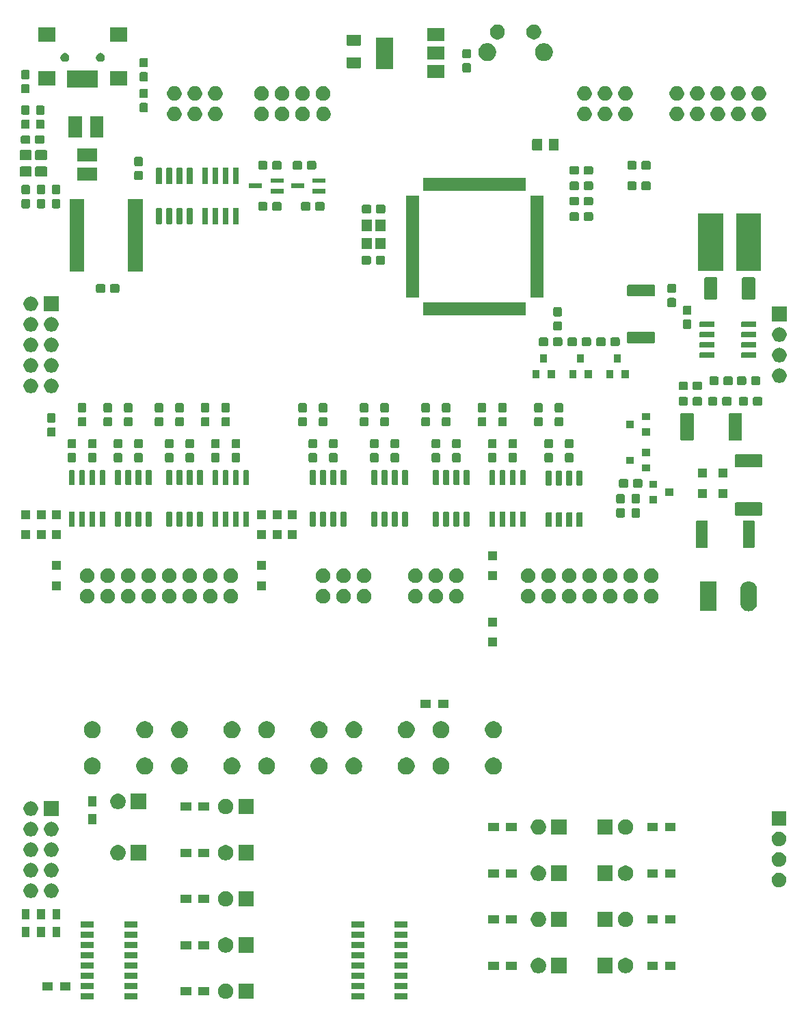
<source format=gbr>
G04 #@! TF.GenerationSoftware,KiCad,Pcbnew,(5.1.5)-3*
G04 #@! TF.CreationDate,2020-07-08T07:19:47+02:00*
G04 #@! TF.ProjectId,SBIO3,5342494f-332e-46b6-9963-61645f706362,rev?*
G04 #@! TF.SameCoordinates,Original*
G04 #@! TF.FileFunction,Soldermask,Top*
G04 #@! TF.FilePolarity,Negative*
%FSLAX46Y46*%
G04 Gerber Fmt 4.6, Leading zero omitted, Abs format (unit mm)*
G04 Created by KiCad (PCBNEW (5.1.5)-3) date 2020-07-08 07:19:47*
%MOMM*%
%LPD*%
G04 APERTURE LIST*
%ADD10C,0.100000*%
G04 APERTURE END LIST*
D10*
G36*
X124151000Y-170531000D02*
G01*
X122549000Y-170531000D01*
X122549000Y-169829000D01*
X124151000Y-169829000D01*
X124151000Y-170531000D01*
G37*
G36*
X118751000Y-170531000D02*
G01*
X117149000Y-170531000D01*
X117149000Y-169829000D01*
X118751000Y-169829000D01*
X118751000Y-170531000D01*
G37*
G36*
X90656000Y-170531000D02*
G01*
X89054000Y-170531000D01*
X89054000Y-169829000D01*
X90656000Y-169829000D01*
X90656000Y-170531000D01*
G37*
G36*
X85256000Y-170531000D02*
G01*
X83654000Y-170531000D01*
X83654000Y-169829000D01*
X85256000Y-169829000D01*
X85256000Y-170531000D01*
G37*
G36*
X101877395Y-168630546D02*
G01*
X102050466Y-168702234D01*
X102050467Y-168702235D01*
X102206227Y-168806310D01*
X102338690Y-168938773D01*
X102338691Y-168938775D01*
X102442766Y-169094534D01*
X102514454Y-169267605D01*
X102551000Y-169451333D01*
X102551000Y-169638667D01*
X102514454Y-169822395D01*
X102442766Y-169995466D01*
X102442765Y-169995467D01*
X102338690Y-170151227D01*
X102206227Y-170283690D01*
X102127818Y-170336081D01*
X102050466Y-170387766D01*
X101877395Y-170459454D01*
X101693667Y-170496000D01*
X101506333Y-170496000D01*
X101322605Y-170459454D01*
X101149534Y-170387766D01*
X101072182Y-170336081D01*
X100993773Y-170283690D01*
X100861310Y-170151227D01*
X100757235Y-169995467D01*
X100757234Y-169995466D01*
X100685546Y-169822395D01*
X100649000Y-169638667D01*
X100649000Y-169451333D01*
X100685546Y-169267605D01*
X100757234Y-169094534D01*
X100861309Y-168938775D01*
X100861310Y-168938773D01*
X100993773Y-168806310D01*
X101149533Y-168702235D01*
X101149534Y-168702234D01*
X101322605Y-168630546D01*
X101506333Y-168594000D01*
X101693667Y-168594000D01*
X101877395Y-168630546D01*
G37*
G36*
X105091000Y-170496000D02*
G01*
X103189000Y-170496000D01*
X103189000Y-168594000D01*
X105091000Y-168594000D01*
X105091000Y-170496000D01*
G37*
G36*
X99541000Y-170046000D02*
G01*
X98239000Y-170046000D01*
X98239000Y-169044000D01*
X99541000Y-169044000D01*
X99541000Y-170046000D01*
G37*
G36*
X97341000Y-170046000D02*
G01*
X96039000Y-170046000D01*
X96039000Y-169044000D01*
X97341000Y-169044000D01*
X97341000Y-170046000D01*
G37*
G36*
X82396000Y-169411000D02*
G01*
X81094000Y-169411000D01*
X81094000Y-168409000D01*
X82396000Y-168409000D01*
X82396000Y-169411000D01*
G37*
G36*
X80196000Y-169411000D02*
G01*
X78894000Y-169411000D01*
X78894000Y-168409000D01*
X80196000Y-168409000D01*
X80196000Y-169411000D01*
G37*
G36*
X124151000Y-169261000D02*
G01*
X122549000Y-169261000D01*
X122549000Y-168559000D01*
X124151000Y-168559000D01*
X124151000Y-169261000D01*
G37*
G36*
X85256000Y-169261000D02*
G01*
X83654000Y-169261000D01*
X83654000Y-168559000D01*
X85256000Y-168559000D01*
X85256000Y-169261000D01*
G37*
G36*
X118751000Y-169261000D02*
G01*
X117149000Y-169261000D01*
X117149000Y-168559000D01*
X118751000Y-168559000D01*
X118751000Y-169261000D01*
G37*
G36*
X90656000Y-169261000D02*
G01*
X89054000Y-169261000D01*
X89054000Y-168559000D01*
X90656000Y-168559000D01*
X90656000Y-169261000D01*
G37*
G36*
X90656000Y-167991000D02*
G01*
X89054000Y-167991000D01*
X89054000Y-167289000D01*
X90656000Y-167289000D01*
X90656000Y-167991000D01*
G37*
G36*
X118751000Y-167991000D02*
G01*
X117149000Y-167991000D01*
X117149000Y-167289000D01*
X118751000Y-167289000D01*
X118751000Y-167991000D01*
G37*
G36*
X85256000Y-167991000D02*
G01*
X83654000Y-167991000D01*
X83654000Y-167289000D01*
X85256000Y-167289000D01*
X85256000Y-167991000D01*
G37*
G36*
X124151000Y-167991000D02*
G01*
X122549000Y-167991000D01*
X122549000Y-167289000D01*
X124151000Y-167289000D01*
X124151000Y-167991000D01*
G37*
G36*
X151407395Y-165455546D02*
G01*
X151580466Y-165527234D01*
X151580467Y-165527235D01*
X151736227Y-165631310D01*
X151868690Y-165763773D01*
X151868691Y-165763775D01*
X151972766Y-165919534D01*
X152044454Y-166092605D01*
X152081000Y-166276333D01*
X152081000Y-166463667D01*
X152044454Y-166647395D01*
X151972766Y-166820466D01*
X151972765Y-166820467D01*
X151868690Y-166976227D01*
X151736227Y-167108690D01*
X151657818Y-167161081D01*
X151580466Y-167212766D01*
X151407395Y-167284454D01*
X151223667Y-167321000D01*
X151036333Y-167321000D01*
X150852605Y-167284454D01*
X150679534Y-167212766D01*
X150602182Y-167161081D01*
X150523773Y-167108690D01*
X150391310Y-166976227D01*
X150287235Y-166820467D01*
X150287234Y-166820466D01*
X150215546Y-166647395D01*
X150179000Y-166463667D01*
X150179000Y-166276333D01*
X150215546Y-166092605D01*
X150287234Y-165919534D01*
X150391309Y-165763775D01*
X150391310Y-165763773D01*
X150523773Y-165631310D01*
X150679533Y-165527235D01*
X150679534Y-165527234D01*
X150852605Y-165455546D01*
X151036333Y-165419000D01*
X151223667Y-165419000D01*
X151407395Y-165455546D01*
G37*
G36*
X149541000Y-167321000D02*
G01*
X147639000Y-167321000D01*
X147639000Y-165419000D01*
X149541000Y-165419000D01*
X149541000Y-167321000D01*
G37*
G36*
X143826000Y-167321000D02*
G01*
X141924000Y-167321000D01*
X141924000Y-165419000D01*
X143826000Y-165419000D01*
X143826000Y-167321000D01*
G37*
G36*
X140612395Y-165455546D02*
G01*
X140785466Y-165527234D01*
X140785467Y-165527235D01*
X140941227Y-165631310D01*
X141073690Y-165763773D01*
X141073691Y-165763775D01*
X141177766Y-165919534D01*
X141249454Y-166092605D01*
X141286000Y-166276333D01*
X141286000Y-166463667D01*
X141249454Y-166647395D01*
X141177766Y-166820466D01*
X141177765Y-166820467D01*
X141073690Y-166976227D01*
X140941227Y-167108690D01*
X140862818Y-167161081D01*
X140785466Y-167212766D01*
X140612395Y-167284454D01*
X140428667Y-167321000D01*
X140241333Y-167321000D01*
X140057605Y-167284454D01*
X139884534Y-167212766D01*
X139807182Y-167161081D01*
X139728773Y-167108690D01*
X139596310Y-166976227D01*
X139492235Y-166820467D01*
X139492234Y-166820466D01*
X139420546Y-166647395D01*
X139384000Y-166463667D01*
X139384000Y-166276333D01*
X139420546Y-166092605D01*
X139492234Y-165919534D01*
X139596309Y-165763775D01*
X139596310Y-165763773D01*
X139728773Y-165631310D01*
X139884533Y-165527235D01*
X139884534Y-165527234D01*
X140057605Y-165455546D01*
X140241333Y-165419000D01*
X140428667Y-165419000D01*
X140612395Y-165455546D01*
G37*
G36*
X135441000Y-166871000D02*
G01*
X134139000Y-166871000D01*
X134139000Y-165869000D01*
X135441000Y-165869000D01*
X135441000Y-166871000D01*
G37*
G36*
X137641000Y-166871000D02*
G01*
X136339000Y-166871000D01*
X136339000Y-165869000D01*
X137641000Y-165869000D01*
X137641000Y-166871000D01*
G37*
G36*
X155126000Y-166871000D02*
G01*
X153824000Y-166871000D01*
X153824000Y-165869000D01*
X155126000Y-165869000D01*
X155126000Y-166871000D01*
G37*
G36*
X157326000Y-166871000D02*
G01*
X156024000Y-166871000D01*
X156024000Y-165869000D01*
X157326000Y-165869000D01*
X157326000Y-166871000D01*
G37*
G36*
X90656000Y-166721000D02*
G01*
X89054000Y-166721000D01*
X89054000Y-166019000D01*
X90656000Y-166019000D01*
X90656000Y-166721000D01*
G37*
G36*
X124151000Y-166721000D02*
G01*
X122549000Y-166721000D01*
X122549000Y-166019000D01*
X124151000Y-166019000D01*
X124151000Y-166721000D01*
G37*
G36*
X118751000Y-166721000D02*
G01*
X117149000Y-166721000D01*
X117149000Y-166019000D01*
X118751000Y-166019000D01*
X118751000Y-166721000D01*
G37*
G36*
X85256000Y-166721000D02*
G01*
X83654000Y-166721000D01*
X83654000Y-166019000D01*
X85256000Y-166019000D01*
X85256000Y-166721000D01*
G37*
G36*
X85256000Y-165451000D02*
G01*
X83654000Y-165451000D01*
X83654000Y-164749000D01*
X85256000Y-164749000D01*
X85256000Y-165451000D01*
G37*
G36*
X90656000Y-165451000D02*
G01*
X89054000Y-165451000D01*
X89054000Y-164749000D01*
X90656000Y-164749000D01*
X90656000Y-165451000D01*
G37*
G36*
X124151000Y-165451000D02*
G01*
X122549000Y-165451000D01*
X122549000Y-164749000D01*
X124151000Y-164749000D01*
X124151000Y-165451000D01*
G37*
G36*
X118751000Y-165451000D02*
G01*
X117149000Y-165451000D01*
X117149000Y-164749000D01*
X118751000Y-164749000D01*
X118751000Y-165451000D01*
G37*
G36*
X105091000Y-164781000D02*
G01*
X103189000Y-164781000D01*
X103189000Y-162879000D01*
X105091000Y-162879000D01*
X105091000Y-164781000D01*
G37*
G36*
X101877395Y-162915546D02*
G01*
X102050466Y-162987234D01*
X102050467Y-162987235D01*
X102206227Y-163091310D01*
X102338690Y-163223773D01*
X102338691Y-163223775D01*
X102442766Y-163379534D01*
X102514454Y-163552605D01*
X102551000Y-163736333D01*
X102551000Y-163923667D01*
X102514454Y-164107395D01*
X102442766Y-164280466D01*
X102442765Y-164280467D01*
X102338690Y-164436227D01*
X102206227Y-164568690D01*
X102127818Y-164621081D01*
X102050466Y-164672766D01*
X101877395Y-164744454D01*
X101693667Y-164781000D01*
X101506333Y-164781000D01*
X101322605Y-164744454D01*
X101149534Y-164672766D01*
X101072182Y-164621081D01*
X100993773Y-164568690D01*
X100861310Y-164436227D01*
X100757235Y-164280467D01*
X100757234Y-164280466D01*
X100685546Y-164107395D01*
X100649000Y-163923667D01*
X100649000Y-163736333D01*
X100685546Y-163552605D01*
X100757234Y-163379534D01*
X100861309Y-163223775D01*
X100861310Y-163223773D01*
X100993773Y-163091310D01*
X101149533Y-162987235D01*
X101149534Y-162987234D01*
X101322605Y-162915546D01*
X101506333Y-162879000D01*
X101693667Y-162879000D01*
X101877395Y-162915546D01*
G37*
G36*
X97341000Y-164331000D02*
G01*
X96039000Y-164331000D01*
X96039000Y-163329000D01*
X97341000Y-163329000D01*
X97341000Y-164331000D01*
G37*
G36*
X99541000Y-164331000D02*
G01*
X98239000Y-164331000D01*
X98239000Y-163329000D01*
X99541000Y-163329000D01*
X99541000Y-164331000D01*
G37*
G36*
X90656000Y-164181000D02*
G01*
X89054000Y-164181000D01*
X89054000Y-163479000D01*
X90656000Y-163479000D01*
X90656000Y-164181000D01*
G37*
G36*
X85256000Y-164181000D02*
G01*
X83654000Y-164181000D01*
X83654000Y-163479000D01*
X85256000Y-163479000D01*
X85256000Y-164181000D01*
G37*
G36*
X118751000Y-164181000D02*
G01*
X117149000Y-164181000D01*
X117149000Y-163479000D01*
X118751000Y-163479000D01*
X118751000Y-164181000D01*
G37*
G36*
X124151000Y-164181000D02*
G01*
X122549000Y-164181000D01*
X122549000Y-163479000D01*
X124151000Y-163479000D01*
X124151000Y-164181000D01*
G37*
G36*
X118751000Y-162911000D02*
G01*
X117149000Y-162911000D01*
X117149000Y-162209000D01*
X118751000Y-162209000D01*
X118751000Y-162911000D01*
G37*
G36*
X124151000Y-162911000D02*
G01*
X122549000Y-162911000D01*
X122549000Y-162209000D01*
X124151000Y-162209000D01*
X124151000Y-162911000D01*
G37*
G36*
X90656000Y-162911000D02*
G01*
X89054000Y-162911000D01*
X89054000Y-162209000D01*
X90656000Y-162209000D01*
X90656000Y-162911000D01*
G37*
G36*
X85256000Y-162911000D02*
G01*
X83654000Y-162911000D01*
X83654000Y-162209000D01*
X85256000Y-162209000D01*
X85256000Y-162911000D01*
G37*
G36*
X77336000Y-162871000D02*
G01*
X76334000Y-162871000D01*
X76334000Y-161569000D01*
X77336000Y-161569000D01*
X77336000Y-162871000D01*
G37*
G36*
X79241000Y-162871000D02*
G01*
X78239000Y-162871000D01*
X78239000Y-161569000D01*
X79241000Y-161569000D01*
X79241000Y-162871000D01*
G37*
G36*
X81146000Y-162871000D02*
G01*
X80144000Y-162871000D01*
X80144000Y-161569000D01*
X81146000Y-161569000D01*
X81146000Y-162871000D01*
G37*
G36*
X85256000Y-161641000D02*
G01*
X83654000Y-161641000D01*
X83654000Y-160939000D01*
X85256000Y-160939000D01*
X85256000Y-161641000D01*
G37*
G36*
X90656000Y-161641000D02*
G01*
X89054000Y-161641000D01*
X89054000Y-160939000D01*
X90656000Y-160939000D01*
X90656000Y-161641000D01*
G37*
G36*
X124151000Y-161641000D02*
G01*
X122549000Y-161641000D01*
X122549000Y-160939000D01*
X124151000Y-160939000D01*
X124151000Y-161641000D01*
G37*
G36*
X118751000Y-161641000D02*
G01*
X117149000Y-161641000D01*
X117149000Y-160939000D01*
X118751000Y-160939000D01*
X118751000Y-161641000D01*
G37*
G36*
X149541000Y-161606000D02*
G01*
X147639000Y-161606000D01*
X147639000Y-159704000D01*
X149541000Y-159704000D01*
X149541000Y-161606000D01*
G37*
G36*
X140612395Y-159740546D02*
G01*
X140785466Y-159812234D01*
X140785467Y-159812235D01*
X140941227Y-159916310D01*
X141073690Y-160048773D01*
X141073691Y-160048775D01*
X141177766Y-160204534D01*
X141249454Y-160377605D01*
X141286000Y-160561333D01*
X141286000Y-160748667D01*
X141249454Y-160932395D01*
X141177766Y-161105466D01*
X141177765Y-161105467D01*
X141073690Y-161261227D01*
X140941227Y-161393690D01*
X140862818Y-161446081D01*
X140785466Y-161497766D01*
X140612395Y-161569454D01*
X140428667Y-161606000D01*
X140241333Y-161606000D01*
X140057605Y-161569454D01*
X139884534Y-161497766D01*
X139807182Y-161446081D01*
X139728773Y-161393690D01*
X139596310Y-161261227D01*
X139492235Y-161105467D01*
X139492234Y-161105466D01*
X139420546Y-160932395D01*
X139384000Y-160748667D01*
X139384000Y-160561333D01*
X139420546Y-160377605D01*
X139492234Y-160204534D01*
X139596309Y-160048775D01*
X139596310Y-160048773D01*
X139728773Y-159916310D01*
X139884533Y-159812235D01*
X139884534Y-159812234D01*
X140057605Y-159740546D01*
X140241333Y-159704000D01*
X140428667Y-159704000D01*
X140612395Y-159740546D01*
G37*
G36*
X143826000Y-161606000D02*
G01*
X141924000Y-161606000D01*
X141924000Y-159704000D01*
X143826000Y-159704000D01*
X143826000Y-161606000D01*
G37*
G36*
X151407395Y-159740546D02*
G01*
X151580466Y-159812234D01*
X151580467Y-159812235D01*
X151736227Y-159916310D01*
X151868690Y-160048773D01*
X151868691Y-160048775D01*
X151972766Y-160204534D01*
X152044454Y-160377605D01*
X152081000Y-160561333D01*
X152081000Y-160748667D01*
X152044454Y-160932395D01*
X151972766Y-161105466D01*
X151972765Y-161105467D01*
X151868690Y-161261227D01*
X151736227Y-161393690D01*
X151657818Y-161446081D01*
X151580466Y-161497766D01*
X151407395Y-161569454D01*
X151223667Y-161606000D01*
X151036333Y-161606000D01*
X150852605Y-161569454D01*
X150679534Y-161497766D01*
X150602182Y-161446081D01*
X150523773Y-161393690D01*
X150391310Y-161261227D01*
X150287235Y-161105467D01*
X150287234Y-161105466D01*
X150215546Y-160932395D01*
X150179000Y-160748667D01*
X150179000Y-160561333D01*
X150215546Y-160377605D01*
X150287234Y-160204534D01*
X150391309Y-160048775D01*
X150391310Y-160048773D01*
X150523773Y-159916310D01*
X150679533Y-159812235D01*
X150679534Y-159812234D01*
X150852605Y-159740546D01*
X151036333Y-159704000D01*
X151223667Y-159704000D01*
X151407395Y-159740546D01*
G37*
G36*
X137641000Y-161156000D02*
G01*
X136339000Y-161156000D01*
X136339000Y-160154000D01*
X137641000Y-160154000D01*
X137641000Y-161156000D01*
G37*
G36*
X135441000Y-161156000D02*
G01*
X134139000Y-161156000D01*
X134139000Y-160154000D01*
X135441000Y-160154000D01*
X135441000Y-161156000D01*
G37*
G36*
X155126000Y-161156000D02*
G01*
X153824000Y-161156000D01*
X153824000Y-160154000D01*
X155126000Y-160154000D01*
X155126000Y-161156000D01*
G37*
G36*
X157326000Y-161156000D02*
G01*
X156024000Y-161156000D01*
X156024000Y-160154000D01*
X157326000Y-160154000D01*
X157326000Y-161156000D01*
G37*
G36*
X79241000Y-160671000D02*
G01*
X78239000Y-160671000D01*
X78239000Y-159369000D01*
X79241000Y-159369000D01*
X79241000Y-160671000D01*
G37*
G36*
X77336000Y-160671000D02*
G01*
X76334000Y-160671000D01*
X76334000Y-159369000D01*
X77336000Y-159369000D01*
X77336000Y-160671000D01*
G37*
G36*
X81146000Y-160671000D02*
G01*
X80144000Y-160671000D01*
X80144000Y-159369000D01*
X81146000Y-159369000D01*
X81146000Y-160671000D01*
G37*
G36*
X105091000Y-159066000D02*
G01*
X103189000Y-159066000D01*
X103189000Y-157164000D01*
X105091000Y-157164000D01*
X105091000Y-159066000D01*
G37*
G36*
X101877395Y-157200546D02*
G01*
X102050466Y-157272234D01*
X102050467Y-157272235D01*
X102206227Y-157376310D01*
X102338690Y-157508773D01*
X102338691Y-157508775D01*
X102442766Y-157664534D01*
X102514454Y-157837605D01*
X102551000Y-158021333D01*
X102551000Y-158208667D01*
X102514454Y-158392395D01*
X102442766Y-158565466D01*
X102442765Y-158565467D01*
X102338690Y-158721227D01*
X102206227Y-158853690D01*
X102127818Y-158906081D01*
X102050466Y-158957766D01*
X101877395Y-159029454D01*
X101693667Y-159066000D01*
X101506333Y-159066000D01*
X101322605Y-159029454D01*
X101149534Y-158957766D01*
X101072182Y-158906081D01*
X100993773Y-158853690D01*
X100861310Y-158721227D01*
X100757235Y-158565467D01*
X100757234Y-158565466D01*
X100685546Y-158392395D01*
X100649000Y-158208667D01*
X100649000Y-158021333D01*
X100685546Y-157837605D01*
X100757234Y-157664534D01*
X100861309Y-157508775D01*
X100861310Y-157508773D01*
X100993773Y-157376310D01*
X101149533Y-157272235D01*
X101149534Y-157272234D01*
X101322605Y-157200546D01*
X101506333Y-157164000D01*
X101693667Y-157164000D01*
X101877395Y-157200546D01*
G37*
G36*
X97341000Y-158616000D02*
G01*
X96039000Y-158616000D01*
X96039000Y-157614000D01*
X97341000Y-157614000D01*
X97341000Y-158616000D01*
G37*
G36*
X99541000Y-158616000D02*
G01*
X98239000Y-158616000D01*
X98239000Y-157614000D01*
X99541000Y-157614000D01*
X99541000Y-158616000D01*
G37*
G36*
X77583512Y-156202927D02*
G01*
X77732812Y-156232624D01*
X77896784Y-156300544D01*
X78044354Y-156399147D01*
X78169853Y-156524646D01*
X78268456Y-156672216D01*
X78336376Y-156836188D01*
X78371000Y-157010259D01*
X78371000Y-157187741D01*
X78336376Y-157361812D01*
X78268456Y-157525784D01*
X78169853Y-157673354D01*
X78044354Y-157798853D01*
X77896784Y-157897456D01*
X77732812Y-157965376D01*
X77583512Y-157995073D01*
X77558742Y-158000000D01*
X77381258Y-158000000D01*
X77356488Y-157995073D01*
X77207188Y-157965376D01*
X77043216Y-157897456D01*
X76895646Y-157798853D01*
X76770147Y-157673354D01*
X76671544Y-157525784D01*
X76603624Y-157361812D01*
X76569000Y-157187741D01*
X76569000Y-157010259D01*
X76603624Y-156836188D01*
X76671544Y-156672216D01*
X76770147Y-156524646D01*
X76895646Y-156399147D01*
X77043216Y-156300544D01*
X77207188Y-156232624D01*
X77356488Y-156202927D01*
X77381258Y-156198000D01*
X77558742Y-156198000D01*
X77583512Y-156202927D01*
G37*
G36*
X80123512Y-156202927D02*
G01*
X80272812Y-156232624D01*
X80436784Y-156300544D01*
X80584354Y-156399147D01*
X80709853Y-156524646D01*
X80808456Y-156672216D01*
X80876376Y-156836188D01*
X80911000Y-157010259D01*
X80911000Y-157187741D01*
X80876376Y-157361812D01*
X80808456Y-157525784D01*
X80709853Y-157673354D01*
X80584354Y-157798853D01*
X80436784Y-157897456D01*
X80272812Y-157965376D01*
X80123512Y-157995073D01*
X80098742Y-158000000D01*
X79921258Y-158000000D01*
X79896488Y-157995073D01*
X79747188Y-157965376D01*
X79583216Y-157897456D01*
X79435646Y-157798853D01*
X79310147Y-157673354D01*
X79211544Y-157525784D01*
X79143624Y-157361812D01*
X79109000Y-157187741D01*
X79109000Y-157010259D01*
X79143624Y-156836188D01*
X79211544Y-156672216D01*
X79310147Y-156524646D01*
X79435646Y-156399147D01*
X79583216Y-156300544D01*
X79747188Y-156232624D01*
X79896488Y-156202927D01*
X79921258Y-156198000D01*
X80098742Y-156198000D01*
X80123512Y-156202927D01*
G37*
G36*
X170230012Y-154869427D02*
G01*
X170379312Y-154899124D01*
X170543284Y-154967044D01*
X170690854Y-155065647D01*
X170816353Y-155191146D01*
X170914956Y-155338716D01*
X170982876Y-155502688D01*
X171017500Y-155676759D01*
X171017500Y-155854241D01*
X170982876Y-156028312D01*
X170914956Y-156192284D01*
X170816353Y-156339854D01*
X170690854Y-156465353D01*
X170543284Y-156563956D01*
X170379312Y-156631876D01*
X170230012Y-156661573D01*
X170205242Y-156666500D01*
X170027758Y-156666500D01*
X170002988Y-156661573D01*
X169853688Y-156631876D01*
X169689716Y-156563956D01*
X169542146Y-156465353D01*
X169416647Y-156339854D01*
X169318044Y-156192284D01*
X169250124Y-156028312D01*
X169215500Y-155854241D01*
X169215500Y-155676759D01*
X169250124Y-155502688D01*
X169318044Y-155338716D01*
X169416647Y-155191146D01*
X169542146Y-155065647D01*
X169689716Y-154967044D01*
X169853688Y-154899124D01*
X170002988Y-154869427D01*
X170027758Y-154864500D01*
X170205242Y-154864500D01*
X170230012Y-154869427D01*
G37*
G36*
X151407395Y-154025546D02*
G01*
X151580466Y-154097234D01*
X151632820Y-154132216D01*
X151736227Y-154201310D01*
X151868690Y-154333773D01*
X151868691Y-154333775D01*
X151972766Y-154489534D01*
X152044454Y-154662605D01*
X152081000Y-154846333D01*
X152081000Y-155033667D01*
X152044454Y-155217395D01*
X151972766Y-155390466D01*
X151949440Y-155425376D01*
X151868690Y-155546227D01*
X151736227Y-155678690D01*
X151657818Y-155731081D01*
X151580466Y-155782766D01*
X151407395Y-155854454D01*
X151223667Y-155891000D01*
X151036333Y-155891000D01*
X150852605Y-155854454D01*
X150679534Y-155782766D01*
X150602182Y-155731081D01*
X150523773Y-155678690D01*
X150391310Y-155546227D01*
X150310560Y-155425376D01*
X150287234Y-155390466D01*
X150215546Y-155217395D01*
X150179000Y-155033667D01*
X150179000Y-154846333D01*
X150215546Y-154662605D01*
X150287234Y-154489534D01*
X150391309Y-154333775D01*
X150391310Y-154333773D01*
X150523773Y-154201310D01*
X150627180Y-154132216D01*
X150679534Y-154097234D01*
X150852605Y-154025546D01*
X151036333Y-153989000D01*
X151223667Y-153989000D01*
X151407395Y-154025546D01*
G37*
G36*
X140612395Y-154025546D02*
G01*
X140785466Y-154097234D01*
X140837820Y-154132216D01*
X140941227Y-154201310D01*
X141073690Y-154333773D01*
X141073691Y-154333775D01*
X141177766Y-154489534D01*
X141249454Y-154662605D01*
X141286000Y-154846333D01*
X141286000Y-155033667D01*
X141249454Y-155217395D01*
X141177766Y-155390466D01*
X141154440Y-155425376D01*
X141073690Y-155546227D01*
X140941227Y-155678690D01*
X140862818Y-155731081D01*
X140785466Y-155782766D01*
X140612395Y-155854454D01*
X140428667Y-155891000D01*
X140241333Y-155891000D01*
X140057605Y-155854454D01*
X139884534Y-155782766D01*
X139807182Y-155731081D01*
X139728773Y-155678690D01*
X139596310Y-155546227D01*
X139515560Y-155425376D01*
X139492234Y-155390466D01*
X139420546Y-155217395D01*
X139384000Y-155033667D01*
X139384000Y-154846333D01*
X139420546Y-154662605D01*
X139492234Y-154489534D01*
X139596309Y-154333775D01*
X139596310Y-154333773D01*
X139728773Y-154201310D01*
X139832180Y-154132216D01*
X139884534Y-154097234D01*
X140057605Y-154025546D01*
X140241333Y-153989000D01*
X140428667Y-153989000D01*
X140612395Y-154025546D01*
G37*
G36*
X143826000Y-155891000D02*
G01*
X141924000Y-155891000D01*
X141924000Y-153989000D01*
X143826000Y-153989000D01*
X143826000Y-155891000D01*
G37*
G36*
X149541000Y-155891000D02*
G01*
X147639000Y-155891000D01*
X147639000Y-153989000D01*
X149541000Y-153989000D01*
X149541000Y-155891000D01*
G37*
G36*
X80123512Y-153662927D02*
G01*
X80272812Y-153692624D01*
X80436784Y-153760544D01*
X80584354Y-153859147D01*
X80709853Y-153984646D01*
X80808456Y-154132216D01*
X80876376Y-154296188D01*
X80904782Y-154439000D01*
X80911000Y-154470258D01*
X80911000Y-154647742D01*
X80906073Y-154672512D01*
X80876376Y-154821812D01*
X80808456Y-154985784D01*
X80709853Y-155133354D01*
X80584354Y-155258853D01*
X80436784Y-155357456D01*
X80272812Y-155425376D01*
X80123512Y-155455073D01*
X80098742Y-155460000D01*
X79921258Y-155460000D01*
X79896488Y-155455073D01*
X79747188Y-155425376D01*
X79583216Y-155357456D01*
X79435646Y-155258853D01*
X79310147Y-155133354D01*
X79211544Y-154985784D01*
X79143624Y-154821812D01*
X79113927Y-154672512D01*
X79109000Y-154647742D01*
X79109000Y-154470258D01*
X79115218Y-154439000D01*
X79143624Y-154296188D01*
X79211544Y-154132216D01*
X79310147Y-153984646D01*
X79435646Y-153859147D01*
X79583216Y-153760544D01*
X79747188Y-153692624D01*
X79896488Y-153662927D01*
X79921258Y-153658000D01*
X80098742Y-153658000D01*
X80123512Y-153662927D01*
G37*
G36*
X77583512Y-153662927D02*
G01*
X77732812Y-153692624D01*
X77896784Y-153760544D01*
X78044354Y-153859147D01*
X78169853Y-153984646D01*
X78268456Y-154132216D01*
X78336376Y-154296188D01*
X78364782Y-154439000D01*
X78371000Y-154470258D01*
X78371000Y-154647742D01*
X78366073Y-154672512D01*
X78336376Y-154821812D01*
X78268456Y-154985784D01*
X78169853Y-155133354D01*
X78044354Y-155258853D01*
X77896784Y-155357456D01*
X77732812Y-155425376D01*
X77583512Y-155455073D01*
X77558742Y-155460000D01*
X77381258Y-155460000D01*
X77356488Y-155455073D01*
X77207188Y-155425376D01*
X77043216Y-155357456D01*
X76895646Y-155258853D01*
X76770147Y-155133354D01*
X76671544Y-154985784D01*
X76603624Y-154821812D01*
X76573927Y-154672512D01*
X76569000Y-154647742D01*
X76569000Y-154470258D01*
X76575218Y-154439000D01*
X76603624Y-154296188D01*
X76671544Y-154132216D01*
X76770147Y-153984646D01*
X76895646Y-153859147D01*
X77043216Y-153760544D01*
X77207188Y-153692624D01*
X77356488Y-153662927D01*
X77381258Y-153658000D01*
X77558742Y-153658000D01*
X77583512Y-153662927D01*
G37*
G36*
X157326000Y-155441000D02*
G01*
X156024000Y-155441000D01*
X156024000Y-154439000D01*
X157326000Y-154439000D01*
X157326000Y-155441000D01*
G37*
G36*
X155126000Y-155441000D02*
G01*
X153824000Y-155441000D01*
X153824000Y-154439000D01*
X155126000Y-154439000D01*
X155126000Y-155441000D01*
G37*
G36*
X137641000Y-155441000D02*
G01*
X136339000Y-155441000D01*
X136339000Y-154439000D01*
X137641000Y-154439000D01*
X137641000Y-155441000D01*
G37*
G36*
X135441000Y-155441000D02*
G01*
X134139000Y-155441000D01*
X134139000Y-154439000D01*
X135441000Y-154439000D01*
X135441000Y-155441000D01*
G37*
G36*
X170230012Y-152329427D02*
G01*
X170379312Y-152359124D01*
X170543284Y-152427044D01*
X170690854Y-152525647D01*
X170816353Y-152651146D01*
X170914956Y-152798716D01*
X170982876Y-152962688D01*
X171017500Y-153136759D01*
X171017500Y-153314241D01*
X170982876Y-153488312D01*
X170914956Y-153652284D01*
X170816353Y-153799854D01*
X170690854Y-153925353D01*
X170543284Y-154023956D01*
X170379312Y-154091876D01*
X170230012Y-154121573D01*
X170205242Y-154126500D01*
X170027758Y-154126500D01*
X170002988Y-154121573D01*
X169853688Y-154091876D01*
X169689716Y-154023956D01*
X169542146Y-153925353D01*
X169416647Y-153799854D01*
X169318044Y-153652284D01*
X169250124Y-153488312D01*
X169215500Y-153314241D01*
X169215500Y-153136759D01*
X169250124Y-152962688D01*
X169318044Y-152798716D01*
X169416647Y-152651146D01*
X169542146Y-152525647D01*
X169689716Y-152427044D01*
X169853688Y-152359124D01*
X170002988Y-152329427D01*
X170027758Y-152324500D01*
X170205242Y-152324500D01*
X170230012Y-152329427D01*
G37*
G36*
X91756000Y-153351000D02*
G01*
X89854000Y-153351000D01*
X89854000Y-151449000D01*
X91756000Y-151449000D01*
X91756000Y-153351000D01*
G37*
G36*
X88542395Y-151485546D02*
G01*
X88715466Y-151557234D01*
X88767820Y-151592216D01*
X88871227Y-151661310D01*
X89003690Y-151793773D01*
X89003691Y-151793775D01*
X89107766Y-151949534D01*
X89179454Y-152122605D01*
X89216000Y-152306333D01*
X89216000Y-152493667D01*
X89179454Y-152677395D01*
X89107766Y-152850466D01*
X89084440Y-152885376D01*
X89003690Y-153006227D01*
X88871227Y-153138690D01*
X88792818Y-153191081D01*
X88715466Y-153242766D01*
X88542395Y-153314454D01*
X88358667Y-153351000D01*
X88171333Y-153351000D01*
X87987605Y-153314454D01*
X87814534Y-153242766D01*
X87737182Y-153191081D01*
X87658773Y-153138690D01*
X87526310Y-153006227D01*
X87445560Y-152885376D01*
X87422234Y-152850466D01*
X87350546Y-152677395D01*
X87314000Y-152493667D01*
X87314000Y-152306333D01*
X87350546Y-152122605D01*
X87422234Y-151949534D01*
X87526309Y-151793775D01*
X87526310Y-151793773D01*
X87658773Y-151661310D01*
X87762180Y-151592216D01*
X87814534Y-151557234D01*
X87987605Y-151485546D01*
X88171333Y-151449000D01*
X88358667Y-151449000D01*
X88542395Y-151485546D01*
G37*
G36*
X105091000Y-153351000D02*
G01*
X103189000Y-153351000D01*
X103189000Y-151449000D01*
X105091000Y-151449000D01*
X105091000Y-153351000D01*
G37*
G36*
X101877395Y-151485546D02*
G01*
X102050466Y-151557234D01*
X102102820Y-151592216D01*
X102206227Y-151661310D01*
X102338690Y-151793773D01*
X102338691Y-151793775D01*
X102442766Y-151949534D01*
X102514454Y-152122605D01*
X102551000Y-152306333D01*
X102551000Y-152493667D01*
X102514454Y-152677395D01*
X102442766Y-152850466D01*
X102419440Y-152885376D01*
X102338690Y-153006227D01*
X102206227Y-153138690D01*
X102127818Y-153191081D01*
X102050466Y-153242766D01*
X101877395Y-153314454D01*
X101693667Y-153351000D01*
X101506333Y-153351000D01*
X101322605Y-153314454D01*
X101149534Y-153242766D01*
X101072182Y-153191081D01*
X100993773Y-153138690D01*
X100861310Y-153006227D01*
X100780560Y-152885376D01*
X100757234Y-152850466D01*
X100685546Y-152677395D01*
X100649000Y-152493667D01*
X100649000Y-152306333D01*
X100685546Y-152122605D01*
X100757234Y-151949534D01*
X100861309Y-151793775D01*
X100861310Y-151793773D01*
X100993773Y-151661310D01*
X101097180Y-151592216D01*
X101149534Y-151557234D01*
X101322605Y-151485546D01*
X101506333Y-151449000D01*
X101693667Y-151449000D01*
X101877395Y-151485546D01*
G37*
G36*
X77583512Y-151122927D02*
G01*
X77732812Y-151152624D01*
X77896784Y-151220544D01*
X78044354Y-151319147D01*
X78169853Y-151444646D01*
X78268456Y-151592216D01*
X78336376Y-151756188D01*
X78364782Y-151899000D01*
X78371000Y-151930258D01*
X78371000Y-152107742D01*
X78366073Y-152132512D01*
X78336376Y-152281812D01*
X78268456Y-152445784D01*
X78169853Y-152593354D01*
X78044354Y-152718853D01*
X77896784Y-152817456D01*
X77732812Y-152885376D01*
X77583512Y-152915073D01*
X77558742Y-152920000D01*
X77381258Y-152920000D01*
X77356488Y-152915073D01*
X77207188Y-152885376D01*
X77043216Y-152817456D01*
X76895646Y-152718853D01*
X76770147Y-152593354D01*
X76671544Y-152445784D01*
X76603624Y-152281812D01*
X76573927Y-152132512D01*
X76569000Y-152107742D01*
X76569000Y-151930258D01*
X76575218Y-151899000D01*
X76603624Y-151756188D01*
X76671544Y-151592216D01*
X76770147Y-151444646D01*
X76895646Y-151319147D01*
X77043216Y-151220544D01*
X77207188Y-151152624D01*
X77356488Y-151122927D01*
X77381258Y-151118000D01*
X77558742Y-151118000D01*
X77583512Y-151122927D01*
G37*
G36*
X80123512Y-151122927D02*
G01*
X80272812Y-151152624D01*
X80436784Y-151220544D01*
X80584354Y-151319147D01*
X80709853Y-151444646D01*
X80808456Y-151592216D01*
X80876376Y-151756188D01*
X80904782Y-151899000D01*
X80911000Y-151930258D01*
X80911000Y-152107742D01*
X80906073Y-152132512D01*
X80876376Y-152281812D01*
X80808456Y-152445784D01*
X80709853Y-152593354D01*
X80584354Y-152718853D01*
X80436784Y-152817456D01*
X80272812Y-152885376D01*
X80123512Y-152915073D01*
X80098742Y-152920000D01*
X79921258Y-152920000D01*
X79896488Y-152915073D01*
X79747188Y-152885376D01*
X79583216Y-152817456D01*
X79435646Y-152718853D01*
X79310147Y-152593354D01*
X79211544Y-152445784D01*
X79143624Y-152281812D01*
X79113927Y-152132512D01*
X79109000Y-152107742D01*
X79109000Y-151930258D01*
X79115218Y-151899000D01*
X79143624Y-151756188D01*
X79211544Y-151592216D01*
X79310147Y-151444646D01*
X79435646Y-151319147D01*
X79583216Y-151220544D01*
X79747188Y-151152624D01*
X79896488Y-151122927D01*
X79921258Y-151118000D01*
X80098742Y-151118000D01*
X80123512Y-151122927D01*
G37*
G36*
X99541000Y-152901000D02*
G01*
X98239000Y-152901000D01*
X98239000Y-151899000D01*
X99541000Y-151899000D01*
X99541000Y-152901000D01*
G37*
G36*
X97341000Y-152901000D02*
G01*
X96039000Y-152901000D01*
X96039000Y-151899000D01*
X97341000Y-151899000D01*
X97341000Y-152901000D01*
G37*
G36*
X170230012Y-149789427D02*
G01*
X170379312Y-149819124D01*
X170543284Y-149887044D01*
X170690854Y-149985647D01*
X170816353Y-150111146D01*
X170914956Y-150258716D01*
X170982876Y-150422688D01*
X171017500Y-150596759D01*
X171017500Y-150774241D01*
X170982876Y-150948312D01*
X170914956Y-151112284D01*
X170816353Y-151259854D01*
X170690854Y-151385353D01*
X170543284Y-151483956D01*
X170379312Y-151551876D01*
X170230012Y-151581573D01*
X170205242Y-151586500D01*
X170027758Y-151586500D01*
X170002988Y-151581573D01*
X169853688Y-151551876D01*
X169689716Y-151483956D01*
X169542146Y-151385353D01*
X169416647Y-151259854D01*
X169318044Y-151112284D01*
X169250124Y-150948312D01*
X169215500Y-150774241D01*
X169215500Y-150596759D01*
X169250124Y-150422688D01*
X169318044Y-150258716D01*
X169416647Y-150111146D01*
X169542146Y-149985647D01*
X169689716Y-149887044D01*
X169853688Y-149819124D01*
X170002988Y-149789427D01*
X170027758Y-149784500D01*
X170205242Y-149784500D01*
X170230012Y-149789427D01*
G37*
G36*
X77583512Y-148582927D02*
G01*
X77732812Y-148612624D01*
X77896784Y-148680544D01*
X78044354Y-148779147D01*
X78169853Y-148904646D01*
X78268456Y-149052216D01*
X78336376Y-149216188D01*
X78371000Y-149390259D01*
X78371000Y-149567741D01*
X78336376Y-149741812D01*
X78268456Y-149905784D01*
X78169853Y-150053354D01*
X78044354Y-150178853D01*
X77896784Y-150277456D01*
X77732812Y-150345376D01*
X77583512Y-150375073D01*
X77558742Y-150380000D01*
X77381258Y-150380000D01*
X77356488Y-150375073D01*
X77207188Y-150345376D01*
X77043216Y-150277456D01*
X76895646Y-150178853D01*
X76770147Y-150053354D01*
X76671544Y-149905784D01*
X76603624Y-149741812D01*
X76569000Y-149567741D01*
X76569000Y-149390259D01*
X76603624Y-149216188D01*
X76671544Y-149052216D01*
X76770147Y-148904646D01*
X76895646Y-148779147D01*
X77043216Y-148680544D01*
X77207188Y-148612624D01*
X77356488Y-148582927D01*
X77381258Y-148578000D01*
X77558742Y-148578000D01*
X77583512Y-148582927D01*
G37*
G36*
X80123512Y-148582927D02*
G01*
X80272812Y-148612624D01*
X80436784Y-148680544D01*
X80584354Y-148779147D01*
X80709853Y-148904646D01*
X80808456Y-149052216D01*
X80876376Y-149216188D01*
X80911000Y-149390259D01*
X80911000Y-149567741D01*
X80876376Y-149741812D01*
X80808456Y-149905784D01*
X80709853Y-150053354D01*
X80584354Y-150178853D01*
X80436784Y-150277456D01*
X80272812Y-150345376D01*
X80123512Y-150375073D01*
X80098742Y-150380000D01*
X79921258Y-150380000D01*
X79896488Y-150375073D01*
X79747188Y-150345376D01*
X79583216Y-150277456D01*
X79435646Y-150178853D01*
X79310147Y-150053354D01*
X79211544Y-149905784D01*
X79143624Y-149741812D01*
X79109000Y-149567741D01*
X79109000Y-149390259D01*
X79143624Y-149216188D01*
X79211544Y-149052216D01*
X79310147Y-148904646D01*
X79435646Y-148779147D01*
X79583216Y-148680544D01*
X79747188Y-148612624D01*
X79896488Y-148582927D01*
X79921258Y-148578000D01*
X80098742Y-148578000D01*
X80123512Y-148582927D01*
G37*
G36*
X149541000Y-150176000D02*
G01*
X147639000Y-150176000D01*
X147639000Y-148274000D01*
X149541000Y-148274000D01*
X149541000Y-150176000D01*
G37*
G36*
X143826000Y-150176000D02*
G01*
X141924000Y-150176000D01*
X141924000Y-148274000D01*
X143826000Y-148274000D01*
X143826000Y-150176000D01*
G37*
G36*
X140612395Y-148310546D02*
G01*
X140785466Y-148382234D01*
X140785467Y-148382235D01*
X140941227Y-148486310D01*
X141073690Y-148618773D01*
X141073691Y-148618775D01*
X141177766Y-148774534D01*
X141249454Y-148947605D01*
X141286000Y-149131333D01*
X141286000Y-149318667D01*
X141249454Y-149502395D01*
X141177766Y-149675466D01*
X141177765Y-149675467D01*
X141073690Y-149831227D01*
X140941227Y-149963690D01*
X140908366Y-149985647D01*
X140785466Y-150067766D01*
X140612395Y-150139454D01*
X140428667Y-150176000D01*
X140241333Y-150176000D01*
X140057605Y-150139454D01*
X139884534Y-150067766D01*
X139761634Y-149985647D01*
X139728773Y-149963690D01*
X139596310Y-149831227D01*
X139492235Y-149675467D01*
X139492234Y-149675466D01*
X139420546Y-149502395D01*
X139384000Y-149318667D01*
X139384000Y-149131333D01*
X139420546Y-148947605D01*
X139492234Y-148774534D01*
X139596309Y-148618775D01*
X139596310Y-148618773D01*
X139728773Y-148486310D01*
X139884533Y-148382235D01*
X139884534Y-148382234D01*
X140057605Y-148310546D01*
X140241333Y-148274000D01*
X140428667Y-148274000D01*
X140612395Y-148310546D01*
G37*
G36*
X151407395Y-148310546D02*
G01*
X151580466Y-148382234D01*
X151580467Y-148382235D01*
X151736227Y-148486310D01*
X151868690Y-148618773D01*
X151868691Y-148618775D01*
X151972766Y-148774534D01*
X152044454Y-148947605D01*
X152081000Y-149131333D01*
X152081000Y-149318667D01*
X152044454Y-149502395D01*
X151972766Y-149675466D01*
X151972765Y-149675467D01*
X151868690Y-149831227D01*
X151736227Y-149963690D01*
X151703366Y-149985647D01*
X151580466Y-150067766D01*
X151407395Y-150139454D01*
X151223667Y-150176000D01*
X151036333Y-150176000D01*
X150852605Y-150139454D01*
X150679534Y-150067766D01*
X150556634Y-149985647D01*
X150523773Y-149963690D01*
X150391310Y-149831227D01*
X150287235Y-149675467D01*
X150287234Y-149675466D01*
X150215546Y-149502395D01*
X150179000Y-149318667D01*
X150179000Y-149131333D01*
X150215546Y-148947605D01*
X150287234Y-148774534D01*
X150391309Y-148618775D01*
X150391310Y-148618773D01*
X150523773Y-148486310D01*
X150679533Y-148382235D01*
X150679534Y-148382234D01*
X150852605Y-148310546D01*
X151036333Y-148274000D01*
X151223667Y-148274000D01*
X151407395Y-148310546D01*
G37*
G36*
X155126000Y-149726000D02*
G01*
X153824000Y-149726000D01*
X153824000Y-148724000D01*
X155126000Y-148724000D01*
X155126000Y-149726000D01*
G37*
G36*
X157326000Y-149726000D02*
G01*
X156024000Y-149726000D01*
X156024000Y-148724000D01*
X157326000Y-148724000D01*
X157326000Y-149726000D01*
G37*
G36*
X135441000Y-149726000D02*
G01*
X134139000Y-149726000D01*
X134139000Y-148724000D01*
X135441000Y-148724000D01*
X135441000Y-149726000D01*
G37*
G36*
X137641000Y-149726000D02*
G01*
X136339000Y-149726000D01*
X136339000Y-148724000D01*
X137641000Y-148724000D01*
X137641000Y-149726000D01*
G37*
G36*
X171017500Y-149046500D02*
G01*
X169215500Y-149046500D01*
X169215500Y-147244500D01*
X171017500Y-147244500D01*
X171017500Y-149046500D01*
G37*
G36*
X85591000Y-148901000D02*
G01*
X84589000Y-148901000D01*
X84589000Y-147599000D01*
X85591000Y-147599000D01*
X85591000Y-148901000D01*
G37*
G36*
X80911000Y-147840000D02*
G01*
X79109000Y-147840000D01*
X79109000Y-146038000D01*
X80911000Y-146038000D01*
X80911000Y-147840000D01*
G37*
G36*
X77583512Y-146042927D02*
G01*
X77732812Y-146072624D01*
X77896784Y-146140544D01*
X78044354Y-146239147D01*
X78169853Y-146364646D01*
X78268456Y-146512216D01*
X78336376Y-146676188D01*
X78371000Y-146850259D01*
X78371000Y-147027741D01*
X78336376Y-147201812D01*
X78268456Y-147365784D01*
X78169853Y-147513354D01*
X78044354Y-147638853D01*
X77896784Y-147737456D01*
X77732812Y-147805376D01*
X77583512Y-147835073D01*
X77558742Y-147840000D01*
X77381258Y-147840000D01*
X77356488Y-147835073D01*
X77207188Y-147805376D01*
X77043216Y-147737456D01*
X76895646Y-147638853D01*
X76770147Y-147513354D01*
X76671544Y-147365784D01*
X76603624Y-147201812D01*
X76569000Y-147027741D01*
X76569000Y-146850259D01*
X76603624Y-146676188D01*
X76671544Y-146512216D01*
X76770147Y-146364646D01*
X76895646Y-146239147D01*
X77043216Y-146140544D01*
X77207188Y-146072624D01*
X77356488Y-146042927D01*
X77381258Y-146038000D01*
X77558742Y-146038000D01*
X77583512Y-146042927D01*
G37*
G36*
X105091000Y-147636000D02*
G01*
X103189000Y-147636000D01*
X103189000Y-145734000D01*
X105091000Y-145734000D01*
X105091000Y-147636000D01*
G37*
G36*
X101877395Y-145770546D02*
G01*
X102050466Y-145842234D01*
X102050467Y-145842235D01*
X102206227Y-145946310D01*
X102338690Y-146078773D01*
X102338691Y-146078775D01*
X102442766Y-146234534D01*
X102514454Y-146407605D01*
X102551000Y-146591333D01*
X102551000Y-146778667D01*
X102514454Y-146962395D01*
X102442766Y-147135466D01*
X102442765Y-147135467D01*
X102338690Y-147291227D01*
X102206227Y-147423690D01*
X102127818Y-147476081D01*
X102050466Y-147527766D01*
X101877395Y-147599454D01*
X101693667Y-147636000D01*
X101506333Y-147636000D01*
X101322605Y-147599454D01*
X101149534Y-147527766D01*
X101072182Y-147476081D01*
X100993773Y-147423690D01*
X100861310Y-147291227D01*
X100757235Y-147135467D01*
X100757234Y-147135466D01*
X100685546Y-146962395D01*
X100649000Y-146778667D01*
X100649000Y-146591333D01*
X100685546Y-146407605D01*
X100757234Y-146234534D01*
X100861309Y-146078775D01*
X100861310Y-146078773D01*
X100993773Y-145946310D01*
X101149533Y-145842235D01*
X101149534Y-145842234D01*
X101322605Y-145770546D01*
X101506333Y-145734000D01*
X101693667Y-145734000D01*
X101877395Y-145770546D01*
G37*
G36*
X99541000Y-147186000D02*
G01*
X98239000Y-147186000D01*
X98239000Y-146184000D01*
X99541000Y-146184000D01*
X99541000Y-147186000D01*
G37*
G36*
X97341000Y-147186000D02*
G01*
X96039000Y-147186000D01*
X96039000Y-146184000D01*
X97341000Y-146184000D01*
X97341000Y-147186000D01*
G37*
G36*
X88542395Y-145135546D02*
G01*
X88715466Y-145207234D01*
X88715467Y-145207235D01*
X88871227Y-145311310D01*
X89003690Y-145443773D01*
X89003691Y-145443775D01*
X89107766Y-145599534D01*
X89179454Y-145772605D01*
X89216000Y-145956333D01*
X89216000Y-146143667D01*
X89179454Y-146327395D01*
X89107766Y-146500466D01*
X89056081Y-146577818D01*
X89003690Y-146656227D01*
X88871227Y-146788690D01*
X88792818Y-146841081D01*
X88715466Y-146892766D01*
X88542395Y-146964454D01*
X88358667Y-147001000D01*
X88171333Y-147001000D01*
X87987605Y-146964454D01*
X87814534Y-146892766D01*
X87737182Y-146841081D01*
X87658773Y-146788690D01*
X87526310Y-146656227D01*
X87473919Y-146577818D01*
X87422234Y-146500466D01*
X87350546Y-146327395D01*
X87314000Y-146143667D01*
X87314000Y-145956333D01*
X87350546Y-145772605D01*
X87422234Y-145599534D01*
X87526309Y-145443775D01*
X87526310Y-145443773D01*
X87658773Y-145311310D01*
X87814533Y-145207235D01*
X87814534Y-145207234D01*
X87987605Y-145135546D01*
X88171333Y-145099000D01*
X88358667Y-145099000D01*
X88542395Y-145135546D01*
G37*
G36*
X91756000Y-147001000D02*
G01*
X89854000Y-147001000D01*
X89854000Y-145099000D01*
X91756000Y-145099000D01*
X91756000Y-147001000D01*
G37*
G36*
X85591000Y-146701000D02*
G01*
X84589000Y-146701000D01*
X84589000Y-145399000D01*
X85591000Y-145399000D01*
X85591000Y-146701000D01*
G37*
G36*
X96191564Y-140649389D02*
G01*
X96382833Y-140728615D01*
X96382835Y-140728616D01*
X96554973Y-140843635D01*
X96701365Y-140990027D01*
X96816385Y-141162167D01*
X96895611Y-141353436D01*
X96936000Y-141556484D01*
X96936000Y-141763516D01*
X96895611Y-141966564D01*
X96816385Y-142157833D01*
X96816384Y-142157835D01*
X96701365Y-142329973D01*
X96554973Y-142476365D01*
X96382835Y-142591384D01*
X96382834Y-142591385D01*
X96382833Y-142591385D01*
X96191564Y-142670611D01*
X95988516Y-142711000D01*
X95781484Y-142711000D01*
X95578436Y-142670611D01*
X95387167Y-142591385D01*
X95387166Y-142591385D01*
X95387165Y-142591384D01*
X95215027Y-142476365D01*
X95068635Y-142329973D01*
X94953616Y-142157835D01*
X94953615Y-142157833D01*
X94874389Y-141966564D01*
X94834000Y-141763516D01*
X94834000Y-141556484D01*
X94874389Y-141353436D01*
X94953615Y-141162167D01*
X95068635Y-140990027D01*
X95215027Y-140843635D01*
X95387165Y-140728616D01*
X95387167Y-140728615D01*
X95578436Y-140649389D01*
X95781484Y-140609000D01*
X95988516Y-140609000D01*
X96191564Y-140649389D01*
G37*
G36*
X91896564Y-140649389D02*
G01*
X92087833Y-140728615D01*
X92087835Y-140728616D01*
X92259973Y-140843635D01*
X92406365Y-140990027D01*
X92521385Y-141162167D01*
X92600611Y-141353436D01*
X92641000Y-141556484D01*
X92641000Y-141763516D01*
X92600611Y-141966564D01*
X92521385Y-142157833D01*
X92521384Y-142157835D01*
X92406365Y-142329973D01*
X92259973Y-142476365D01*
X92087835Y-142591384D01*
X92087834Y-142591385D01*
X92087833Y-142591385D01*
X91896564Y-142670611D01*
X91693516Y-142711000D01*
X91486484Y-142711000D01*
X91283436Y-142670611D01*
X91092167Y-142591385D01*
X91092166Y-142591385D01*
X91092165Y-142591384D01*
X90920027Y-142476365D01*
X90773635Y-142329973D01*
X90658616Y-142157835D01*
X90658615Y-142157833D01*
X90579389Y-141966564D01*
X90539000Y-141763516D01*
X90539000Y-141556484D01*
X90579389Y-141353436D01*
X90658615Y-141162167D01*
X90773635Y-140990027D01*
X90920027Y-140843635D01*
X91092165Y-140728616D01*
X91092167Y-140728615D01*
X91283436Y-140649389D01*
X91486484Y-140609000D01*
X91693516Y-140609000D01*
X91896564Y-140649389D01*
G37*
G36*
X85396564Y-140649389D02*
G01*
X85587833Y-140728615D01*
X85587835Y-140728616D01*
X85759973Y-140843635D01*
X85906365Y-140990027D01*
X86021385Y-141162167D01*
X86100611Y-141353436D01*
X86141000Y-141556484D01*
X86141000Y-141763516D01*
X86100611Y-141966564D01*
X86021385Y-142157833D01*
X86021384Y-142157835D01*
X85906365Y-142329973D01*
X85759973Y-142476365D01*
X85587835Y-142591384D01*
X85587834Y-142591385D01*
X85587833Y-142591385D01*
X85396564Y-142670611D01*
X85193516Y-142711000D01*
X84986484Y-142711000D01*
X84783436Y-142670611D01*
X84592167Y-142591385D01*
X84592166Y-142591385D01*
X84592165Y-142591384D01*
X84420027Y-142476365D01*
X84273635Y-142329973D01*
X84158616Y-142157835D01*
X84158615Y-142157833D01*
X84079389Y-141966564D01*
X84039000Y-141763516D01*
X84039000Y-141556484D01*
X84079389Y-141353436D01*
X84158615Y-141162167D01*
X84273635Y-140990027D01*
X84420027Y-140843635D01*
X84592165Y-140728616D01*
X84592167Y-140728615D01*
X84783436Y-140649389D01*
X84986484Y-140609000D01*
X85193516Y-140609000D01*
X85396564Y-140649389D01*
G37*
G36*
X102691564Y-140649389D02*
G01*
X102882833Y-140728615D01*
X102882835Y-140728616D01*
X103054973Y-140843635D01*
X103201365Y-140990027D01*
X103316385Y-141162167D01*
X103395611Y-141353436D01*
X103436000Y-141556484D01*
X103436000Y-141763516D01*
X103395611Y-141966564D01*
X103316385Y-142157833D01*
X103316384Y-142157835D01*
X103201365Y-142329973D01*
X103054973Y-142476365D01*
X102882835Y-142591384D01*
X102882834Y-142591385D01*
X102882833Y-142591385D01*
X102691564Y-142670611D01*
X102488516Y-142711000D01*
X102281484Y-142711000D01*
X102078436Y-142670611D01*
X101887167Y-142591385D01*
X101887166Y-142591385D01*
X101887165Y-142591384D01*
X101715027Y-142476365D01*
X101568635Y-142329973D01*
X101453616Y-142157835D01*
X101453615Y-142157833D01*
X101374389Y-141966564D01*
X101334000Y-141763516D01*
X101334000Y-141556484D01*
X101374389Y-141353436D01*
X101453615Y-141162167D01*
X101568635Y-140990027D01*
X101715027Y-140843635D01*
X101887165Y-140728616D01*
X101887167Y-140728615D01*
X102078436Y-140649389D01*
X102281484Y-140609000D01*
X102488516Y-140609000D01*
X102691564Y-140649389D01*
G37*
G36*
X135076564Y-140649389D02*
G01*
X135267833Y-140728615D01*
X135267835Y-140728616D01*
X135439973Y-140843635D01*
X135586365Y-140990027D01*
X135701385Y-141162167D01*
X135780611Y-141353436D01*
X135821000Y-141556484D01*
X135821000Y-141763516D01*
X135780611Y-141966564D01*
X135701385Y-142157833D01*
X135701384Y-142157835D01*
X135586365Y-142329973D01*
X135439973Y-142476365D01*
X135267835Y-142591384D01*
X135267834Y-142591385D01*
X135267833Y-142591385D01*
X135076564Y-142670611D01*
X134873516Y-142711000D01*
X134666484Y-142711000D01*
X134463436Y-142670611D01*
X134272167Y-142591385D01*
X134272166Y-142591385D01*
X134272165Y-142591384D01*
X134100027Y-142476365D01*
X133953635Y-142329973D01*
X133838616Y-142157835D01*
X133838615Y-142157833D01*
X133759389Y-141966564D01*
X133719000Y-141763516D01*
X133719000Y-141556484D01*
X133759389Y-141353436D01*
X133838615Y-141162167D01*
X133953635Y-140990027D01*
X134100027Y-140843635D01*
X134272165Y-140728616D01*
X134272167Y-140728615D01*
X134463436Y-140649389D01*
X134666484Y-140609000D01*
X134873516Y-140609000D01*
X135076564Y-140649389D01*
G37*
G36*
X117781564Y-140649389D02*
G01*
X117972833Y-140728615D01*
X117972835Y-140728616D01*
X118144973Y-140843635D01*
X118291365Y-140990027D01*
X118406385Y-141162167D01*
X118485611Y-141353436D01*
X118526000Y-141556484D01*
X118526000Y-141763516D01*
X118485611Y-141966564D01*
X118406385Y-142157833D01*
X118406384Y-142157835D01*
X118291365Y-142329973D01*
X118144973Y-142476365D01*
X117972835Y-142591384D01*
X117972834Y-142591385D01*
X117972833Y-142591385D01*
X117781564Y-142670611D01*
X117578516Y-142711000D01*
X117371484Y-142711000D01*
X117168436Y-142670611D01*
X116977167Y-142591385D01*
X116977166Y-142591385D01*
X116977165Y-142591384D01*
X116805027Y-142476365D01*
X116658635Y-142329973D01*
X116543616Y-142157835D01*
X116543615Y-142157833D01*
X116464389Y-141966564D01*
X116424000Y-141763516D01*
X116424000Y-141556484D01*
X116464389Y-141353436D01*
X116543615Y-141162167D01*
X116658635Y-140990027D01*
X116805027Y-140843635D01*
X116977165Y-140728616D01*
X116977167Y-140728615D01*
X117168436Y-140649389D01*
X117371484Y-140609000D01*
X117578516Y-140609000D01*
X117781564Y-140649389D01*
G37*
G36*
X113486564Y-140649389D02*
G01*
X113677833Y-140728615D01*
X113677835Y-140728616D01*
X113849973Y-140843635D01*
X113996365Y-140990027D01*
X114111385Y-141162167D01*
X114190611Y-141353436D01*
X114231000Y-141556484D01*
X114231000Y-141763516D01*
X114190611Y-141966564D01*
X114111385Y-142157833D01*
X114111384Y-142157835D01*
X113996365Y-142329973D01*
X113849973Y-142476365D01*
X113677835Y-142591384D01*
X113677834Y-142591385D01*
X113677833Y-142591385D01*
X113486564Y-142670611D01*
X113283516Y-142711000D01*
X113076484Y-142711000D01*
X112873436Y-142670611D01*
X112682167Y-142591385D01*
X112682166Y-142591385D01*
X112682165Y-142591384D01*
X112510027Y-142476365D01*
X112363635Y-142329973D01*
X112248616Y-142157835D01*
X112248615Y-142157833D01*
X112169389Y-141966564D01*
X112129000Y-141763516D01*
X112129000Y-141556484D01*
X112169389Y-141353436D01*
X112248615Y-141162167D01*
X112363635Y-140990027D01*
X112510027Y-140843635D01*
X112682165Y-140728616D01*
X112682167Y-140728615D01*
X112873436Y-140649389D01*
X113076484Y-140609000D01*
X113283516Y-140609000D01*
X113486564Y-140649389D01*
G37*
G36*
X128576564Y-140649389D02*
G01*
X128767833Y-140728615D01*
X128767835Y-140728616D01*
X128939973Y-140843635D01*
X129086365Y-140990027D01*
X129201385Y-141162167D01*
X129280611Y-141353436D01*
X129321000Y-141556484D01*
X129321000Y-141763516D01*
X129280611Y-141966564D01*
X129201385Y-142157833D01*
X129201384Y-142157835D01*
X129086365Y-142329973D01*
X128939973Y-142476365D01*
X128767835Y-142591384D01*
X128767834Y-142591385D01*
X128767833Y-142591385D01*
X128576564Y-142670611D01*
X128373516Y-142711000D01*
X128166484Y-142711000D01*
X127963436Y-142670611D01*
X127772167Y-142591385D01*
X127772166Y-142591385D01*
X127772165Y-142591384D01*
X127600027Y-142476365D01*
X127453635Y-142329973D01*
X127338616Y-142157835D01*
X127338615Y-142157833D01*
X127259389Y-141966564D01*
X127219000Y-141763516D01*
X127219000Y-141556484D01*
X127259389Y-141353436D01*
X127338615Y-141162167D01*
X127453635Y-140990027D01*
X127600027Y-140843635D01*
X127772165Y-140728616D01*
X127772167Y-140728615D01*
X127963436Y-140649389D01*
X128166484Y-140609000D01*
X128373516Y-140609000D01*
X128576564Y-140649389D01*
G37*
G36*
X106986564Y-140649389D02*
G01*
X107177833Y-140728615D01*
X107177835Y-140728616D01*
X107349973Y-140843635D01*
X107496365Y-140990027D01*
X107611385Y-141162167D01*
X107690611Y-141353436D01*
X107731000Y-141556484D01*
X107731000Y-141763516D01*
X107690611Y-141966564D01*
X107611385Y-142157833D01*
X107611384Y-142157835D01*
X107496365Y-142329973D01*
X107349973Y-142476365D01*
X107177835Y-142591384D01*
X107177834Y-142591385D01*
X107177833Y-142591385D01*
X106986564Y-142670611D01*
X106783516Y-142711000D01*
X106576484Y-142711000D01*
X106373436Y-142670611D01*
X106182167Y-142591385D01*
X106182166Y-142591385D01*
X106182165Y-142591384D01*
X106010027Y-142476365D01*
X105863635Y-142329973D01*
X105748616Y-142157835D01*
X105748615Y-142157833D01*
X105669389Y-141966564D01*
X105629000Y-141763516D01*
X105629000Y-141556484D01*
X105669389Y-141353436D01*
X105748615Y-141162167D01*
X105863635Y-140990027D01*
X106010027Y-140843635D01*
X106182165Y-140728616D01*
X106182167Y-140728615D01*
X106373436Y-140649389D01*
X106576484Y-140609000D01*
X106783516Y-140609000D01*
X106986564Y-140649389D01*
G37*
G36*
X124281564Y-140649389D02*
G01*
X124472833Y-140728615D01*
X124472835Y-140728616D01*
X124644973Y-140843635D01*
X124791365Y-140990027D01*
X124906385Y-141162167D01*
X124985611Y-141353436D01*
X125026000Y-141556484D01*
X125026000Y-141763516D01*
X124985611Y-141966564D01*
X124906385Y-142157833D01*
X124906384Y-142157835D01*
X124791365Y-142329973D01*
X124644973Y-142476365D01*
X124472835Y-142591384D01*
X124472834Y-142591385D01*
X124472833Y-142591385D01*
X124281564Y-142670611D01*
X124078516Y-142711000D01*
X123871484Y-142711000D01*
X123668436Y-142670611D01*
X123477167Y-142591385D01*
X123477166Y-142591385D01*
X123477165Y-142591384D01*
X123305027Y-142476365D01*
X123158635Y-142329973D01*
X123043616Y-142157835D01*
X123043615Y-142157833D01*
X122964389Y-141966564D01*
X122924000Y-141763516D01*
X122924000Y-141556484D01*
X122964389Y-141353436D01*
X123043615Y-141162167D01*
X123158635Y-140990027D01*
X123305027Y-140843635D01*
X123477165Y-140728616D01*
X123477167Y-140728615D01*
X123668436Y-140649389D01*
X123871484Y-140609000D01*
X124078516Y-140609000D01*
X124281564Y-140649389D01*
G37*
G36*
X128576564Y-136149389D02*
G01*
X128767833Y-136228615D01*
X128767835Y-136228616D01*
X128939973Y-136343635D01*
X129086365Y-136490027D01*
X129201385Y-136662167D01*
X129280611Y-136853436D01*
X129321000Y-137056484D01*
X129321000Y-137263516D01*
X129280611Y-137466564D01*
X129201385Y-137657833D01*
X129201384Y-137657835D01*
X129086365Y-137829973D01*
X128939973Y-137976365D01*
X128767835Y-138091384D01*
X128767834Y-138091385D01*
X128767833Y-138091385D01*
X128576564Y-138170611D01*
X128373516Y-138211000D01*
X128166484Y-138211000D01*
X127963436Y-138170611D01*
X127772167Y-138091385D01*
X127772166Y-138091385D01*
X127772165Y-138091384D01*
X127600027Y-137976365D01*
X127453635Y-137829973D01*
X127338616Y-137657835D01*
X127338615Y-137657833D01*
X127259389Y-137466564D01*
X127219000Y-137263516D01*
X127219000Y-137056484D01*
X127259389Y-136853436D01*
X127338615Y-136662167D01*
X127453635Y-136490027D01*
X127600027Y-136343635D01*
X127772165Y-136228616D01*
X127772167Y-136228615D01*
X127963436Y-136149389D01*
X128166484Y-136109000D01*
X128373516Y-136109000D01*
X128576564Y-136149389D01*
G37*
G36*
X96191564Y-136149389D02*
G01*
X96382833Y-136228615D01*
X96382835Y-136228616D01*
X96554973Y-136343635D01*
X96701365Y-136490027D01*
X96816385Y-136662167D01*
X96895611Y-136853436D01*
X96936000Y-137056484D01*
X96936000Y-137263516D01*
X96895611Y-137466564D01*
X96816385Y-137657833D01*
X96816384Y-137657835D01*
X96701365Y-137829973D01*
X96554973Y-137976365D01*
X96382835Y-138091384D01*
X96382834Y-138091385D01*
X96382833Y-138091385D01*
X96191564Y-138170611D01*
X95988516Y-138211000D01*
X95781484Y-138211000D01*
X95578436Y-138170611D01*
X95387167Y-138091385D01*
X95387166Y-138091385D01*
X95387165Y-138091384D01*
X95215027Y-137976365D01*
X95068635Y-137829973D01*
X94953616Y-137657835D01*
X94953615Y-137657833D01*
X94874389Y-137466564D01*
X94834000Y-137263516D01*
X94834000Y-137056484D01*
X94874389Y-136853436D01*
X94953615Y-136662167D01*
X95068635Y-136490027D01*
X95215027Y-136343635D01*
X95387165Y-136228616D01*
X95387167Y-136228615D01*
X95578436Y-136149389D01*
X95781484Y-136109000D01*
X95988516Y-136109000D01*
X96191564Y-136149389D01*
G37*
G36*
X102691564Y-136149389D02*
G01*
X102882833Y-136228615D01*
X102882835Y-136228616D01*
X103054973Y-136343635D01*
X103201365Y-136490027D01*
X103316385Y-136662167D01*
X103395611Y-136853436D01*
X103436000Y-137056484D01*
X103436000Y-137263516D01*
X103395611Y-137466564D01*
X103316385Y-137657833D01*
X103316384Y-137657835D01*
X103201365Y-137829973D01*
X103054973Y-137976365D01*
X102882835Y-138091384D01*
X102882834Y-138091385D01*
X102882833Y-138091385D01*
X102691564Y-138170611D01*
X102488516Y-138211000D01*
X102281484Y-138211000D01*
X102078436Y-138170611D01*
X101887167Y-138091385D01*
X101887166Y-138091385D01*
X101887165Y-138091384D01*
X101715027Y-137976365D01*
X101568635Y-137829973D01*
X101453616Y-137657835D01*
X101453615Y-137657833D01*
X101374389Y-137466564D01*
X101334000Y-137263516D01*
X101334000Y-137056484D01*
X101374389Y-136853436D01*
X101453615Y-136662167D01*
X101568635Y-136490027D01*
X101715027Y-136343635D01*
X101887165Y-136228616D01*
X101887167Y-136228615D01*
X102078436Y-136149389D01*
X102281484Y-136109000D01*
X102488516Y-136109000D01*
X102691564Y-136149389D01*
G37*
G36*
X117781564Y-136149389D02*
G01*
X117972833Y-136228615D01*
X117972835Y-136228616D01*
X118144973Y-136343635D01*
X118291365Y-136490027D01*
X118406385Y-136662167D01*
X118485611Y-136853436D01*
X118526000Y-137056484D01*
X118526000Y-137263516D01*
X118485611Y-137466564D01*
X118406385Y-137657833D01*
X118406384Y-137657835D01*
X118291365Y-137829973D01*
X118144973Y-137976365D01*
X117972835Y-138091384D01*
X117972834Y-138091385D01*
X117972833Y-138091385D01*
X117781564Y-138170611D01*
X117578516Y-138211000D01*
X117371484Y-138211000D01*
X117168436Y-138170611D01*
X116977167Y-138091385D01*
X116977166Y-138091385D01*
X116977165Y-138091384D01*
X116805027Y-137976365D01*
X116658635Y-137829973D01*
X116543616Y-137657835D01*
X116543615Y-137657833D01*
X116464389Y-137466564D01*
X116424000Y-137263516D01*
X116424000Y-137056484D01*
X116464389Y-136853436D01*
X116543615Y-136662167D01*
X116658635Y-136490027D01*
X116805027Y-136343635D01*
X116977165Y-136228616D01*
X116977167Y-136228615D01*
X117168436Y-136149389D01*
X117371484Y-136109000D01*
X117578516Y-136109000D01*
X117781564Y-136149389D01*
G37*
G36*
X135076564Y-136149389D02*
G01*
X135267833Y-136228615D01*
X135267835Y-136228616D01*
X135439973Y-136343635D01*
X135586365Y-136490027D01*
X135701385Y-136662167D01*
X135780611Y-136853436D01*
X135821000Y-137056484D01*
X135821000Y-137263516D01*
X135780611Y-137466564D01*
X135701385Y-137657833D01*
X135701384Y-137657835D01*
X135586365Y-137829973D01*
X135439973Y-137976365D01*
X135267835Y-138091384D01*
X135267834Y-138091385D01*
X135267833Y-138091385D01*
X135076564Y-138170611D01*
X134873516Y-138211000D01*
X134666484Y-138211000D01*
X134463436Y-138170611D01*
X134272167Y-138091385D01*
X134272166Y-138091385D01*
X134272165Y-138091384D01*
X134100027Y-137976365D01*
X133953635Y-137829973D01*
X133838616Y-137657835D01*
X133838615Y-137657833D01*
X133759389Y-137466564D01*
X133719000Y-137263516D01*
X133719000Y-137056484D01*
X133759389Y-136853436D01*
X133838615Y-136662167D01*
X133953635Y-136490027D01*
X134100027Y-136343635D01*
X134272165Y-136228616D01*
X134272167Y-136228615D01*
X134463436Y-136149389D01*
X134666484Y-136109000D01*
X134873516Y-136109000D01*
X135076564Y-136149389D01*
G37*
G36*
X106986564Y-136149389D02*
G01*
X107177833Y-136228615D01*
X107177835Y-136228616D01*
X107349973Y-136343635D01*
X107496365Y-136490027D01*
X107611385Y-136662167D01*
X107690611Y-136853436D01*
X107731000Y-137056484D01*
X107731000Y-137263516D01*
X107690611Y-137466564D01*
X107611385Y-137657833D01*
X107611384Y-137657835D01*
X107496365Y-137829973D01*
X107349973Y-137976365D01*
X107177835Y-138091384D01*
X107177834Y-138091385D01*
X107177833Y-138091385D01*
X106986564Y-138170611D01*
X106783516Y-138211000D01*
X106576484Y-138211000D01*
X106373436Y-138170611D01*
X106182167Y-138091385D01*
X106182166Y-138091385D01*
X106182165Y-138091384D01*
X106010027Y-137976365D01*
X105863635Y-137829973D01*
X105748616Y-137657835D01*
X105748615Y-137657833D01*
X105669389Y-137466564D01*
X105629000Y-137263516D01*
X105629000Y-137056484D01*
X105669389Y-136853436D01*
X105748615Y-136662167D01*
X105863635Y-136490027D01*
X106010027Y-136343635D01*
X106182165Y-136228616D01*
X106182167Y-136228615D01*
X106373436Y-136149389D01*
X106576484Y-136109000D01*
X106783516Y-136109000D01*
X106986564Y-136149389D01*
G37*
G36*
X113486564Y-136149389D02*
G01*
X113677833Y-136228615D01*
X113677835Y-136228616D01*
X113849973Y-136343635D01*
X113996365Y-136490027D01*
X114111385Y-136662167D01*
X114190611Y-136853436D01*
X114231000Y-137056484D01*
X114231000Y-137263516D01*
X114190611Y-137466564D01*
X114111385Y-137657833D01*
X114111384Y-137657835D01*
X113996365Y-137829973D01*
X113849973Y-137976365D01*
X113677835Y-138091384D01*
X113677834Y-138091385D01*
X113677833Y-138091385D01*
X113486564Y-138170611D01*
X113283516Y-138211000D01*
X113076484Y-138211000D01*
X112873436Y-138170611D01*
X112682167Y-138091385D01*
X112682166Y-138091385D01*
X112682165Y-138091384D01*
X112510027Y-137976365D01*
X112363635Y-137829973D01*
X112248616Y-137657835D01*
X112248615Y-137657833D01*
X112169389Y-137466564D01*
X112129000Y-137263516D01*
X112129000Y-137056484D01*
X112169389Y-136853436D01*
X112248615Y-136662167D01*
X112363635Y-136490027D01*
X112510027Y-136343635D01*
X112682165Y-136228616D01*
X112682167Y-136228615D01*
X112873436Y-136149389D01*
X113076484Y-136109000D01*
X113283516Y-136109000D01*
X113486564Y-136149389D01*
G37*
G36*
X91896564Y-136149389D02*
G01*
X92087833Y-136228615D01*
X92087835Y-136228616D01*
X92259973Y-136343635D01*
X92406365Y-136490027D01*
X92521385Y-136662167D01*
X92600611Y-136853436D01*
X92641000Y-137056484D01*
X92641000Y-137263516D01*
X92600611Y-137466564D01*
X92521385Y-137657833D01*
X92521384Y-137657835D01*
X92406365Y-137829973D01*
X92259973Y-137976365D01*
X92087835Y-138091384D01*
X92087834Y-138091385D01*
X92087833Y-138091385D01*
X91896564Y-138170611D01*
X91693516Y-138211000D01*
X91486484Y-138211000D01*
X91283436Y-138170611D01*
X91092167Y-138091385D01*
X91092166Y-138091385D01*
X91092165Y-138091384D01*
X90920027Y-137976365D01*
X90773635Y-137829973D01*
X90658616Y-137657835D01*
X90658615Y-137657833D01*
X90579389Y-137466564D01*
X90539000Y-137263516D01*
X90539000Y-137056484D01*
X90579389Y-136853436D01*
X90658615Y-136662167D01*
X90773635Y-136490027D01*
X90920027Y-136343635D01*
X91092165Y-136228616D01*
X91092167Y-136228615D01*
X91283436Y-136149389D01*
X91486484Y-136109000D01*
X91693516Y-136109000D01*
X91896564Y-136149389D01*
G37*
G36*
X85396564Y-136149389D02*
G01*
X85587833Y-136228615D01*
X85587835Y-136228616D01*
X85759973Y-136343635D01*
X85906365Y-136490027D01*
X86021385Y-136662167D01*
X86100611Y-136853436D01*
X86141000Y-137056484D01*
X86141000Y-137263516D01*
X86100611Y-137466564D01*
X86021385Y-137657833D01*
X86021384Y-137657835D01*
X85906365Y-137829973D01*
X85759973Y-137976365D01*
X85587835Y-138091384D01*
X85587834Y-138091385D01*
X85587833Y-138091385D01*
X85396564Y-138170611D01*
X85193516Y-138211000D01*
X84986484Y-138211000D01*
X84783436Y-138170611D01*
X84592167Y-138091385D01*
X84592166Y-138091385D01*
X84592165Y-138091384D01*
X84420027Y-137976365D01*
X84273635Y-137829973D01*
X84158616Y-137657835D01*
X84158615Y-137657833D01*
X84079389Y-137466564D01*
X84039000Y-137263516D01*
X84039000Y-137056484D01*
X84079389Y-136853436D01*
X84158615Y-136662167D01*
X84273635Y-136490027D01*
X84420027Y-136343635D01*
X84592165Y-136228616D01*
X84592167Y-136228615D01*
X84783436Y-136149389D01*
X84986484Y-136109000D01*
X85193516Y-136109000D01*
X85396564Y-136149389D01*
G37*
G36*
X124281564Y-136149389D02*
G01*
X124472833Y-136228615D01*
X124472835Y-136228616D01*
X124644973Y-136343635D01*
X124791365Y-136490027D01*
X124906385Y-136662167D01*
X124985611Y-136853436D01*
X125026000Y-137056484D01*
X125026000Y-137263516D01*
X124985611Y-137466564D01*
X124906385Y-137657833D01*
X124906384Y-137657835D01*
X124791365Y-137829973D01*
X124644973Y-137976365D01*
X124472835Y-138091384D01*
X124472834Y-138091385D01*
X124472833Y-138091385D01*
X124281564Y-138170611D01*
X124078516Y-138211000D01*
X123871484Y-138211000D01*
X123668436Y-138170611D01*
X123477167Y-138091385D01*
X123477166Y-138091385D01*
X123477165Y-138091384D01*
X123305027Y-137976365D01*
X123158635Y-137829973D01*
X123043616Y-137657835D01*
X123043615Y-137657833D01*
X122964389Y-137466564D01*
X122924000Y-137263516D01*
X122924000Y-137056484D01*
X122964389Y-136853436D01*
X123043615Y-136662167D01*
X123158635Y-136490027D01*
X123305027Y-136343635D01*
X123477165Y-136228616D01*
X123477167Y-136228615D01*
X123668436Y-136149389D01*
X123871484Y-136109000D01*
X124078516Y-136109000D01*
X124281564Y-136149389D01*
G37*
G36*
X129216000Y-134486000D02*
G01*
X127914000Y-134486000D01*
X127914000Y-133484000D01*
X129216000Y-133484000D01*
X129216000Y-134486000D01*
G37*
G36*
X127016000Y-134486000D02*
G01*
X125714000Y-134486000D01*
X125714000Y-133484000D01*
X127016000Y-133484000D01*
X127016000Y-134486000D01*
G37*
G36*
X135171000Y-126876000D02*
G01*
X134069000Y-126876000D01*
X134069000Y-125774000D01*
X135171000Y-125774000D01*
X135171000Y-126876000D01*
G37*
G36*
X135171000Y-124376000D02*
G01*
X134069000Y-124376000D01*
X134069000Y-123274000D01*
X135171000Y-123274000D01*
X135171000Y-124376000D01*
G37*
G36*
X166576031Y-118814207D02*
G01*
X166774145Y-118874305D01*
X166774148Y-118874306D01*
X166828872Y-118903557D01*
X166956729Y-118971897D01*
X167116765Y-119103235D01*
X167248103Y-119263271D01*
X167248104Y-119263273D01*
X167345694Y-119445851D01*
X167345694Y-119445852D01*
X167345695Y-119445854D01*
X167405793Y-119643968D01*
X167421000Y-119798370D01*
X167421000Y-121501630D01*
X167405793Y-121656032D01*
X167345695Y-121854146D01*
X167345694Y-121854149D01*
X167293939Y-121950975D01*
X167248103Y-122036729D01*
X167116765Y-122196765D01*
X166956729Y-122328103D01*
X166887976Y-122364852D01*
X166774149Y-122425694D01*
X166774146Y-122425695D01*
X166576032Y-122485793D01*
X166370000Y-122506085D01*
X166163969Y-122485793D01*
X165965855Y-122425695D01*
X165965852Y-122425694D01*
X165852025Y-122364852D01*
X165783272Y-122328103D01*
X165623236Y-122196765D01*
X165491898Y-122036729D01*
X165457904Y-121973130D01*
X165394305Y-121854146D01*
X165334207Y-121656033D01*
X165319000Y-121501631D01*
X165319000Y-119798370D01*
X165334207Y-119643971D01*
X165334207Y-119643969D01*
X165394305Y-119445855D01*
X165394306Y-119445852D01*
X165429521Y-119379970D01*
X165491897Y-119263271D01*
X165623235Y-119103235D01*
X165783271Y-118971897D01*
X165888270Y-118915774D01*
X165965851Y-118874306D01*
X165965854Y-118874305D01*
X166163968Y-118814207D01*
X166370000Y-118793915D01*
X166576031Y-118814207D01*
G37*
G36*
X162284852Y-118802840D02*
G01*
X162316443Y-118812423D01*
X162345557Y-118827985D01*
X162371074Y-118848926D01*
X162392015Y-118874443D01*
X162407577Y-118903557D01*
X162417160Y-118935148D01*
X162421000Y-118974140D01*
X162421000Y-122325860D01*
X162417160Y-122364852D01*
X162407577Y-122396443D01*
X162392015Y-122425557D01*
X162371074Y-122451074D01*
X162345557Y-122472015D01*
X162316443Y-122487577D01*
X162284852Y-122497160D01*
X162245860Y-122501000D01*
X160494140Y-122501000D01*
X160455148Y-122497160D01*
X160423557Y-122487577D01*
X160394443Y-122472015D01*
X160368926Y-122451074D01*
X160347985Y-122425557D01*
X160332423Y-122396443D01*
X160322840Y-122364852D01*
X160319000Y-122325860D01*
X160319000Y-118974140D01*
X160322840Y-118935148D01*
X160332423Y-118903557D01*
X160347985Y-118874443D01*
X160368926Y-118848926D01*
X160394443Y-118827985D01*
X160423557Y-118812423D01*
X160455148Y-118802840D01*
X160494140Y-118799000D01*
X162245860Y-118799000D01*
X162284852Y-118802840D01*
G37*
G36*
X94728512Y-119753927D02*
G01*
X94877812Y-119783624D01*
X95041784Y-119851544D01*
X95189354Y-119950147D01*
X95314853Y-120075646D01*
X95413456Y-120223216D01*
X95481376Y-120387188D01*
X95516000Y-120561259D01*
X95516000Y-120738741D01*
X95481376Y-120912812D01*
X95413456Y-121076784D01*
X95314853Y-121224354D01*
X95189354Y-121349853D01*
X95041784Y-121448456D01*
X94877812Y-121516376D01*
X94728512Y-121546073D01*
X94703742Y-121551000D01*
X94526258Y-121551000D01*
X94501488Y-121546073D01*
X94352188Y-121516376D01*
X94188216Y-121448456D01*
X94040646Y-121349853D01*
X93915147Y-121224354D01*
X93816544Y-121076784D01*
X93748624Y-120912812D01*
X93714000Y-120738741D01*
X93714000Y-120561259D01*
X93748624Y-120387188D01*
X93816544Y-120223216D01*
X93915147Y-120075646D01*
X94040646Y-119950147D01*
X94188216Y-119851544D01*
X94352188Y-119783624D01*
X94501488Y-119753927D01*
X94526258Y-119749000D01*
X94703742Y-119749000D01*
X94728512Y-119753927D01*
G37*
G36*
X116318512Y-119753927D02*
G01*
X116467812Y-119783624D01*
X116631784Y-119851544D01*
X116779354Y-119950147D01*
X116904853Y-120075646D01*
X117003456Y-120223216D01*
X117071376Y-120387188D01*
X117106000Y-120561259D01*
X117106000Y-120738741D01*
X117071376Y-120912812D01*
X117003456Y-121076784D01*
X116904853Y-121224354D01*
X116779354Y-121349853D01*
X116631784Y-121448456D01*
X116467812Y-121516376D01*
X116318512Y-121546073D01*
X116293742Y-121551000D01*
X116116258Y-121551000D01*
X116091488Y-121546073D01*
X115942188Y-121516376D01*
X115778216Y-121448456D01*
X115630646Y-121349853D01*
X115505147Y-121224354D01*
X115406544Y-121076784D01*
X115338624Y-120912812D01*
X115304000Y-120738741D01*
X115304000Y-120561259D01*
X115338624Y-120387188D01*
X115406544Y-120223216D01*
X115505147Y-120075646D01*
X115630646Y-119950147D01*
X115778216Y-119851544D01*
X115942188Y-119783624D01*
X116091488Y-119753927D01*
X116116258Y-119749000D01*
X116293742Y-119749000D01*
X116318512Y-119753927D01*
G37*
G36*
X113778512Y-119753927D02*
G01*
X113927812Y-119783624D01*
X114091784Y-119851544D01*
X114239354Y-119950147D01*
X114364853Y-120075646D01*
X114463456Y-120223216D01*
X114531376Y-120387188D01*
X114566000Y-120561259D01*
X114566000Y-120738741D01*
X114531376Y-120912812D01*
X114463456Y-121076784D01*
X114364853Y-121224354D01*
X114239354Y-121349853D01*
X114091784Y-121448456D01*
X113927812Y-121516376D01*
X113778512Y-121546073D01*
X113753742Y-121551000D01*
X113576258Y-121551000D01*
X113551488Y-121546073D01*
X113402188Y-121516376D01*
X113238216Y-121448456D01*
X113090646Y-121349853D01*
X112965147Y-121224354D01*
X112866544Y-121076784D01*
X112798624Y-120912812D01*
X112764000Y-120738741D01*
X112764000Y-120561259D01*
X112798624Y-120387188D01*
X112866544Y-120223216D01*
X112965147Y-120075646D01*
X113090646Y-119950147D01*
X113238216Y-119851544D01*
X113402188Y-119783624D01*
X113551488Y-119753927D01*
X113576258Y-119749000D01*
X113753742Y-119749000D01*
X113778512Y-119753927D01*
G37*
G36*
X102348512Y-119753927D02*
G01*
X102497812Y-119783624D01*
X102661784Y-119851544D01*
X102809354Y-119950147D01*
X102934853Y-120075646D01*
X103033456Y-120223216D01*
X103101376Y-120387188D01*
X103136000Y-120561259D01*
X103136000Y-120738741D01*
X103101376Y-120912812D01*
X103033456Y-121076784D01*
X102934853Y-121224354D01*
X102809354Y-121349853D01*
X102661784Y-121448456D01*
X102497812Y-121516376D01*
X102348512Y-121546073D01*
X102323742Y-121551000D01*
X102146258Y-121551000D01*
X102121488Y-121546073D01*
X101972188Y-121516376D01*
X101808216Y-121448456D01*
X101660646Y-121349853D01*
X101535147Y-121224354D01*
X101436544Y-121076784D01*
X101368624Y-120912812D01*
X101334000Y-120738741D01*
X101334000Y-120561259D01*
X101368624Y-120387188D01*
X101436544Y-120223216D01*
X101535147Y-120075646D01*
X101660646Y-119950147D01*
X101808216Y-119851544D01*
X101972188Y-119783624D01*
X102121488Y-119753927D01*
X102146258Y-119749000D01*
X102323742Y-119749000D01*
X102348512Y-119753927D01*
G37*
G36*
X99808512Y-119753927D02*
G01*
X99957812Y-119783624D01*
X100121784Y-119851544D01*
X100269354Y-119950147D01*
X100394853Y-120075646D01*
X100493456Y-120223216D01*
X100561376Y-120387188D01*
X100596000Y-120561259D01*
X100596000Y-120738741D01*
X100561376Y-120912812D01*
X100493456Y-121076784D01*
X100394853Y-121224354D01*
X100269354Y-121349853D01*
X100121784Y-121448456D01*
X99957812Y-121516376D01*
X99808512Y-121546073D01*
X99783742Y-121551000D01*
X99606258Y-121551000D01*
X99581488Y-121546073D01*
X99432188Y-121516376D01*
X99268216Y-121448456D01*
X99120646Y-121349853D01*
X98995147Y-121224354D01*
X98896544Y-121076784D01*
X98828624Y-120912812D01*
X98794000Y-120738741D01*
X98794000Y-120561259D01*
X98828624Y-120387188D01*
X98896544Y-120223216D01*
X98995147Y-120075646D01*
X99120646Y-119950147D01*
X99268216Y-119851544D01*
X99432188Y-119783624D01*
X99581488Y-119753927D01*
X99606258Y-119749000D01*
X99783742Y-119749000D01*
X99808512Y-119753927D01*
G37*
G36*
X97268512Y-119753927D02*
G01*
X97417812Y-119783624D01*
X97581784Y-119851544D01*
X97729354Y-119950147D01*
X97854853Y-120075646D01*
X97953456Y-120223216D01*
X98021376Y-120387188D01*
X98056000Y-120561259D01*
X98056000Y-120738741D01*
X98021376Y-120912812D01*
X97953456Y-121076784D01*
X97854853Y-121224354D01*
X97729354Y-121349853D01*
X97581784Y-121448456D01*
X97417812Y-121516376D01*
X97268512Y-121546073D01*
X97243742Y-121551000D01*
X97066258Y-121551000D01*
X97041488Y-121546073D01*
X96892188Y-121516376D01*
X96728216Y-121448456D01*
X96580646Y-121349853D01*
X96455147Y-121224354D01*
X96356544Y-121076784D01*
X96288624Y-120912812D01*
X96254000Y-120738741D01*
X96254000Y-120561259D01*
X96288624Y-120387188D01*
X96356544Y-120223216D01*
X96455147Y-120075646D01*
X96580646Y-119950147D01*
X96728216Y-119851544D01*
X96892188Y-119783624D01*
X97041488Y-119753927D01*
X97066258Y-119749000D01*
X97243742Y-119749000D01*
X97268512Y-119753927D01*
G37*
G36*
X92188512Y-119753927D02*
G01*
X92337812Y-119783624D01*
X92501784Y-119851544D01*
X92649354Y-119950147D01*
X92774853Y-120075646D01*
X92873456Y-120223216D01*
X92941376Y-120387188D01*
X92976000Y-120561259D01*
X92976000Y-120738741D01*
X92941376Y-120912812D01*
X92873456Y-121076784D01*
X92774853Y-121224354D01*
X92649354Y-121349853D01*
X92501784Y-121448456D01*
X92337812Y-121516376D01*
X92188512Y-121546073D01*
X92163742Y-121551000D01*
X91986258Y-121551000D01*
X91961488Y-121546073D01*
X91812188Y-121516376D01*
X91648216Y-121448456D01*
X91500646Y-121349853D01*
X91375147Y-121224354D01*
X91276544Y-121076784D01*
X91208624Y-120912812D01*
X91174000Y-120738741D01*
X91174000Y-120561259D01*
X91208624Y-120387188D01*
X91276544Y-120223216D01*
X91375147Y-120075646D01*
X91500646Y-119950147D01*
X91648216Y-119851544D01*
X91812188Y-119783624D01*
X91961488Y-119753927D01*
X91986258Y-119749000D01*
X92163742Y-119749000D01*
X92188512Y-119753927D01*
G37*
G36*
X89648512Y-119753927D02*
G01*
X89797812Y-119783624D01*
X89961784Y-119851544D01*
X90109354Y-119950147D01*
X90234853Y-120075646D01*
X90333456Y-120223216D01*
X90401376Y-120387188D01*
X90436000Y-120561259D01*
X90436000Y-120738741D01*
X90401376Y-120912812D01*
X90333456Y-121076784D01*
X90234853Y-121224354D01*
X90109354Y-121349853D01*
X89961784Y-121448456D01*
X89797812Y-121516376D01*
X89648512Y-121546073D01*
X89623742Y-121551000D01*
X89446258Y-121551000D01*
X89421488Y-121546073D01*
X89272188Y-121516376D01*
X89108216Y-121448456D01*
X88960646Y-121349853D01*
X88835147Y-121224354D01*
X88736544Y-121076784D01*
X88668624Y-120912812D01*
X88634000Y-120738741D01*
X88634000Y-120561259D01*
X88668624Y-120387188D01*
X88736544Y-120223216D01*
X88835147Y-120075646D01*
X88960646Y-119950147D01*
X89108216Y-119851544D01*
X89272188Y-119783624D01*
X89421488Y-119753927D01*
X89446258Y-119749000D01*
X89623742Y-119749000D01*
X89648512Y-119753927D01*
G37*
G36*
X125208512Y-119753927D02*
G01*
X125357812Y-119783624D01*
X125521784Y-119851544D01*
X125669354Y-119950147D01*
X125794853Y-120075646D01*
X125893456Y-120223216D01*
X125961376Y-120387188D01*
X125996000Y-120561259D01*
X125996000Y-120738741D01*
X125961376Y-120912812D01*
X125893456Y-121076784D01*
X125794853Y-121224354D01*
X125669354Y-121349853D01*
X125521784Y-121448456D01*
X125357812Y-121516376D01*
X125208512Y-121546073D01*
X125183742Y-121551000D01*
X125006258Y-121551000D01*
X124981488Y-121546073D01*
X124832188Y-121516376D01*
X124668216Y-121448456D01*
X124520646Y-121349853D01*
X124395147Y-121224354D01*
X124296544Y-121076784D01*
X124228624Y-120912812D01*
X124194000Y-120738741D01*
X124194000Y-120561259D01*
X124228624Y-120387188D01*
X124296544Y-120223216D01*
X124395147Y-120075646D01*
X124520646Y-119950147D01*
X124668216Y-119851544D01*
X124832188Y-119783624D01*
X124981488Y-119753927D01*
X125006258Y-119749000D01*
X125183742Y-119749000D01*
X125208512Y-119753927D01*
G37*
G36*
X87108512Y-119753927D02*
G01*
X87257812Y-119783624D01*
X87421784Y-119851544D01*
X87569354Y-119950147D01*
X87694853Y-120075646D01*
X87793456Y-120223216D01*
X87861376Y-120387188D01*
X87896000Y-120561259D01*
X87896000Y-120738741D01*
X87861376Y-120912812D01*
X87793456Y-121076784D01*
X87694853Y-121224354D01*
X87569354Y-121349853D01*
X87421784Y-121448456D01*
X87257812Y-121516376D01*
X87108512Y-121546073D01*
X87083742Y-121551000D01*
X86906258Y-121551000D01*
X86881488Y-121546073D01*
X86732188Y-121516376D01*
X86568216Y-121448456D01*
X86420646Y-121349853D01*
X86295147Y-121224354D01*
X86196544Y-121076784D01*
X86128624Y-120912812D01*
X86094000Y-120738741D01*
X86094000Y-120561259D01*
X86128624Y-120387188D01*
X86196544Y-120223216D01*
X86295147Y-120075646D01*
X86420646Y-119950147D01*
X86568216Y-119851544D01*
X86732188Y-119783624D01*
X86881488Y-119753927D01*
X86906258Y-119749000D01*
X87083742Y-119749000D01*
X87108512Y-119753927D01*
G37*
G36*
X130288512Y-119753927D02*
G01*
X130437812Y-119783624D01*
X130601784Y-119851544D01*
X130749354Y-119950147D01*
X130874853Y-120075646D01*
X130973456Y-120223216D01*
X131041376Y-120387188D01*
X131076000Y-120561259D01*
X131076000Y-120738741D01*
X131041376Y-120912812D01*
X130973456Y-121076784D01*
X130874853Y-121224354D01*
X130749354Y-121349853D01*
X130601784Y-121448456D01*
X130437812Y-121516376D01*
X130288512Y-121546073D01*
X130263742Y-121551000D01*
X130086258Y-121551000D01*
X130061488Y-121546073D01*
X129912188Y-121516376D01*
X129748216Y-121448456D01*
X129600646Y-121349853D01*
X129475147Y-121224354D01*
X129376544Y-121076784D01*
X129308624Y-120912812D01*
X129274000Y-120738741D01*
X129274000Y-120561259D01*
X129308624Y-120387188D01*
X129376544Y-120223216D01*
X129475147Y-120075646D01*
X129600646Y-119950147D01*
X129748216Y-119851544D01*
X129912188Y-119783624D01*
X130061488Y-119753927D01*
X130086258Y-119749000D01*
X130263742Y-119749000D01*
X130288512Y-119753927D01*
G37*
G36*
X139178512Y-119753927D02*
G01*
X139327812Y-119783624D01*
X139491784Y-119851544D01*
X139639354Y-119950147D01*
X139764853Y-120075646D01*
X139863456Y-120223216D01*
X139931376Y-120387188D01*
X139966000Y-120561259D01*
X139966000Y-120738741D01*
X139931376Y-120912812D01*
X139863456Y-121076784D01*
X139764853Y-121224354D01*
X139639354Y-121349853D01*
X139491784Y-121448456D01*
X139327812Y-121516376D01*
X139178512Y-121546073D01*
X139153742Y-121551000D01*
X138976258Y-121551000D01*
X138951488Y-121546073D01*
X138802188Y-121516376D01*
X138638216Y-121448456D01*
X138490646Y-121349853D01*
X138365147Y-121224354D01*
X138266544Y-121076784D01*
X138198624Y-120912812D01*
X138164000Y-120738741D01*
X138164000Y-120561259D01*
X138198624Y-120387188D01*
X138266544Y-120223216D01*
X138365147Y-120075646D01*
X138490646Y-119950147D01*
X138638216Y-119851544D01*
X138802188Y-119783624D01*
X138951488Y-119753927D01*
X138976258Y-119749000D01*
X139153742Y-119749000D01*
X139178512Y-119753927D01*
G37*
G36*
X84568512Y-119753927D02*
G01*
X84717812Y-119783624D01*
X84881784Y-119851544D01*
X85029354Y-119950147D01*
X85154853Y-120075646D01*
X85253456Y-120223216D01*
X85321376Y-120387188D01*
X85356000Y-120561259D01*
X85356000Y-120738741D01*
X85321376Y-120912812D01*
X85253456Y-121076784D01*
X85154853Y-121224354D01*
X85029354Y-121349853D01*
X84881784Y-121448456D01*
X84717812Y-121516376D01*
X84568512Y-121546073D01*
X84543742Y-121551000D01*
X84366258Y-121551000D01*
X84341488Y-121546073D01*
X84192188Y-121516376D01*
X84028216Y-121448456D01*
X83880646Y-121349853D01*
X83755147Y-121224354D01*
X83656544Y-121076784D01*
X83588624Y-120912812D01*
X83554000Y-120738741D01*
X83554000Y-120561259D01*
X83588624Y-120387188D01*
X83656544Y-120223216D01*
X83755147Y-120075646D01*
X83880646Y-119950147D01*
X84028216Y-119851544D01*
X84192188Y-119783624D01*
X84341488Y-119753927D01*
X84366258Y-119749000D01*
X84543742Y-119749000D01*
X84568512Y-119753927D01*
G37*
G36*
X141718512Y-119753927D02*
G01*
X141867812Y-119783624D01*
X142031784Y-119851544D01*
X142179354Y-119950147D01*
X142304853Y-120075646D01*
X142403456Y-120223216D01*
X142471376Y-120387188D01*
X142506000Y-120561259D01*
X142506000Y-120738741D01*
X142471376Y-120912812D01*
X142403456Y-121076784D01*
X142304853Y-121224354D01*
X142179354Y-121349853D01*
X142031784Y-121448456D01*
X141867812Y-121516376D01*
X141718512Y-121546073D01*
X141693742Y-121551000D01*
X141516258Y-121551000D01*
X141491488Y-121546073D01*
X141342188Y-121516376D01*
X141178216Y-121448456D01*
X141030646Y-121349853D01*
X140905147Y-121224354D01*
X140806544Y-121076784D01*
X140738624Y-120912812D01*
X140704000Y-120738741D01*
X140704000Y-120561259D01*
X140738624Y-120387188D01*
X140806544Y-120223216D01*
X140905147Y-120075646D01*
X141030646Y-119950147D01*
X141178216Y-119851544D01*
X141342188Y-119783624D01*
X141491488Y-119753927D01*
X141516258Y-119749000D01*
X141693742Y-119749000D01*
X141718512Y-119753927D01*
G37*
G36*
X118858512Y-119753927D02*
G01*
X119007812Y-119783624D01*
X119171784Y-119851544D01*
X119319354Y-119950147D01*
X119444853Y-120075646D01*
X119543456Y-120223216D01*
X119611376Y-120387188D01*
X119646000Y-120561259D01*
X119646000Y-120738741D01*
X119611376Y-120912812D01*
X119543456Y-121076784D01*
X119444853Y-121224354D01*
X119319354Y-121349853D01*
X119171784Y-121448456D01*
X119007812Y-121516376D01*
X118858512Y-121546073D01*
X118833742Y-121551000D01*
X118656258Y-121551000D01*
X118631488Y-121546073D01*
X118482188Y-121516376D01*
X118318216Y-121448456D01*
X118170646Y-121349853D01*
X118045147Y-121224354D01*
X117946544Y-121076784D01*
X117878624Y-120912812D01*
X117844000Y-120738741D01*
X117844000Y-120561259D01*
X117878624Y-120387188D01*
X117946544Y-120223216D01*
X118045147Y-120075646D01*
X118170646Y-119950147D01*
X118318216Y-119851544D01*
X118482188Y-119783624D01*
X118631488Y-119753927D01*
X118656258Y-119749000D01*
X118833742Y-119749000D01*
X118858512Y-119753927D01*
G37*
G36*
X144258512Y-119753927D02*
G01*
X144407812Y-119783624D01*
X144571784Y-119851544D01*
X144719354Y-119950147D01*
X144844853Y-120075646D01*
X144943456Y-120223216D01*
X145011376Y-120387188D01*
X145046000Y-120561259D01*
X145046000Y-120738741D01*
X145011376Y-120912812D01*
X144943456Y-121076784D01*
X144844853Y-121224354D01*
X144719354Y-121349853D01*
X144571784Y-121448456D01*
X144407812Y-121516376D01*
X144258512Y-121546073D01*
X144233742Y-121551000D01*
X144056258Y-121551000D01*
X144031488Y-121546073D01*
X143882188Y-121516376D01*
X143718216Y-121448456D01*
X143570646Y-121349853D01*
X143445147Y-121224354D01*
X143346544Y-121076784D01*
X143278624Y-120912812D01*
X143244000Y-120738741D01*
X143244000Y-120561259D01*
X143278624Y-120387188D01*
X143346544Y-120223216D01*
X143445147Y-120075646D01*
X143570646Y-119950147D01*
X143718216Y-119851544D01*
X143882188Y-119783624D01*
X144031488Y-119753927D01*
X144056258Y-119749000D01*
X144233742Y-119749000D01*
X144258512Y-119753927D01*
G37*
G36*
X146798512Y-119753927D02*
G01*
X146947812Y-119783624D01*
X147111784Y-119851544D01*
X147259354Y-119950147D01*
X147384853Y-120075646D01*
X147483456Y-120223216D01*
X147551376Y-120387188D01*
X147586000Y-120561259D01*
X147586000Y-120738741D01*
X147551376Y-120912812D01*
X147483456Y-121076784D01*
X147384853Y-121224354D01*
X147259354Y-121349853D01*
X147111784Y-121448456D01*
X146947812Y-121516376D01*
X146798512Y-121546073D01*
X146773742Y-121551000D01*
X146596258Y-121551000D01*
X146571488Y-121546073D01*
X146422188Y-121516376D01*
X146258216Y-121448456D01*
X146110646Y-121349853D01*
X145985147Y-121224354D01*
X145886544Y-121076784D01*
X145818624Y-120912812D01*
X145784000Y-120738741D01*
X145784000Y-120561259D01*
X145818624Y-120387188D01*
X145886544Y-120223216D01*
X145985147Y-120075646D01*
X146110646Y-119950147D01*
X146258216Y-119851544D01*
X146422188Y-119783624D01*
X146571488Y-119753927D01*
X146596258Y-119749000D01*
X146773742Y-119749000D01*
X146798512Y-119753927D01*
G37*
G36*
X149338512Y-119753927D02*
G01*
X149487812Y-119783624D01*
X149651784Y-119851544D01*
X149799354Y-119950147D01*
X149924853Y-120075646D01*
X150023456Y-120223216D01*
X150091376Y-120387188D01*
X150126000Y-120561259D01*
X150126000Y-120738741D01*
X150091376Y-120912812D01*
X150023456Y-121076784D01*
X149924853Y-121224354D01*
X149799354Y-121349853D01*
X149651784Y-121448456D01*
X149487812Y-121516376D01*
X149338512Y-121546073D01*
X149313742Y-121551000D01*
X149136258Y-121551000D01*
X149111488Y-121546073D01*
X148962188Y-121516376D01*
X148798216Y-121448456D01*
X148650646Y-121349853D01*
X148525147Y-121224354D01*
X148426544Y-121076784D01*
X148358624Y-120912812D01*
X148324000Y-120738741D01*
X148324000Y-120561259D01*
X148358624Y-120387188D01*
X148426544Y-120223216D01*
X148525147Y-120075646D01*
X148650646Y-119950147D01*
X148798216Y-119851544D01*
X148962188Y-119783624D01*
X149111488Y-119753927D01*
X149136258Y-119749000D01*
X149313742Y-119749000D01*
X149338512Y-119753927D01*
G37*
G36*
X151878512Y-119753927D02*
G01*
X152027812Y-119783624D01*
X152191784Y-119851544D01*
X152339354Y-119950147D01*
X152464853Y-120075646D01*
X152563456Y-120223216D01*
X152631376Y-120387188D01*
X152666000Y-120561259D01*
X152666000Y-120738741D01*
X152631376Y-120912812D01*
X152563456Y-121076784D01*
X152464853Y-121224354D01*
X152339354Y-121349853D01*
X152191784Y-121448456D01*
X152027812Y-121516376D01*
X151878512Y-121546073D01*
X151853742Y-121551000D01*
X151676258Y-121551000D01*
X151651488Y-121546073D01*
X151502188Y-121516376D01*
X151338216Y-121448456D01*
X151190646Y-121349853D01*
X151065147Y-121224354D01*
X150966544Y-121076784D01*
X150898624Y-120912812D01*
X150864000Y-120738741D01*
X150864000Y-120561259D01*
X150898624Y-120387188D01*
X150966544Y-120223216D01*
X151065147Y-120075646D01*
X151190646Y-119950147D01*
X151338216Y-119851544D01*
X151502188Y-119783624D01*
X151651488Y-119753927D01*
X151676258Y-119749000D01*
X151853742Y-119749000D01*
X151878512Y-119753927D01*
G37*
G36*
X154418512Y-119753927D02*
G01*
X154567812Y-119783624D01*
X154731784Y-119851544D01*
X154879354Y-119950147D01*
X155004853Y-120075646D01*
X155103456Y-120223216D01*
X155171376Y-120387188D01*
X155206000Y-120561259D01*
X155206000Y-120738741D01*
X155171376Y-120912812D01*
X155103456Y-121076784D01*
X155004853Y-121224354D01*
X154879354Y-121349853D01*
X154731784Y-121448456D01*
X154567812Y-121516376D01*
X154418512Y-121546073D01*
X154393742Y-121551000D01*
X154216258Y-121551000D01*
X154191488Y-121546073D01*
X154042188Y-121516376D01*
X153878216Y-121448456D01*
X153730646Y-121349853D01*
X153605147Y-121224354D01*
X153506544Y-121076784D01*
X153438624Y-120912812D01*
X153404000Y-120738741D01*
X153404000Y-120561259D01*
X153438624Y-120387188D01*
X153506544Y-120223216D01*
X153605147Y-120075646D01*
X153730646Y-119950147D01*
X153878216Y-119851544D01*
X154042188Y-119783624D01*
X154191488Y-119753927D01*
X154216258Y-119749000D01*
X154393742Y-119749000D01*
X154418512Y-119753927D01*
G37*
G36*
X127748512Y-119753927D02*
G01*
X127897812Y-119783624D01*
X128061784Y-119851544D01*
X128209354Y-119950147D01*
X128334853Y-120075646D01*
X128433456Y-120223216D01*
X128501376Y-120387188D01*
X128536000Y-120561259D01*
X128536000Y-120738741D01*
X128501376Y-120912812D01*
X128433456Y-121076784D01*
X128334853Y-121224354D01*
X128209354Y-121349853D01*
X128061784Y-121448456D01*
X127897812Y-121516376D01*
X127748512Y-121546073D01*
X127723742Y-121551000D01*
X127546258Y-121551000D01*
X127521488Y-121546073D01*
X127372188Y-121516376D01*
X127208216Y-121448456D01*
X127060646Y-121349853D01*
X126935147Y-121224354D01*
X126836544Y-121076784D01*
X126768624Y-120912812D01*
X126734000Y-120738741D01*
X126734000Y-120561259D01*
X126768624Y-120387188D01*
X126836544Y-120223216D01*
X126935147Y-120075646D01*
X127060646Y-119950147D01*
X127208216Y-119851544D01*
X127372188Y-119783624D01*
X127521488Y-119753927D01*
X127546258Y-119749000D01*
X127723742Y-119749000D01*
X127748512Y-119753927D01*
G37*
G36*
X81196000Y-119891000D02*
G01*
X80094000Y-119891000D01*
X80094000Y-118789000D01*
X81196000Y-118789000D01*
X81196000Y-119891000D01*
G37*
G36*
X106596000Y-119891000D02*
G01*
X105494000Y-119891000D01*
X105494000Y-118789000D01*
X106596000Y-118789000D01*
X106596000Y-119891000D01*
G37*
G36*
X113778512Y-117213927D02*
G01*
X113927812Y-117243624D01*
X114091784Y-117311544D01*
X114239354Y-117410147D01*
X114364853Y-117535646D01*
X114463456Y-117683216D01*
X114531376Y-117847188D01*
X114566000Y-118021259D01*
X114566000Y-118198741D01*
X114531376Y-118372812D01*
X114463456Y-118536784D01*
X114364853Y-118684354D01*
X114239354Y-118809853D01*
X114091784Y-118908456D01*
X113927812Y-118976376D01*
X113778512Y-119006073D01*
X113753742Y-119011000D01*
X113576258Y-119011000D01*
X113551488Y-119006073D01*
X113402188Y-118976376D01*
X113238216Y-118908456D01*
X113090646Y-118809853D01*
X112965147Y-118684354D01*
X112866544Y-118536784D01*
X112798624Y-118372812D01*
X112764000Y-118198741D01*
X112764000Y-118021259D01*
X112798624Y-117847188D01*
X112866544Y-117683216D01*
X112965147Y-117535646D01*
X113090646Y-117410147D01*
X113238216Y-117311544D01*
X113402188Y-117243624D01*
X113551488Y-117213927D01*
X113576258Y-117209000D01*
X113753742Y-117209000D01*
X113778512Y-117213927D01*
G37*
G36*
X84568512Y-117213927D02*
G01*
X84717812Y-117243624D01*
X84881784Y-117311544D01*
X85029354Y-117410147D01*
X85154853Y-117535646D01*
X85253456Y-117683216D01*
X85321376Y-117847188D01*
X85356000Y-118021259D01*
X85356000Y-118198741D01*
X85321376Y-118372812D01*
X85253456Y-118536784D01*
X85154853Y-118684354D01*
X85029354Y-118809853D01*
X84881784Y-118908456D01*
X84717812Y-118976376D01*
X84568512Y-119006073D01*
X84543742Y-119011000D01*
X84366258Y-119011000D01*
X84341488Y-119006073D01*
X84192188Y-118976376D01*
X84028216Y-118908456D01*
X83880646Y-118809853D01*
X83755147Y-118684354D01*
X83656544Y-118536784D01*
X83588624Y-118372812D01*
X83554000Y-118198741D01*
X83554000Y-118021259D01*
X83588624Y-117847188D01*
X83656544Y-117683216D01*
X83755147Y-117535646D01*
X83880646Y-117410147D01*
X84028216Y-117311544D01*
X84192188Y-117243624D01*
X84341488Y-117213927D01*
X84366258Y-117209000D01*
X84543742Y-117209000D01*
X84568512Y-117213927D01*
G37*
G36*
X87108512Y-117213927D02*
G01*
X87257812Y-117243624D01*
X87421784Y-117311544D01*
X87569354Y-117410147D01*
X87694853Y-117535646D01*
X87793456Y-117683216D01*
X87861376Y-117847188D01*
X87896000Y-118021259D01*
X87896000Y-118198741D01*
X87861376Y-118372812D01*
X87793456Y-118536784D01*
X87694853Y-118684354D01*
X87569354Y-118809853D01*
X87421784Y-118908456D01*
X87257812Y-118976376D01*
X87108512Y-119006073D01*
X87083742Y-119011000D01*
X86906258Y-119011000D01*
X86881488Y-119006073D01*
X86732188Y-118976376D01*
X86568216Y-118908456D01*
X86420646Y-118809853D01*
X86295147Y-118684354D01*
X86196544Y-118536784D01*
X86128624Y-118372812D01*
X86094000Y-118198741D01*
X86094000Y-118021259D01*
X86128624Y-117847188D01*
X86196544Y-117683216D01*
X86295147Y-117535646D01*
X86420646Y-117410147D01*
X86568216Y-117311544D01*
X86732188Y-117243624D01*
X86881488Y-117213927D01*
X86906258Y-117209000D01*
X87083742Y-117209000D01*
X87108512Y-117213927D01*
G37*
G36*
X92188512Y-117213927D02*
G01*
X92337812Y-117243624D01*
X92501784Y-117311544D01*
X92649354Y-117410147D01*
X92774853Y-117535646D01*
X92873456Y-117683216D01*
X92941376Y-117847188D01*
X92976000Y-118021259D01*
X92976000Y-118198741D01*
X92941376Y-118372812D01*
X92873456Y-118536784D01*
X92774853Y-118684354D01*
X92649354Y-118809853D01*
X92501784Y-118908456D01*
X92337812Y-118976376D01*
X92188512Y-119006073D01*
X92163742Y-119011000D01*
X91986258Y-119011000D01*
X91961488Y-119006073D01*
X91812188Y-118976376D01*
X91648216Y-118908456D01*
X91500646Y-118809853D01*
X91375147Y-118684354D01*
X91276544Y-118536784D01*
X91208624Y-118372812D01*
X91174000Y-118198741D01*
X91174000Y-118021259D01*
X91208624Y-117847188D01*
X91276544Y-117683216D01*
X91375147Y-117535646D01*
X91500646Y-117410147D01*
X91648216Y-117311544D01*
X91812188Y-117243624D01*
X91961488Y-117213927D01*
X91986258Y-117209000D01*
X92163742Y-117209000D01*
X92188512Y-117213927D01*
G37*
G36*
X89648512Y-117213927D02*
G01*
X89797812Y-117243624D01*
X89961784Y-117311544D01*
X90109354Y-117410147D01*
X90234853Y-117535646D01*
X90333456Y-117683216D01*
X90401376Y-117847188D01*
X90436000Y-118021259D01*
X90436000Y-118198741D01*
X90401376Y-118372812D01*
X90333456Y-118536784D01*
X90234853Y-118684354D01*
X90109354Y-118809853D01*
X89961784Y-118908456D01*
X89797812Y-118976376D01*
X89648512Y-119006073D01*
X89623742Y-119011000D01*
X89446258Y-119011000D01*
X89421488Y-119006073D01*
X89272188Y-118976376D01*
X89108216Y-118908456D01*
X88960646Y-118809853D01*
X88835147Y-118684354D01*
X88736544Y-118536784D01*
X88668624Y-118372812D01*
X88634000Y-118198741D01*
X88634000Y-118021259D01*
X88668624Y-117847188D01*
X88736544Y-117683216D01*
X88835147Y-117535646D01*
X88960646Y-117410147D01*
X89108216Y-117311544D01*
X89272188Y-117243624D01*
X89421488Y-117213927D01*
X89446258Y-117209000D01*
X89623742Y-117209000D01*
X89648512Y-117213927D01*
G37*
G36*
X97268512Y-117213927D02*
G01*
X97417812Y-117243624D01*
X97581784Y-117311544D01*
X97729354Y-117410147D01*
X97854853Y-117535646D01*
X97953456Y-117683216D01*
X98021376Y-117847188D01*
X98056000Y-118021259D01*
X98056000Y-118198741D01*
X98021376Y-118372812D01*
X97953456Y-118536784D01*
X97854853Y-118684354D01*
X97729354Y-118809853D01*
X97581784Y-118908456D01*
X97417812Y-118976376D01*
X97268512Y-119006073D01*
X97243742Y-119011000D01*
X97066258Y-119011000D01*
X97041488Y-119006073D01*
X96892188Y-118976376D01*
X96728216Y-118908456D01*
X96580646Y-118809853D01*
X96455147Y-118684354D01*
X96356544Y-118536784D01*
X96288624Y-118372812D01*
X96254000Y-118198741D01*
X96254000Y-118021259D01*
X96288624Y-117847188D01*
X96356544Y-117683216D01*
X96455147Y-117535646D01*
X96580646Y-117410147D01*
X96728216Y-117311544D01*
X96892188Y-117243624D01*
X97041488Y-117213927D01*
X97066258Y-117209000D01*
X97243742Y-117209000D01*
X97268512Y-117213927D01*
G37*
G36*
X99808512Y-117213927D02*
G01*
X99957812Y-117243624D01*
X100121784Y-117311544D01*
X100269354Y-117410147D01*
X100394853Y-117535646D01*
X100493456Y-117683216D01*
X100561376Y-117847188D01*
X100596000Y-118021259D01*
X100596000Y-118198741D01*
X100561376Y-118372812D01*
X100493456Y-118536784D01*
X100394853Y-118684354D01*
X100269354Y-118809853D01*
X100121784Y-118908456D01*
X99957812Y-118976376D01*
X99808512Y-119006073D01*
X99783742Y-119011000D01*
X99606258Y-119011000D01*
X99581488Y-119006073D01*
X99432188Y-118976376D01*
X99268216Y-118908456D01*
X99120646Y-118809853D01*
X98995147Y-118684354D01*
X98896544Y-118536784D01*
X98828624Y-118372812D01*
X98794000Y-118198741D01*
X98794000Y-118021259D01*
X98828624Y-117847188D01*
X98896544Y-117683216D01*
X98995147Y-117535646D01*
X99120646Y-117410147D01*
X99268216Y-117311544D01*
X99432188Y-117243624D01*
X99581488Y-117213927D01*
X99606258Y-117209000D01*
X99783742Y-117209000D01*
X99808512Y-117213927D01*
G37*
G36*
X102348512Y-117213927D02*
G01*
X102497812Y-117243624D01*
X102661784Y-117311544D01*
X102809354Y-117410147D01*
X102934853Y-117535646D01*
X103033456Y-117683216D01*
X103101376Y-117847188D01*
X103136000Y-118021259D01*
X103136000Y-118198741D01*
X103101376Y-118372812D01*
X103033456Y-118536784D01*
X102934853Y-118684354D01*
X102809354Y-118809853D01*
X102661784Y-118908456D01*
X102497812Y-118976376D01*
X102348512Y-119006073D01*
X102323742Y-119011000D01*
X102146258Y-119011000D01*
X102121488Y-119006073D01*
X101972188Y-118976376D01*
X101808216Y-118908456D01*
X101660646Y-118809853D01*
X101535147Y-118684354D01*
X101436544Y-118536784D01*
X101368624Y-118372812D01*
X101334000Y-118198741D01*
X101334000Y-118021259D01*
X101368624Y-117847188D01*
X101436544Y-117683216D01*
X101535147Y-117535646D01*
X101660646Y-117410147D01*
X101808216Y-117311544D01*
X101972188Y-117243624D01*
X102121488Y-117213927D01*
X102146258Y-117209000D01*
X102323742Y-117209000D01*
X102348512Y-117213927D01*
G37*
G36*
X116318512Y-117213927D02*
G01*
X116467812Y-117243624D01*
X116631784Y-117311544D01*
X116779354Y-117410147D01*
X116904853Y-117535646D01*
X117003456Y-117683216D01*
X117071376Y-117847188D01*
X117106000Y-118021259D01*
X117106000Y-118198741D01*
X117071376Y-118372812D01*
X117003456Y-118536784D01*
X116904853Y-118684354D01*
X116779354Y-118809853D01*
X116631784Y-118908456D01*
X116467812Y-118976376D01*
X116318512Y-119006073D01*
X116293742Y-119011000D01*
X116116258Y-119011000D01*
X116091488Y-119006073D01*
X115942188Y-118976376D01*
X115778216Y-118908456D01*
X115630646Y-118809853D01*
X115505147Y-118684354D01*
X115406544Y-118536784D01*
X115338624Y-118372812D01*
X115304000Y-118198741D01*
X115304000Y-118021259D01*
X115338624Y-117847188D01*
X115406544Y-117683216D01*
X115505147Y-117535646D01*
X115630646Y-117410147D01*
X115778216Y-117311544D01*
X115942188Y-117243624D01*
X116091488Y-117213927D01*
X116116258Y-117209000D01*
X116293742Y-117209000D01*
X116318512Y-117213927D01*
G37*
G36*
X118858512Y-117213927D02*
G01*
X119007812Y-117243624D01*
X119171784Y-117311544D01*
X119319354Y-117410147D01*
X119444853Y-117535646D01*
X119543456Y-117683216D01*
X119611376Y-117847188D01*
X119646000Y-118021259D01*
X119646000Y-118198741D01*
X119611376Y-118372812D01*
X119543456Y-118536784D01*
X119444853Y-118684354D01*
X119319354Y-118809853D01*
X119171784Y-118908456D01*
X119007812Y-118976376D01*
X118858512Y-119006073D01*
X118833742Y-119011000D01*
X118656258Y-119011000D01*
X118631488Y-119006073D01*
X118482188Y-118976376D01*
X118318216Y-118908456D01*
X118170646Y-118809853D01*
X118045147Y-118684354D01*
X117946544Y-118536784D01*
X117878624Y-118372812D01*
X117844000Y-118198741D01*
X117844000Y-118021259D01*
X117878624Y-117847188D01*
X117946544Y-117683216D01*
X118045147Y-117535646D01*
X118170646Y-117410147D01*
X118318216Y-117311544D01*
X118482188Y-117243624D01*
X118631488Y-117213927D01*
X118656258Y-117209000D01*
X118833742Y-117209000D01*
X118858512Y-117213927D01*
G37*
G36*
X127748512Y-117213927D02*
G01*
X127897812Y-117243624D01*
X128061784Y-117311544D01*
X128209354Y-117410147D01*
X128334853Y-117535646D01*
X128433456Y-117683216D01*
X128501376Y-117847188D01*
X128536000Y-118021259D01*
X128536000Y-118198741D01*
X128501376Y-118372812D01*
X128433456Y-118536784D01*
X128334853Y-118684354D01*
X128209354Y-118809853D01*
X128061784Y-118908456D01*
X127897812Y-118976376D01*
X127748512Y-119006073D01*
X127723742Y-119011000D01*
X127546258Y-119011000D01*
X127521488Y-119006073D01*
X127372188Y-118976376D01*
X127208216Y-118908456D01*
X127060646Y-118809853D01*
X126935147Y-118684354D01*
X126836544Y-118536784D01*
X126768624Y-118372812D01*
X126734000Y-118198741D01*
X126734000Y-118021259D01*
X126768624Y-117847188D01*
X126836544Y-117683216D01*
X126935147Y-117535646D01*
X127060646Y-117410147D01*
X127208216Y-117311544D01*
X127372188Y-117243624D01*
X127521488Y-117213927D01*
X127546258Y-117209000D01*
X127723742Y-117209000D01*
X127748512Y-117213927D01*
G37*
G36*
X125208512Y-117213927D02*
G01*
X125357812Y-117243624D01*
X125521784Y-117311544D01*
X125669354Y-117410147D01*
X125794853Y-117535646D01*
X125893456Y-117683216D01*
X125961376Y-117847188D01*
X125996000Y-118021259D01*
X125996000Y-118198741D01*
X125961376Y-118372812D01*
X125893456Y-118536784D01*
X125794853Y-118684354D01*
X125669354Y-118809853D01*
X125521784Y-118908456D01*
X125357812Y-118976376D01*
X125208512Y-119006073D01*
X125183742Y-119011000D01*
X125006258Y-119011000D01*
X124981488Y-119006073D01*
X124832188Y-118976376D01*
X124668216Y-118908456D01*
X124520646Y-118809853D01*
X124395147Y-118684354D01*
X124296544Y-118536784D01*
X124228624Y-118372812D01*
X124194000Y-118198741D01*
X124194000Y-118021259D01*
X124228624Y-117847188D01*
X124296544Y-117683216D01*
X124395147Y-117535646D01*
X124520646Y-117410147D01*
X124668216Y-117311544D01*
X124832188Y-117243624D01*
X124981488Y-117213927D01*
X125006258Y-117209000D01*
X125183742Y-117209000D01*
X125208512Y-117213927D01*
G37*
G36*
X154418512Y-117213927D02*
G01*
X154567812Y-117243624D01*
X154731784Y-117311544D01*
X154879354Y-117410147D01*
X155004853Y-117535646D01*
X155103456Y-117683216D01*
X155171376Y-117847188D01*
X155206000Y-118021259D01*
X155206000Y-118198741D01*
X155171376Y-118372812D01*
X155103456Y-118536784D01*
X155004853Y-118684354D01*
X154879354Y-118809853D01*
X154731784Y-118908456D01*
X154567812Y-118976376D01*
X154418512Y-119006073D01*
X154393742Y-119011000D01*
X154216258Y-119011000D01*
X154191488Y-119006073D01*
X154042188Y-118976376D01*
X153878216Y-118908456D01*
X153730646Y-118809853D01*
X153605147Y-118684354D01*
X153506544Y-118536784D01*
X153438624Y-118372812D01*
X153404000Y-118198741D01*
X153404000Y-118021259D01*
X153438624Y-117847188D01*
X153506544Y-117683216D01*
X153605147Y-117535646D01*
X153730646Y-117410147D01*
X153878216Y-117311544D01*
X154042188Y-117243624D01*
X154191488Y-117213927D01*
X154216258Y-117209000D01*
X154393742Y-117209000D01*
X154418512Y-117213927D01*
G37*
G36*
X151878512Y-117213927D02*
G01*
X152027812Y-117243624D01*
X152191784Y-117311544D01*
X152339354Y-117410147D01*
X152464853Y-117535646D01*
X152563456Y-117683216D01*
X152631376Y-117847188D01*
X152666000Y-118021259D01*
X152666000Y-118198741D01*
X152631376Y-118372812D01*
X152563456Y-118536784D01*
X152464853Y-118684354D01*
X152339354Y-118809853D01*
X152191784Y-118908456D01*
X152027812Y-118976376D01*
X151878512Y-119006073D01*
X151853742Y-119011000D01*
X151676258Y-119011000D01*
X151651488Y-119006073D01*
X151502188Y-118976376D01*
X151338216Y-118908456D01*
X151190646Y-118809853D01*
X151065147Y-118684354D01*
X150966544Y-118536784D01*
X150898624Y-118372812D01*
X150864000Y-118198741D01*
X150864000Y-118021259D01*
X150898624Y-117847188D01*
X150966544Y-117683216D01*
X151065147Y-117535646D01*
X151190646Y-117410147D01*
X151338216Y-117311544D01*
X151502188Y-117243624D01*
X151651488Y-117213927D01*
X151676258Y-117209000D01*
X151853742Y-117209000D01*
X151878512Y-117213927D01*
G37*
G36*
X149338512Y-117213927D02*
G01*
X149487812Y-117243624D01*
X149651784Y-117311544D01*
X149799354Y-117410147D01*
X149924853Y-117535646D01*
X150023456Y-117683216D01*
X150091376Y-117847188D01*
X150126000Y-118021259D01*
X150126000Y-118198741D01*
X150091376Y-118372812D01*
X150023456Y-118536784D01*
X149924853Y-118684354D01*
X149799354Y-118809853D01*
X149651784Y-118908456D01*
X149487812Y-118976376D01*
X149338512Y-119006073D01*
X149313742Y-119011000D01*
X149136258Y-119011000D01*
X149111488Y-119006073D01*
X148962188Y-118976376D01*
X148798216Y-118908456D01*
X148650646Y-118809853D01*
X148525147Y-118684354D01*
X148426544Y-118536784D01*
X148358624Y-118372812D01*
X148324000Y-118198741D01*
X148324000Y-118021259D01*
X148358624Y-117847188D01*
X148426544Y-117683216D01*
X148525147Y-117535646D01*
X148650646Y-117410147D01*
X148798216Y-117311544D01*
X148962188Y-117243624D01*
X149111488Y-117213927D01*
X149136258Y-117209000D01*
X149313742Y-117209000D01*
X149338512Y-117213927D01*
G37*
G36*
X146798512Y-117213927D02*
G01*
X146947812Y-117243624D01*
X147111784Y-117311544D01*
X147259354Y-117410147D01*
X147384853Y-117535646D01*
X147483456Y-117683216D01*
X147551376Y-117847188D01*
X147586000Y-118021259D01*
X147586000Y-118198741D01*
X147551376Y-118372812D01*
X147483456Y-118536784D01*
X147384853Y-118684354D01*
X147259354Y-118809853D01*
X147111784Y-118908456D01*
X146947812Y-118976376D01*
X146798512Y-119006073D01*
X146773742Y-119011000D01*
X146596258Y-119011000D01*
X146571488Y-119006073D01*
X146422188Y-118976376D01*
X146258216Y-118908456D01*
X146110646Y-118809853D01*
X145985147Y-118684354D01*
X145886544Y-118536784D01*
X145818624Y-118372812D01*
X145784000Y-118198741D01*
X145784000Y-118021259D01*
X145818624Y-117847188D01*
X145886544Y-117683216D01*
X145985147Y-117535646D01*
X146110646Y-117410147D01*
X146258216Y-117311544D01*
X146422188Y-117243624D01*
X146571488Y-117213927D01*
X146596258Y-117209000D01*
X146773742Y-117209000D01*
X146798512Y-117213927D01*
G37*
G36*
X144258512Y-117213927D02*
G01*
X144407812Y-117243624D01*
X144571784Y-117311544D01*
X144719354Y-117410147D01*
X144844853Y-117535646D01*
X144943456Y-117683216D01*
X145011376Y-117847188D01*
X145046000Y-118021259D01*
X145046000Y-118198741D01*
X145011376Y-118372812D01*
X144943456Y-118536784D01*
X144844853Y-118684354D01*
X144719354Y-118809853D01*
X144571784Y-118908456D01*
X144407812Y-118976376D01*
X144258512Y-119006073D01*
X144233742Y-119011000D01*
X144056258Y-119011000D01*
X144031488Y-119006073D01*
X143882188Y-118976376D01*
X143718216Y-118908456D01*
X143570646Y-118809853D01*
X143445147Y-118684354D01*
X143346544Y-118536784D01*
X143278624Y-118372812D01*
X143244000Y-118198741D01*
X143244000Y-118021259D01*
X143278624Y-117847188D01*
X143346544Y-117683216D01*
X143445147Y-117535646D01*
X143570646Y-117410147D01*
X143718216Y-117311544D01*
X143882188Y-117243624D01*
X144031488Y-117213927D01*
X144056258Y-117209000D01*
X144233742Y-117209000D01*
X144258512Y-117213927D01*
G37*
G36*
X141718512Y-117213927D02*
G01*
X141867812Y-117243624D01*
X142031784Y-117311544D01*
X142179354Y-117410147D01*
X142304853Y-117535646D01*
X142403456Y-117683216D01*
X142471376Y-117847188D01*
X142506000Y-118021259D01*
X142506000Y-118198741D01*
X142471376Y-118372812D01*
X142403456Y-118536784D01*
X142304853Y-118684354D01*
X142179354Y-118809853D01*
X142031784Y-118908456D01*
X141867812Y-118976376D01*
X141718512Y-119006073D01*
X141693742Y-119011000D01*
X141516258Y-119011000D01*
X141491488Y-119006073D01*
X141342188Y-118976376D01*
X141178216Y-118908456D01*
X141030646Y-118809853D01*
X140905147Y-118684354D01*
X140806544Y-118536784D01*
X140738624Y-118372812D01*
X140704000Y-118198741D01*
X140704000Y-118021259D01*
X140738624Y-117847188D01*
X140806544Y-117683216D01*
X140905147Y-117535646D01*
X141030646Y-117410147D01*
X141178216Y-117311544D01*
X141342188Y-117243624D01*
X141491488Y-117213927D01*
X141516258Y-117209000D01*
X141693742Y-117209000D01*
X141718512Y-117213927D01*
G37*
G36*
X139178512Y-117213927D02*
G01*
X139327812Y-117243624D01*
X139491784Y-117311544D01*
X139639354Y-117410147D01*
X139764853Y-117535646D01*
X139863456Y-117683216D01*
X139931376Y-117847188D01*
X139966000Y-118021259D01*
X139966000Y-118198741D01*
X139931376Y-118372812D01*
X139863456Y-118536784D01*
X139764853Y-118684354D01*
X139639354Y-118809853D01*
X139491784Y-118908456D01*
X139327812Y-118976376D01*
X139178512Y-119006073D01*
X139153742Y-119011000D01*
X138976258Y-119011000D01*
X138951488Y-119006073D01*
X138802188Y-118976376D01*
X138638216Y-118908456D01*
X138490646Y-118809853D01*
X138365147Y-118684354D01*
X138266544Y-118536784D01*
X138198624Y-118372812D01*
X138164000Y-118198741D01*
X138164000Y-118021259D01*
X138198624Y-117847188D01*
X138266544Y-117683216D01*
X138365147Y-117535646D01*
X138490646Y-117410147D01*
X138638216Y-117311544D01*
X138802188Y-117243624D01*
X138951488Y-117213927D01*
X138976258Y-117209000D01*
X139153742Y-117209000D01*
X139178512Y-117213927D01*
G37*
G36*
X94728512Y-117213927D02*
G01*
X94877812Y-117243624D01*
X95041784Y-117311544D01*
X95189354Y-117410147D01*
X95314853Y-117535646D01*
X95413456Y-117683216D01*
X95481376Y-117847188D01*
X95516000Y-118021259D01*
X95516000Y-118198741D01*
X95481376Y-118372812D01*
X95413456Y-118536784D01*
X95314853Y-118684354D01*
X95189354Y-118809853D01*
X95041784Y-118908456D01*
X94877812Y-118976376D01*
X94728512Y-119006073D01*
X94703742Y-119011000D01*
X94526258Y-119011000D01*
X94501488Y-119006073D01*
X94352188Y-118976376D01*
X94188216Y-118908456D01*
X94040646Y-118809853D01*
X93915147Y-118684354D01*
X93816544Y-118536784D01*
X93748624Y-118372812D01*
X93714000Y-118198741D01*
X93714000Y-118021259D01*
X93748624Y-117847188D01*
X93816544Y-117683216D01*
X93915147Y-117535646D01*
X94040646Y-117410147D01*
X94188216Y-117311544D01*
X94352188Y-117243624D01*
X94501488Y-117213927D01*
X94526258Y-117209000D01*
X94703742Y-117209000D01*
X94728512Y-117213927D01*
G37*
G36*
X130288512Y-117213927D02*
G01*
X130437812Y-117243624D01*
X130601784Y-117311544D01*
X130749354Y-117410147D01*
X130874853Y-117535646D01*
X130973456Y-117683216D01*
X131041376Y-117847188D01*
X131076000Y-118021259D01*
X131076000Y-118198741D01*
X131041376Y-118372812D01*
X130973456Y-118536784D01*
X130874853Y-118684354D01*
X130749354Y-118809853D01*
X130601784Y-118908456D01*
X130437812Y-118976376D01*
X130288512Y-119006073D01*
X130263742Y-119011000D01*
X130086258Y-119011000D01*
X130061488Y-119006073D01*
X129912188Y-118976376D01*
X129748216Y-118908456D01*
X129600646Y-118809853D01*
X129475147Y-118684354D01*
X129376544Y-118536784D01*
X129308624Y-118372812D01*
X129274000Y-118198741D01*
X129274000Y-118021259D01*
X129308624Y-117847188D01*
X129376544Y-117683216D01*
X129475147Y-117535646D01*
X129600646Y-117410147D01*
X129748216Y-117311544D01*
X129912188Y-117243624D01*
X130061488Y-117213927D01*
X130086258Y-117209000D01*
X130263742Y-117209000D01*
X130288512Y-117213927D01*
G37*
G36*
X135171000Y-118661000D02*
G01*
X134069000Y-118661000D01*
X134069000Y-117559000D01*
X135171000Y-117559000D01*
X135171000Y-118661000D01*
G37*
G36*
X81196000Y-117391000D02*
G01*
X80094000Y-117391000D01*
X80094000Y-116289000D01*
X81196000Y-116289000D01*
X81196000Y-117391000D01*
G37*
G36*
X106596000Y-117391000D02*
G01*
X105494000Y-117391000D01*
X105494000Y-116289000D01*
X106596000Y-116289000D01*
X106596000Y-117391000D01*
G37*
G36*
X135171000Y-116161000D02*
G01*
X134069000Y-116161000D01*
X134069000Y-115059000D01*
X135171000Y-115059000D01*
X135171000Y-116161000D01*
G37*
G36*
X166952798Y-111258247D02*
G01*
X166988367Y-111269037D01*
X167021139Y-111286554D01*
X167049869Y-111310131D01*
X167073446Y-111338861D01*
X167090963Y-111371633D01*
X167101753Y-111407202D01*
X167106000Y-111450325D01*
X167106000Y-114509675D01*
X167101753Y-114552798D01*
X167090963Y-114588367D01*
X167073446Y-114621139D01*
X167049869Y-114649869D01*
X167021139Y-114673446D01*
X166988367Y-114690963D01*
X166952798Y-114701753D01*
X166909675Y-114706000D01*
X165850325Y-114706000D01*
X165807202Y-114701753D01*
X165771633Y-114690963D01*
X165738861Y-114673446D01*
X165710131Y-114649869D01*
X165686554Y-114621139D01*
X165669037Y-114588367D01*
X165658247Y-114552798D01*
X165654000Y-114509675D01*
X165654000Y-111450325D01*
X165658247Y-111407202D01*
X165669037Y-111371633D01*
X165686554Y-111338861D01*
X165710131Y-111310131D01*
X165738861Y-111286554D01*
X165771633Y-111269037D01*
X165807202Y-111258247D01*
X165850325Y-111254000D01*
X166909675Y-111254000D01*
X166952798Y-111258247D01*
G37*
G36*
X161152798Y-111258247D02*
G01*
X161188367Y-111269037D01*
X161221139Y-111286554D01*
X161249869Y-111310131D01*
X161273446Y-111338861D01*
X161290963Y-111371633D01*
X161301753Y-111407202D01*
X161306000Y-111450325D01*
X161306000Y-114509675D01*
X161301753Y-114552798D01*
X161290963Y-114588367D01*
X161273446Y-114621139D01*
X161249869Y-114649869D01*
X161221139Y-114673446D01*
X161188367Y-114690963D01*
X161152798Y-114701753D01*
X161109675Y-114706000D01*
X160050325Y-114706000D01*
X160007202Y-114701753D01*
X159971633Y-114690963D01*
X159938861Y-114673446D01*
X159910131Y-114649869D01*
X159886554Y-114621139D01*
X159869037Y-114588367D01*
X159858247Y-114552798D01*
X159854000Y-114509675D01*
X159854000Y-111450325D01*
X159858247Y-111407202D01*
X159869037Y-111371633D01*
X159886554Y-111338861D01*
X159910131Y-111310131D01*
X159938861Y-111286554D01*
X159971633Y-111269037D01*
X160007202Y-111258247D01*
X160050325Y-111254000D01*
X161109675Y-111254000D01*
X161152798Y-111258247D01*
G37*
G36*
X106596000Y-113581000D02*
G01*
X105494000Y-113581000D01*
X105494000Y-112479000D01*
X106596000Y-112479000D01*
X106596000Y-113581000D01*
G37*
G36*
X108501000Y-113581000D02*
G01*
X107399000Y-113581000D01*
X107399000Y-112479000D01*
X108501000Y-112479000D01*
X108501000Y-113581000D01*
G37*
G36*
X81196000Y-113581000D02*
G01*
X80094000Y-113581000D01*
X80094000Y-112479000D01*
X81196000Y-112479000D01*
X81196000Y-113581000D01*
G37*
G36*
X79291000Y-113581000D02*
G01*
X78189000Y-113581000D01*
X78189000Y-112479000D01*
X79291000Y-112479000D01*
X79291000Y-113581000D01*
G37*
G36*
X110406000Y-113581000D02*
G01*
X109304000Y-113581000D01*
X109304000Y-112479000D01*
X110406000Y-112479000D01*
X110406000Y-113581000D01*
G37*
G36*
X77386000Y-113581000D02*
G01*
X76284000Y-113581000D01*
X76284000Y-112479000D01*
X77386000Y-112479000D01*
X77386000Y-113581000D01*
G37*
G36*
X145674928Y-110236764D02*
G01*
X145696009Y-110243160D01*
X145715445Y-110253548D01*
X145732476Y-110267524D01*
X145746452Y-110284555D01*
X145756840Y-110303991D01*
X145763236Y-110325072D01*
X145766000Y-110353140D01*
X145766000Y-111966860D01*
X145763236Y-111994928D01*
X145756840Y-112016009D01*
X145746452Y-112035445D01*
X145732476Y-112052476D01*
X145715445Y-112066452D01*
X145696009Y-112076840D01*
X145674928Y-112083236D01*
X145646860Y-112086000D01*
X145183140Y-112086000D01*
X145155072Y-112083236D01*
X145133991Y-112076840D01*
X145114555Y-112066452D01*
X145097524Y-112052476D01*
X145083548Y-112035445D01*
X145073160Y-112016009D01*
X145066764Y-111994928D01*
X145064000Y-111966860D01*
X145064000Y-110353140D01*
X145066764Y-110325072D01*
X145073160Y-110303991D01*
X145083548Y-110284555D01*
X145097524Y-110267524D01*
X145114555Y-110253548D01*
X145133991Y-110243160D01*
X145155072Y-110236764D01*
X145183140Y-110234000D01*
X145646860Y-110234000D01*
X145674928Y-110236764D01*
G37*
G36*
X144404928Y-110236764D02*
G01*
X144426009Y-110243160D01*
X144445445Y-110253548D01*
X144462476Y-110267524D01*
X144476452Y-110284555D01*
X144486840Y-110303991D01*
X144493236Y-110325072D01*
X144496000Y-110353140D01*
X144496000Y-111966860D01*
X144493236Y-111994928D01*
X144486840Y-112016009D01*
X144476452Y-112035445D01*
X144462476Y-112052476D01*
X144445445Y-112066452D01*
X144426009Y-112076840D01*
X144404928Y-112083236D01*
X144376860Y-112086000D01*
X143913140Y-112086000D01*
X143885072Y-112083236D01*
X143863991Y-112076840D01*
X143844555Y-112066452D01*
X143827524Y-112052476D01*
X143813548Y-112035445D01*
X143803160Y-112016009D01*
X143796764Y-111994928D01*
X143794000Y-111966860D01*
X143794000Y-110353140D01*
X143796764Y-110325072D01*
X143803160Y-110303991D01*
X143813548Y-110284555D01*
X143827524Y-110267524D01*
X143844555Y-110253548D01*
X143863991Y-110243160D01*
X143885072Y-110236764D01*
X143913140Y-110234000D01*
X144376860Y-110234000D01*
X144404928Y-110236764D01*
G37*
G36*
X143134928Y-110236764D02*
G01*
X143156009Y-110243160D01*
X143175445Y-110253548D01*
X143192476Y-110267524D01*
X143206452Y-110284555D01*
X143216840Y-110303991D01*
X143223236Y-110325072D01*
X143226000Y-110353140D01*
X143226000Y-111966860D01*
X143223236Y-111994928D01*
X143216840Y-112016009D01*
X143206452Y-112035445D01*
X143192476Y-112052476D01*
X143175445Y-112066452D01*
X143156009Y-112076840D01*
X143134928Y-112083236D01*
X143106860Y-112086000D01*
X142643140Y-112086000D01*
X142615072Y-112083236D01*
X142593991Y-112076840D01*
X142574555Y-112066452D01*
X142557524Y-112052476D01*
X142543548Y-112035445D01*
X142533160Y-112016009D01*
X142526764Y-111994928D01*
X142524000Y-111966860D01*
X142524000Y-110353140D01*
X142526764Y-110325072D01*
X142533160Y-110303991D01*
X142543548Y-110284555D01*
X142557524Y-110267524D01*
X142574555Y-110253548D01*
X142593991Y-110243160D01*
X142615072Y-110236764D01*
X142643140Y-110234000D01*
X143106860Y-110234000D01*
X143134928Y-110236764D01*
G37*
G36*
X141864928Y-110236764D02*
G01*
X141886009Y-110243160D01*
X141905445Y-110253548D01*
X141922476Y-110267524D01*
X141936452Y-110284555D01*
X141946840Y-110303991D01*
X141953236Y-110325072D01*
X141956000Y-110353140D01*
X141956000Y-111966860D01*
X141953236Y-111994928D01*
X141946840Y-112016009D01*
X141936452Y-112035445D01*
X141922476Y-112052476D01*
X141905445Y-112066452D01*
X141886009Y-112076840D01*
X141864928Y-112083236D01*
X141836860Y-112086000D01*
X141373140Y-112086000D01*
X141345072Y-112083236D01*
X141323991Y-112076840D01*
X141304555Y-112066452D01*
X141287524Y-112052476D01*
X141273548Y-112035445D01*
X141263160Y-112016009D01*
X141256764Y-111994928D01*
X141254000Y-111966860D01*
X141254000Y-110353140D01*
X141256764Y-110325072D01*
X141263160Y-110303991D01*
X141273548Y-110284555D01*
X141287524Y-110267524D01*
X141304555Y-110253548D01*
X141323991Y-110243160D01*
X141345072Y-110236764D01*
X141373140Y-110234000D01*
X141836860Y-110234000D01*
X141864928Y-110236764D01*
G37*
G36*
X92334928Y-110201764D02*
G01*
X92356009Y-110208160D01*
X92375445Y-110218548D01*
X92392476Y-110232524D01*
X92406452Y-110249555D01*
X92416840Y-110268991D01*
X92423236Y-110290072D01*
X92426000Y-110318140D01*
X92426000Y-111931860D01*
X92423236Y-111959928D01*
X92416840Y-111981009D01*
X92406452Y-112000445D01*
X92392476Y-112017476D01*
X92375445Y-112031452D01*
X92356009Y-112041840D01*
X92334928Y-112048236D01*
X92306860Y-112051000D01*
X91843140Y-112051000D01*
X91815072Y-112048236D01*
X91793991Y-112041840D01*
X91774555Y-112031452D01*
X91757524Y-112017476D01*
X91743548Y-112000445D01*
X91733160Y-111981009D01*
X91726764Y-111959928D01*
X91724000Y-111931860D01*
X91724000Y-110318140D01*
X91726764Y-110290072D01*
X91733160Y-110268991D01*
X91743548Y-110249555D01*
X91757524Y-110232524D01*
X91774555Y-110218548D01*
X91793991Y-110208160D01*
X91815072Y-110201764D01*
X91843140Y-110199000D01*
X92306860Y-110199000D01*
X92334928Y-110201764D01*
G37*
G36*
X91064928Y-110201764D02*
G01*
X91086009Y-110208160D01*
X91105445Y-110218548D01*
X91122476Y-110232524D01*
X91136452Y-110249555D01*
X91146840Y-110268991D01*
X91153236Y-110290072D01*
X91156000Y-110318140D01*
X91156000Y-111931860D01*
X91153236Y-111959928D01*
X91146840Y-111981009D01*
X91136452Y-112000445D01*
X91122476Y-112017476D01*
X91105445Y-112031452D01*
X91086009Y-112041840D01*
X91064928Y-112048236D01*
X91036860Y-112051000D01*
X90573140Y-112051000D01*
X90545072Y-112048236D01*
X90523991Y-112041840D01*
X90504555Y-112031452D01*
X90487524Y-112017476D01*
X90473548Y-112000445D01*
X90463160Y-111981009D01*
X90456764Y-111959928D01*
X90454000Y-111931860D01*
X90454000Y-110318140D01*
X90456764Y-110290072D01*
X90463160Y-110268991D01*
X90473548Y-110249555D01*
X90487524Y-110232524D01*
X90504555Y-110218548D01*
X90523991Y-110208160D01*
X90545072Y-110201764D01*
X90573140Y-110199000D01*
X91036860Y-110199000D01*
X91064928Y-110201764D01*
G37*
G36*
X89794928Y-110201764D02*
G01*
X89816009Y-110208160D01*
X89835445Y-110218548D01*
X89852476Y-110232524D01*
X89866452Y-110249555D01*
X89876840Y-110268991D01*
X89883236Y-110290072D01*
X89886000Y-110318140D01*
X89886000Y-111931860D01*
X89883236Y-111959928D01*
X89876840Y-111981009D01*
X89866452Y-112000445D01*
X89852476Y-112017476D01*
X89835445Y-112031452D01*
X89816009Y-112041840D01*
X89794928Y-112048236D01*
X89766860Y-112051000D01*
X89303140Y-112051000D01*
X89275072Y-112048236D01*
X89253991Y-112041840D01*
X89234555Y-112031452D01*
X89217524Y-112017476D01*
X89203548Y-112000445D01*
X89193160Y-111981009D01*
X89186764Y-111959928D01*
X89184000Y-111931860D01*
X89184000Y-110318140D01*
X89186764Y-110290072D01*
X89193160Y-110268991D01*
X89203548Y-110249555D01*
X89217524Y-110232524D01*
X89234555Y-110218548D01*
X89253991Y-110208160D01*
X89275072Y-110201764D01*
X89303140Y-110199000D01*
X89766860Y-110199000D01*
X89794928Y-110201764D01*
G37*
G36*
X88524928Y-110201764D02*
G01*
X88546009Y-110208160D01*
X88565445Y-110218548D01*
X88582476Y-110232524D01*
X88596452Y-110249555D01*
X88606840Y-110268991D01*
X88613236Y-110290072D01*
X88616000Y-110318140D01*
X88616000Y-111931860D01*
X88613236Y-111959928D01*
X88606840Y-111981009D01*
X88596452Y-112000445D01*
X88582476Y-112017476D01*
X88565445Y-112031452D01*
X88546009Y-112041840D01*
X88524928Y-112048236D01*
X88496860Y-112051000D01*
X88033140Y-112051000D01*
X88005072Y-112048236D01*
X87983991Y-112041840D01*
X87964555Y-112031452D01*
X87947524Y-112017476D01*
X87933548Y-112000445D01*
X87923160Y-111981009D01*
X87916764Y-111959928D01*
X87914000Y-111931860D01*
X87914000Y-110318140D01*
X87916764Y-110290072D01*
X87923160Y-110268991D01*
X87933548Y-110249555D01*
X87947524Y-110232524D01*
X87964555Y-110218548D01*
X87983991Y-110208160D01*
X88005072Y-110201764D01*
X88033140Y-110199000D01*
X88496860Y-110199000D01*
X88524928Y-110201764D01*
G37*
G36*
X98684928Y-110201764D02*
G01*
X98706009Y-110208160D01*
X98725445Y-110218548D01*
X98742476Y-110232524D01*
X98756452Y-110249555D01*
X98766840Y-110268991D01*
X98773236Y-110290072D01*
X98776000Y-110318140D01*
X98776000Y-111931860D01*
X98773236Y-111959928D01*
X98766840Y-111981009D01*
X98756452Y-112000445D01*
X98742476Y-112017476D01*
X98725445Y-112031452D01*
X98706009Y-112041840D01*
X98684928Y-112048236D01*
X98656860Y-112051000D01*
X98193140Y-112051000D01*
X98165072Y-112048236D01*
X98143991Y-112041840D01*
X98124555Y-112031452D01*
X98107524Y-112017476D01*
X98093548Y-112000445D01*
X98083160Y-111981009D01*
X98076764Y-111959928D01*
X98074000Y-111931860D01*
X98074000Y-110318140D01*
X98076764Y-110290072D01*
X98083160Y-110268991D01*
X98093548Y-110249555D01*
X98107524Y-110232524D01*
X98124555Y-110218548D01*
X98143991Y-110208160D01*
X98165072Y-110201764D01*
X98193140Y-110199000D01*
X98656860Y-110199000D01*
X98684928Y-110201764D01*
G37*
G36*
X97414928Y-110201764D02*
G01*
X97436009Y-110208160D01*
X97455445Y-110218548D01*
X97472476Y-110232524D01*
X97486452Y-110249555D01*
X97496840Y-110268991D01*
X97503236Y-110290072D01*
X97506000Y-110318140D01*
X97506000Y-111931860D01*
X97503236Y-111959928D01*
X97496840Y-111981009D01*
X97486452Y-112000445D01*
X97472476Y-112017476D01*
X97455445Y-112031452D01*
X97436009Y-112041840D01*
X97414928Y-112048236D01*
X97386860Y-112051000D01*
X96923140Y-112051000D01*
X96895072Y-112048236D01*
X96873991Y-112041840D01*
X96854555Y-112031452D01*
X96837524Y-112017476D01*
X96823548Y-112000445D01*
X96813160Y-111981009D01*
X96806764Y-111959928D01*
X96804000Y-111931860D01*
X96804000Y-110318140D01*
X96806764Y-110290072D01*
X96813160Y-110268991D01*
X96823548Y-110249555D01*
X96837524Y-110232524D01*
X96854555Y-110218548D01*
X96873991Y-110208160D01*
X96895072Y-110201764D01*
X96923140Y-110199000D01*
X97386860Y-110199000D01*
X97414928Y-110201764D01*
G37*
G36*
X96144928Y-110201764D02*
G01*
X96166009Y-110208160D01*
X96185445Y-110218548D01*
X96202476Y-110232524D01*
X96216452Y-110249555D01*
X96226840Y-110268991D01*
X96233236Y-110290072D01*
X96236000Y-110318140D01*
X96236000Y-111931860D01*
X96233236Y-111959928D01*
X96226840Y-111981009D01*
X96216452Y-112000445D01*
X96202476Y-112017476D01*
X96185445Y-112031452D01*
X96166009Y-112041840D01*
X96144928Y-112048236D01*
X96116860Y-112051000D01*
X95653140Y-112051000D01*
X95625072Y-112048236D01*
X95603991Y-112041840D01*
X95584555Y-112031452D01*
X95567524Y-112017476D01*
X95553548Y-112000445D01*
X95543160Y-111981009D01*
X95536764Y-111959928D01*
X95534000Y-111931860D01*
X95534000Y-110318140D01*
X95536764Y-110290072D01*
X95543160Y-110268991D01*
X95553548Y-110249555D01*
X95567524Y-110232524D01*
X95584555Y-110218548D01*
X95603991Y-110208160D01*
X95625072Y-110201764D01*
X95653140Y-110199000D01*
X96116860Y-110199000D01*
X96144928Y-110201764D01*
G37*
G36*
X94874928Y-110201764D02*
G01*
X94896009Y-110208160D01*
X94915445Y-110218548D01*
X94932476Y-110232524D01*
X94946452Y-110249555D01*
X94956840Y-110268991D01*
X94963236Y-110290072D01*
X94966000Y-110318140D01*
X94966000Y-111931860D01*
X94963236Y-111959928D01*
X94956840Y-111981009D01*
X94946452Y-112000445D01*
X94932476Y-112017476D01*
X94915445Y-112031452D01*
X94896009Y-112041840D01*
X94874928Y-112048236D01*
X94846860Y-112051000D01*
X94383140Y-112051000D01*
X94355072Y-112048236D01*
X94333991Y-112041840D01*
X94314555Y-112031452D01*
X94297524Y-112017476D01*
X94283548Y-112000445D01*
X94273160Y-111981009D01*
X94266764Y-111959928D01*
X94264000Y-111931860D01*
X94264000Y-110318140D01*
X94266764Y-110290072D01*
X94273160Y-110268991D01*
X94283548Y-110249555D01*
X94297524Y-110232524D01*
X94314555Y-110218548D01*
X94333991Y-110208160D01*
X94355072Y-110201764D01*
X94383140Y-110199000D01*
X94846860Y-110199000D01*
X94874928Y-110201764D01*
G37*
G36*
X124084928Y-110201764D02*
G01*
X124106009Y-110208160D01*
X124125445Y-110218548D01*
X124142476Y-110232524D01*
X124156452Y-110249555D01*
X124166840Y-110268991D01*
X124173236Y-110290072D01*
X124176000Y-110318140D01*
X124176000Y-111931860D01*
X124173236Y-111959928D01*
X124166840Y-111981009D01*
X124156452Y-112000445D01*
X124142476Y-112017476D01*
X124125445Y-112031452D01*
X124106009Y-112041840D01*
X124084928Y-112048236D01*
X124056860Y-112051000D01*
X123593140Y-112051000D01*
X123565072Y-112048236D01*
X123543991Y-112041840D01*
X123524555Y-112031452D01*
X123507524Y-112017476D01*
X123493548Y-112000445D01*
X123483160Y-111981009D01*
X123476764Y-111959928D01*
X123474000Y-111931860D01*
X123474000Y-110318140D01*
X123476764Y-110290072D01*
X123483160Y-110268991D01*
X123493548Y-110249555D01*
X123507524Y-110232524D01*
X123524555Y-110218548D01*
X123543991Y-110208160D01*
X123565072Y-110201764D01*
X123593140Y-110199000D01*
X124056860Y-110199000D01*
X124084928Y-110201764D01*
G37*
G36*
X103129928Y-110201764D02*
G01*
X103151009Y-110208160D01*
X103170445Y-110218548D01*
X103187476Y-110232524D01*
X103201452Y-110249555D01*
X103211840Y-110268991D01*
X103218236Y-110290072D01*
X103221000Y-110318140D01*
X103221000Y-111931860D01*
X103218236Y-111959928D01*
X103211840Y-111981009D01*
X103201452Y-112000445D01*
X103187476Y-112017476D01*
X103170445Y-112031452D01*
X103151009Y-112041840D01*
X103129928Y-112048236D01*
X103101860Y-112051000D01*
X102638140Y-112051000D01*
X102610072Y-112048236D01*
X102588991Y-112041840D01*
X102569555Y-112031452D01*
X102552524Y-112017476D01*
X102538548Y-112000445D01*
X102528160Y-111981009D01*
X102521764Y-111959928D01*
X102519000Y-111931860D01*
X102519000Y-110318140D01*
X102521764Y-110290072D01*
X102528160Y-110268991D01*
X102538548Y-110249555D01*
X102552524Y-110232524D01*
X102569555Y-110218548D01*
X102588991Y-110208160D01*
X102610072Y-110201764D01*
X102638140Y-110199000D01*
X103101860Y-110199000D01*
X103129928Y-110201764D01*
G37*
G36*
X101859928Y-110201764D02*
G01*
X101881009Y-110208160D01*
X101900445Y-110218548D01*
X101917476Y-110232524D01*
X101931452Y-110249555D01*
X101941840Y-110268991D01*
X101948236Y-110290072D01*
X101951000Y-110318140D01*
X101951000Y-111931860D01*
X101948236Y-111959928D01*
X101941840Y-111981009D01*
X101931452Y-112000445D01*
X101917476Y-112017476D01*
X101900445Y-112031452D01*
X101881009Y-112041840D01*
X101859928Y-112048236D01*
X101831860Y-112051000D01*
X101368140Y-112051000D01*
X101340072Y-112048236D01*
X101318991Y-112041840D01*
X101299555Y-112031452D01*
X101282524Y-112017476D01*
X101268548Y-112000445D01*
X101258160Y-111981009D01*
X101251764Y-111959928D01*
X101249000Y-111931860D01*
X101249000Y-110318140D01*
X101251764Y-110290072D01*
X101258160Y-110268991D01*
X101268548Y-110249555D01*
X101282524Y-110232524D01*
X101299555Y-110218548D01*
X101318991Y-110208160D01*
X101340072Y-110201764D01*
X101368140Y-110199000D01*
X101831860Y-110199000D01*
X101859928Y-110201764D01*
G37*
G36*
X100589928Y-110201764D02*
G01*
X100611009Y-110208160D01*
X100630445Y-110218548D01*
X100647476Y-110232524D01*
X100661452Y-110249555D01*
X100671840Y-110268991D01*
X100678236Y-110290072D01*
X100681000Y-110318140D01*
X100681000Y-111931860D01*
X100678236Y-111959928D01*
X100671840Y-111981009D01*
X100661452Y-112000445D01*
X100647476Y-112017476D01*
X100630445Y-112031452D01*
X100611009Y-112041840D01*
X100589928Y-112048236D01*
X100561860Y-112051000D01*
X100098140Y-112051000D01*
X100070072Y-112048236D01*
X100048991Y-112041840D01*
X100029555Y-112031452D01*
X100012524Y-112017476D01*
X99998548Y-112000445D01*
X99988160Y-111981009D01*
X99981764Y-111959928D01*
X99979000Y-111931860D01*
X99979000Y-110318140D01*
X99981764Y-110290072D01*
X99988160Y-110268991D01*
X99998548Y-110249555D01*
X100012524Y-110232524D01*
X100029555Y-110218548D01*
X100048991Y-110208160D01*
X100070072Y-110201764D01*
X100098140Y-110199000D01*
X100561860Y-110199000D01*
X100589928Y-110201764D01*
G37*
G36*
X138689928Y-110201764D02*
G01*
X138711009Y-110208160D01*
X138730445Y-110218548D01*
X138747476Y-110232524D01*
X138761452Y-110249555D01*
X138771840Y-110268991D01*
X138778236Y-110290072D01*
X138781000Y-110318140D01*
X138781000Y-111931860D01*
X138778236Y-111959928D01*
X138771840Y-111981009D01*
X138761452Y-112000445D01*
X138747476Y-112017476D01*
X138730445Y-112031452D01*
X138711009Y-112041840D01*
X138689928Y-112048236D01*
X138661860Y-112051000D01*
X138198140Y-112051000D01*
X138170072Y-112048236D01*
X138148991Y-112041840D01*
X138129555Y-112031452D01*
X138112524Y-112017476D01*
X138098548Y-112000445D01*
X138088160Y-111981009D01*
X138081764Y-111959928D01*
X138079000Y-111931860D01*
X138079000Y-110318140D01*
X138081764Y-110290072D01*
X138088160Y-110268991D01*
X138098548Y-110249555D01*
X138112524Y-110232524D01*
X138129555Y-110218548D01*
X138148991Y-110208160D01*
X138170072Y-110201764D01*
X138198140Y-110199000D01*
X138661860Y-110199000D01*
X138689928Y-110201764D01*
G37*
G36*
X127894928Y-110201764D02*
G01*
X127916009Y-110208160D01*
X127935445Y-110218548D01*
X127952476Y-110232524D01*
X127966452Y-110249555D01*
X127976840Y-110268991D01*
X127983236Y-110290072D01*
X127986000Y-110318140D01*
X127986000Y-111931860D01*
X127983236Y-111959928D01*
X127976840Y-111981009D01*
X127966452Y-112000445D01*
X127952476Y-112017476D01*
X127935445Y-112031452D01*
X127916009Y-112041840D01*
X127894928Y-112048236D01*
X127866860Y-112051000D01*
X127403140Y-112051000D01*
X127375072Y-112048236D01*
X127353991Y-112041840D01*
X127334555Y-112031452D01*
X127317524Y-112017476D01*
X127303548Y-112000445D01*
X127293160Y-111981009D01*
X127286764Y-111959928D01*
X127284000Y-111931860D01*
X127284000Y-110318140D01*
X127286764Y-110290072D01*
X127293160Y-110268991D01*
X127303548Y-110249555D01*
X127317524Y-110232524D01*
X127334555Y-110218548D01*
X127353991Y-110208160D01*
X127375072Y-110201764D01*
X127403140Y-110199000D01*
X127866860Y-110199000D01*
X127894928Y-110201764D01*
G37*
G36*
X121544928Y-110201764D02*
G01*
X121566009Y-110208160D01*
X121585445Y-110218548D01*
X121602476Y-110232524D01*
X121616452Y-110249555D01*
X121626840Y-110268991D01*
X121633236Y-110290072D01*
X121636000Y-110318140D01*
X121636000Y-111931860D01*
X121633236Y-111959928D01*
X121626840Y-111981009D01*
X121616452Y-112000445D01*
X121602476Y-112017476D01*
X121585445Y-112031452D01*
X121566009Y-112041840D01*
X121544928Y-112048236D01*
X121516860Y-112051000D01*
X121053140Y-112051000D01*
X121025072Y-112048236D01*
X121003991Y-112041840D01*
X120984555Y-112031452D01*
X120967524Y-112017476D01*
X120953548Y-112000445D01*
X120943160Y-111981009D01*
X120936764Y-111959928D01*
X120934000Y-111931860D01*
X120934000Y-110318140D01*
X120936764Y-110290072D01*
X120943160Y-110268991D01*
X120953548Y-110249555D01*
X120967524Y-110232524D01*
X120984555Y-110218548D01*
X121003991Y-110208160D01*
X121025072Y-110201764D01*
X121053140Y-110199000D01*
X121516860Y-110199000D01*
X121544928Y-110201764D01*
G37*
G36*
X122814928Y-110201764D02*
G01*
X122836009Y-110208160D01*
X122855445Y-110218548D01*
X122872476Y-110232524D01*
X122886452Y-110249555D01*
X122896840Y-110268991D01*
X122903236Y-110290072D01*
X122906000Y-110318140D01*
X122906000Y-111931860D01*
X122903236Y-111959928D01*
X122896840Y-111981009D01*
X122886452Y-112000445D01*
X122872476Y-112017476D01*
X122855445Y-112031452D01*
X122836009Y-112041840D01*
X122814928Y-112048236D01*
X122786860Y-112051000D01*
X122323140Y-112051000D01*
X122295072Y-112048236D01*
X122273991Y-112041840D01*
X122254555Y-112031452D01*
X122237524Y-112017476D01*
X122223548Y-112000445D01*
X122213160Y-111981009D01*
X122206764Y-111959928D01*
X122204000Y-111931860D01*
X122204000Y-110318140D01*
X122206764Y-110290072D01*
X122213160Y-110268991D01*
X122223548Y-110249555D01*
X122237524Y-110232524D01*
X122254555Y-110218548D01*
X122273991Y-110208160D01*
X122295072Y-110201764D01*
X122323140Y-110199000D01*
X122786860Y-110199000D01*
X122814928Y-110201764D01*
G37*
G36*
X129164928Y-110201764D02*
G01*
X129186009Y-110208160D01*
X129205445Y-110218548D01*
X129222476Y-110232524D01*
X129236452Y-110249555D01*
X129246840Y-110268991D01*
X129253236Y-110290072D01*
X129256000Y-110318140D01*
X129256000Y-111931860D01*
X129253236Y-111959928D01*
X129246840Y-111981009D01*
X129236452Y-112000445D01*
X129222476Y-112017476D01*
X129205445Y-112031452D01*
X129186009Y-112041840D01*
X129164928Y-112048236D01*
X129136860Y-112051000D01*
X128673140Y-112051000D01*
X128645072Y-112048236D01*
X128623991Y-112041840D01*
X128604555Y-112031452D01*
X128587524Y-112017476D01*
X128573548Y-112000445D01*
X128563160Y-111981009D01*
X128556764Y-111959928D01*
X128554000Y-111931860D01*
X128554000Y-110318140D01*
X128556764Y-110290072D01*
X128563160Y-110268991D01*
X128573548Y-110249555D01*
X128587524Y-110232524D01*
X128604555Y-110218548D01*
X128623991Y-110208160D01*
X128645072Y-110201764D01*
X128673140Y-110199000D01*
X129136860Y-110199000D01*
X129164928Y-110201764D01*
G37*
G36*
X82809928Y-110201764D02*
G01*
X82831009Y-110208160D01*
X82850445Y-110218548D01*
X82867476Y-110232524D01*
X82881452Y-110249555D01*
X82891840Y-110268991D01*
X82898236Y-110290072D01*
X82901000Y-110318140D01*
X82901000Y-111931860D01*
X82898236Y-111959928D01*
X82891840Y-111981009D01*
X82881452Y-112000445D01*
X82867476Y-112017476D01*
X82850445Y-112031452D01*
X82831009Y-112041840D01*
X82809928Y-112048236D01*
X82781860Y-112051000D01*
X82318140Y-112051000D01*
X82290072Y-112048236D01*
X82268991Y-112041840D01*
X82249555Y-112031452D01*
X82232524Y-112017476D01*
X82218548Y-112000445D01*
X82208160Y-111981009D01*
X82201764Y-111959928D01*
X82199000Y-111931860D01*
X82199000Y-110318140D01*
X82201764Y-110290072D01*
X82208160Y-110268991D01*
X82218548Y-110249555D01*
X82232524Y-110232524D01*
X82249555Y-110218548D01*
X82268991Y-110208160D01*
X82290072Y-110201764D01*
X82318140Y-110199000D01*
X82781860Y-110199000D01*
X82809928Y-110201764D01*
G37*
G36*
X120274928Y-110201764D02*
G01*
X120296009Y-110208160D01*
X120315445Y-110218548D01*
X120332476Y-110232524D01*
X120346452Y-110249555D01*
X120356840Y-110268991D01*
X120363236Y-110290072D01*
X120366000Y-110318140D01*
X120366000Y-111931860D01*
X120363236Y-111959928D01*
X120356840Y-111981009D01*
X120346452Y-112000445D01*
X120332476Y-112017476D01*
X120315445Y-112031452D01*
X120296009Y-112041840D01*
X120274928Y-112048236D01*
X120246860Y-112051000D01*
X119783140Y-112051000D01*
X119755072Y-112048236D01*
X119733991Y-112041840D01*
X119714555Y-112031452D01*
X119697524Y-112017476D01*
X119683548Y-112000445D01*
X119673160Y-111981009D01*
X119666764Y-111959928D01*
X119664000Y-111931860D01*
X119664000Y-110318140D01*
X119666764Y-110290072D01*
X119673160Y-110268991D01*
X119683548Y-110249555D01*
X119697524Y-110232524D01*
X119714555Y-110218548D01*
X119733991Y-110208160D01*
X119755072Y-110201764D01*
X119783140Y-110199000D01*
X120246860Y-110199000D01*
X120274928Y-110201764D01*
G37*
G36*
X116464928Y-110201764D02*
G01*
X116486009Y-110208160D01*
X116505445Y-110218548D01*
X116522476Y-110232524D01*
X116536452Y-110249555D01*
X116546840Y-110268991D01*
X116553236Y-110290072D01*
X116556000Y-110318140D01*
X116556000Y-111931860D01*
X116553236Y-111959928D01*
X116546840Y-111981009D01*
X116536452Y-112000445D01*
X116522476Y-112017476D01*
X116505445Y-112031452D01*
X116486009Y-112041840D01*
X116464928Y-112048236D01*
X116436860Y-112051000D01*
X115973140Y-112051000D01*
X115945072Y-112048236D01*
X115923991Y-112041840D01*
X115904555Y-112031452D01*
X115887524Y-112017476D01*
X115873548Y-112000445D01*
X115863160Y-111981009D01*
X115856764Y-111959928D01*
X115854000Y-111931860D01*
X115854000Y-110318140D01*
X115856764Y-110290072D01*
X115863160Y-110268991D01*
X115873548Y-110249555D01*
X115887524Y-110232524D01*
X115904555Y-110218548D01*
X115923991Y-110208160D01*
X115945072Y-110201764D01*
X115973140Y-110199000D01*
X116436860Y-110199000D01*
X116464928Y-110201764D01*
G37*
G36*
X130434928Y-110201764D02*
G01*
X130456009Y-110208160D01*
X130475445Y-110218548D01*
X130492476Y-110232524D01*
X130506452Y-110249555D01*
X130516840Y-110268991D01*
X130523236Y-110290072D01*
X130526000Y-110318140D01*
X130526000Y-111931860D01*
X130523236Y-111959928D01*
X130516840Y-111981009D01*
X130506452Y-112000445D01*
X130492476Y-112017476D01*
X130475445Y-112031452D01*
X130456009Y-112041840D01*
X130434928Y-112048236D01*
X130406860Y-112051000D01*
X129943140Y-112051000D01*
X129915072Y-112048236D01*
X129893991Y-112041840D01*
X129874555Y-112031452D01*
X129857524Y-112017476D01*
X129843548Y-112000445D01*
X129833160Y-111981009D01*
X129826764Y-111959928D01*
X129824000Y-111931860D01*
X129824000Y-110318140D01*
X129826764Y-110290072D01*
X129833160Y-110268991D01*
X129843548Y-110249555D01*
X129857524Y-110232524D01*
X129874555Y-110218548D01*
X129893991Y-110208160D01*
X129915072Y-110201764D01*
X129943140Y-110199000D01*
X130406860Y-110199000D01*
X130434928Y-110201764D01*
G37*
G36*
X137419928Y-110201764D02*
G01*
X137441009Y-110208160D01*
X137460445Y-110218548D01*
X137477476Y-110232524D01*
X137491452Y-110249555D01*
X137501840Y-110268991D01*
X137508236Y-110290072D01*
X137511000Y-110318140D01*
X137511000Y-111931860D01*
X137508236Y-111959928D01*
X137501840Y-111981009D01*
X137491452Y-112000445D01*
X137477476Y-112017476D01*
X137460445Y-112031452D01*
X137441009Y-112041840D01*
X137419928Y-112048236D01*
X137391860Y-112051000D01*
X136928140Y-112051000D01*
X136900072Y-112048236D01*
X136878991Y-112041840D01*
X136859555Y-112031452D01*
X136842524Y-112017476D01*
X136828548Y-112000445D01*
X136818160Y-111981009D01*
X136811764Y-111959928D01*
X136809000Y-111931860D01*
X136809000Y-110318140D01*
X136811764Y-110290072D01*
X136818160Y-110268991D01*
X136828548Y-110249555D01*
X136842524Y-110232524D01*
X136859555Y-110218548D01*
X136878991Y-110208160D01*
X136900072Y-110201764D01*
X136928140Y-110199000D01*
X137391860Y-110199000D01*
X137419928Y-110201764D01*
G37*
G36*
X131704928Y-110201764D02*
G01*
X131726009Y-110208160D01*
X131745445Y-110218548D01*
X131762476Y-110232524D01*
X131776452Y-110249555D01*
X131786840Y-110268991D01*
X131793236Y-110290072D01*
X131796000Y-110318140D01*
X131796000Y-111931860D01*
X131793236Y-111959928D01*
X131786840Y-111981009D01*
X131776452Y-112000445D01*
X131762476Y-112017476D01*
X131745445Y-112031452D01*
X131726009Y-112041840D01*
X131704928Y-112048236D01*
X131676860Y-112051000D01*
X131213140Y-112051000D01*
X131185072Y-112048236D01*
X131163991Y-112041840D01*
X131144555Y-112031452D01*
X131127524Y-112017476D01*
X131113548Y-112000445D01*
X131103160Y-111981009D01*
X131096764Y-111959928D01*
X131094000Y-111931860D01*
X131094000Y-110318140D01*
X131096764Y-110290072D01*
X131103160Y-110268991D01*
X131113548Y-110249555D01*
X131127524Y-110232524D01*
X131144555Y-110218548D01*
X131163991Y-110208160D01*
X131185072Y-110201764D01*
X131213140Y-110199000D01*
X131676860Y-110199000D01*
X131704928Y-110201764D01*
G37*
G36*
X136149928Y-110201764D02*
G01*
X136171009Y-110208160D01*
X136190445Y-110218548D01*
X136207476Y-110232524D01*
X136221452Y-110249555D01*
X136231840Y-110268991D01*
X136238236Y-110290072D01*
X136241000Y-110318140D01*
X136241000Y-111931860D01*
X136238236Y-111959928D01*
X136231840Y-111981009D01*
X136221452Y-112000445D01*
X136207476Y-112017476D01*
X136190445Y-112031452D01*
X136171009Y-112041840D01*
X136149928Y-112048236D01*
X136121860Y-112051000D01*
X135658140Y-112051000D01*
X135630072Y-112048236D01*
X135608991Y-112041840D01*
X135589555Y-112031452D01*
X135572524Y-112017476D01*
X135558548Y-112000445D01*
X135548160Y-111981009D01*
X135541764Y-111959928D01*
X135539000Y-111931860D01*
X135539000Y-110318140D01*
X135541764Y-110290072D01*
X135548160Y-110268991D01*
X135558548Y-110249555D01*
X135572524Y-110232524D01*
X135589555Y-110218548D01*
X135608991Y-110208160D01*
X135630072Y-110201764D01*
X135658140Y-110199000D01*
X136121860Y-110199000D01*
X136149928Y-110201764D01*
G37*
G36*
X112654928Y-110201764D02*
G01*
X112676009Y-110208160D01*
X112695445Y-110218548D01*
X112712476Y-110232524D01*
X112726452Y-110249555D01*
X112736840Y-110268991D01*
X112743236Y-110290072D01*
X112746000Y-110318140D01*
X112746000Y-111931860D01*
X112743236Y-111959928D01*
X112736840Y-111981009D01*
X112726452Y-112000445D01*
X112712476Y-112017476D01*
X112695445Y-112031452D01*
X112676009Y-112041840D01*
X112654928Y-112048236D01*
X112626860Y-112051000D01*
X112163140Y-112051000D01*
X112135072Y-112048236D01*
X112113991Y-112041840D01*
X112094555Y-112031452D01*
X112077524Y-112017476D01*
X112063548Y-112000445D01*
X112053160Y-111981009D01*
X112046764Y-111959928D01*
X112044000Y-111931860D01*
X112044000Y-110318140D01*
X112046764Y-110290072D01*
X112053160Y-110268991D01*
X112063548Y-110249555D01*
X112077524Y-110232524D01*
X112094555Y-110218548D01*
X112113991Y-110208160D01*
X112135072Y-110201764D01*
X112163140Y-110199000D01*
X112626860Y-110199000D01*
X112654928Y-110201764D01*
G37*
G36*
X84079928Y-110201764D02*
G01*
X84101009Y-110208160D01*
X84120445Y-110218548D01*
X84137476Y-110232524D01*
X84151452Y-110249555D01*
X84161840Y-110268991D01*
X84168236Y-110290072D01*
X84171000Y-110318140D01*
X84171000Y-111931860D01*
X84168236Y-111959928D01*
X84161840Y-111981009D01*
X84151452Y-112000445D01*
X84137476Y-112017476D01*
X84120445Y-112031452D01*
X84101009Y-112041840D01*
X84079928Y-112048236D01*
X84051860Y-112051000D01*
X83588140Y-112051000D01*
X83560072Y-112048236D01*
X83538991Y-112041840D01*
X83519555Y-112031452D01*
X83502524Y-112017476D01*
X83488548Y-112000445D01*
X83478160Y-111981009D01*
X83471764Y-111959928D01*
X83469000Y-111931860D01*
X83469000Y-110318140D01*
X83471764Y-110290072D01*
X83478160Y-110268991D01*
X83488548Y-110249555D01*
X83502524Y-110232524D01*
X83519555Y-110218548D01*
X83538991Y-110208160D01*
X83560072Y-110201764D01*
X83588140Y-110199000D01*
X84051860Y-110199000D01*
X84079928Y-110201764D01*
G37*
G36*
X85349928Y-110201764D02*
G01*
X85371009Y-110208160D01*
X85390445Y-110218548D01*
X85407476Y-110232524D01*
X85421452Y-110249555D01*
X85431840Y-110268991D01*
X85438236Y-110290072D01*
X85441000Y-110318140D01*
X85441000Y-111931860D01*
X85438236Y-111959928D01*
X85431840Y-111981009D01*
X85421452Y-112000445D01*
X85407476Y-112017476D01*
X85390445Y-112031452D01*
X85371009Y-112041840D01*
X85349928Y-112048236D01*
X85321860Y-112051000D01*
X84858140Y-112051000D01*
X84830072Y-112048236D01*
X84808991Y-112041840D01*
X84789555Y-112031452D01*
X84772524Y-112017476D01*
X84758548Y-112000445D01*
X84748160Y-111981009D01*
X84741764Y-111959928D01*
X84739000Y-111931860D01*
X84739000Y-110318140D01*
X84741764Y-110290072D01*
X84748160Y-110268991D01*
X84758548Y-110249555D01*
X84772524Y-110232524D01*
X84789555Y-110218548D01*
X84808991Y-110208160D01*
X84830072Y-110201764D01*
X84858140Y-110199000D01*
X85321860Y-110199000D01*
X85349928Y-110201764D01*
G37*
G36*
X86619928Y-110201764D02*
G01*
X86641009Y-110208160D01*
X86660445Y-110218548D01*
X86677476Y-110232524D01*
X86691452Y-110249555D01*
X86701840Y-110268991D01*
X86708236Y-110290072D01*
X86711000Y-110318140D01*
X86711000Y-111931860D01*
X86708236Y-111959928D01*
X86701840Y-111981009D01*
X86691452Y-112000445D01*
X86677476Y-112017476D01*
X86660445Y-112031452D01*
X86641009Y-112041840D01*
X86619928Y-112048236D01*
X86591860Y-112051000D01*
X86128140Y-112051000D01*
X86100072Y-112048236D01*
X86078991Y-112041840D01*
X86059555Y-112031452D01*
X86042524Y-112017476D01*
X86028548Y-112000445D01*
X86018160Y-111981009D01*
X86011764Y-111959928D01*
X86009000Y-111931860D01*
X86009000Y-110318140D01*
X86011764Y-110290072D01*
X86018160Y-110268991D01*
X86028548Y-110249555D01*
X86042524Y-110232524D01*
X86059555Y-110218548D01*
X86078991Y-110208160D01*
X86100072Y-110201764D01*
X86128140Y-110199000D01*
X86591860Y-110199000D01*
X86619928Y-110201764D01*
G37*
G36*
X104399928Y-110201764D02*
G01*
X104421009Y-110208160D01*
X104440445Y-110218548D01*
X104457476Y-110232524D01*
X104471452Y-110249555D01*
X104481840Y-110268991D01*
X104488236Y-110290072D01*
X104491000Y-110318140D01*
X104491000Y-111931860D01*
X104488236Y-111959928D01*
X104481840Y-111981009D01*
X104471452Y-112000445D01*
X104457476Y-112017476D01*
X104440445Y-112031452D01*
X104421009Y-112041840D01*
X104399928Y-112048236D01*
X104371860Y-112051000D01*
X103908140Y-112051000D01*
X103880072Y-112048236D01*
X103858991Y-112041840D01*
X103839555Y-112031452D01*
X103822524Y-112017476D01*
X103808548Y-112000445D01*
X103798160Y-111981009D01*
X103791764Y-111959928D01*
X103789000Y-111931860D01*
X103789000Y-110318140D01*
X103791764Y-110290072D01*
X103798160Y-110268991D01*
X103808548Y-110249555D01*
X103822524Y-110232524D01*
X103839555Y-110218548D01*
X103858991Y-110208160D01*
X103880072Y-110201764D01*
X103908140Y-110199000D01*
X104371860Y-110199000D01*
X104399928Y-110201764D01*
G37*
G36*
X115194928Y-110201764D02*
G01*
X115216009Y-110208160D01*
X115235445Y-110218548D01*
X115252476Y-110232524D01*
X115266452Y-110249555D01*
X115276840Y-110268991D01*
X115283236Y-110290072D01*
X115286000Y-110318140D01*
X115286000Y-111931860D01*
X115283236Y-111959928D01*
X115276840Y-111981009D01*
X115266452Y-112000445D01*
X115252476Y-112017476D01*
X115235445Y-112031452D01*
X115216009Y-112041840D01*
X115194928Y-112048236D01*
X115166860Y-112051000D01*
X114703140Y-112051000D01*
X114675072Y-112048236D01*
X114653991Y-112041840D01*
X114634555Y-112031452D01*
X114617524Y-112017476D01*
X114603548Y-112000445D01*
X114593160Y-111981009D01*
X114586764Y-111959928D01*
X114584000Y-111931860D01*
X114584000Y-110318140D01*
X114586764Y-110290072D01*
X114593160Y-110268991D01*
X114603548Y-110249555D01*
X114617524Y-110232524D01*
X114634555Y-110218548D01*
X114653991Y-110208160D01*
X114675072Y-110201764D01*
X114703140Y-110199000D01*
X115166860Y-110199000D01*
X115194928Y-110201764D01*
G37*
G36*
X113924928Y-110201764D02*
G01*
X113946009Y-110208160D01*
X113965445Y-110218548D01*
X113982476Y-110232524D01*
X113996452Y-110249555D01*
X114006840Y-110268991D01*
X114013236Y-110290072D01*
X114016000Y-110318140D01*
X114016000Y-111931860D01*
X114013236Y-111959928D01*
X114006840Y-111981009D01*
X113996452Y-112000445D01*
X113982476Y-112017476D01*
X113965445Y-112031452D01*
X113946009Y-112041840D01*
X113924928Y-112048236D01*
X113896860Y-112051000D01*
X113433140Y-112051000D01*
X113405072Y-112048236D01*
X113383991Y-112041840D01*
X113364555Y-112031452D01*
X113347524Y-112017476D01*
X113333548Y-112000445D01*
X113323160Y-111981009D01*
X113316764Y-111959928D01*
X113314000Y-111931860D01*
X113314000Y-110318140D01*
X113316764Y-110290072D01*
X113323160Y-110268991D01*
X113333548Y-110249555D01*
X113347524Y-110232524D01*
X113364555Y-110218548D01*
X113383991Y-110208160D01*
X113405072Y-110201764D01*
X113433140Y-110199000D01*
X113896860Y-110199000D01*
X113924928Y-110201764D01*
G37*
G36*
X134879928Y-110201764D02*
G01*
X134901009Y-110208160D01*
X134920445Y-110218548D01*
X134937476Y-110232524D01*
X134951452Y-110249555D01*
X134961840Y-110268991D01*
X134968236Y-110290072D01*
X134971000Y-110318140D01*
X134971000Y-111931860D01*
X134968236Y-111959928D01*
X134961840Y-111981009D01*
X134951452Y-112000445D01*
X134937476Y-112017476D01*
X134920445Y-112031452D01*
X134901009Y-112041840D01*
X134879928Y-112048236D01*
X134851860Y-112051000D01*
X134388140Y-112051000D01*
X134360072Y-112048236D01*
X134338991Y-112041840D01*
X134319555Y-112031452D01*
X134302524Y-112017476D01*
X134288548Y-112000445D01*
X134278160Y-111981009D01*
X134271764Y-111959928D01*
X134269000Y-111931860D01*
X134269000Y-110318140D01*
X134271764Y-110290072D01*
X134278160Y-110268991D01*
X134288548Y-110249555D01*
X134302524Y-110232524D01*
X134319555Y-110218548D01*
X134338991Y-110208160D01*
X134360072Y-110201764D01*
X134388140Y-110199000D01*
X134851860Y-110199000D01*
X134879928Y-110201764D01*
G37*
G36*
X79291000Y-111081000D02*
G01*
X78189000Y-111081000D01*
X78189000Y-109979000D01*
X79291000Y-109979000D01*
X79291000Y-111081000D01*
G37*
G36*
X106596000Y-111081000D02*
G01*
X105494000Y-111081000D01*
X105494000Y-109979000D01*
X106596000Y-109979000D01*
X106596000Y-111081000D01*
G37*
G36*
X108501000Y-111081000D02*
G01*
X107399000Y-111081000D01*
X107399000Y-109979000D01*
X108501000Y-109979000D01*
X108501000Y-111081000D01*
G37*
G36*
X110406000Y-111081000D02*
G01*
X109304000Y-111081000D01*
X109304000Y-109979000D01*
X110406000Y-109979000D01*
X110406000Y-111081000D01*
G37*
G36*
X81196000Y-111081000D02*
G01*
X80094000Y-111081000D01*
X80094000Y-109979000D01*
X81196000Y-109979000D01*
X81196000Y-111081000D01*
G37*
G36*
X77386000Y-111081000D02*
G01*
X76284000Y-111081000D01*
X76284000Y-109979000D01*
X77386000Y-109979000D01*
X77386000Y-111081000D01*
G37*
G36*
X152764499Y-109763445D02*
G01*
X152801995Y-109774820D01*
X152836554Y-109793292D01*
X152866847Y-109818153D01*
X152891708Y-109848446D01*
X152910180Y-109883005D01*
X152921555Y-109920501D01*
X152926000Y-109965638D01*
X152926000Y-110704362D01*
X152921555Y-110749499D01*
X152910180Y-110786995D01*
X152891708Y-110821554D01*
X152866847Y-110851847D01*
X152836554Y-110876708D01*
X152801995Y-110895180D01*
X152764499Y-110906555D01*
X152719362Y-110911000D01*
X152080638Y-110911000D01*
X152035501Y-110906555D01*
X151998005Y-110895180D01*
X151963446Y-110876708D01*
X151933153Y-110851847D01*
X151908292Y-110821554D01*
X151889820Y-110786995D01*
X151878445Y-110749499D01*
X151874000Y-110704362D01*
X151874000Y-109965638D01*
X151878445Y-109920501D01*
X151889820Y-109883005D01*
X151908292Y-109848446D01*
X151933153Y-109818153D01*
X151963446Y-109793292D01*
X151998005Y-109774820D01*
X152035501Y-109763445D01*
X152080638Y-109759000D01*
X152719362Y-109759000D01*
X152764499Y-109763445D01*
G37*
G36*
X150859499Y-109763445D02*
G01*
X150896995Y-109774820D01*
X150931554Y-109793292D01*
X150961847Y-109818153D01*
X150986708Y-109848446D01*
X151005180Y-109883005D01*
X151016555Y-109920501D01*
X151021000Y-109965638D01*
X151021000Y-110704362D01*
X151016555Y-110749499D01*
X151005180Y-110786995D01*
X150986708Y-110821554D01*
X150961847Y-110851847D01*
X150931554Y-110876708D01*
X150896995Y-110895180D01*
X150859499Y-110906555D01*
X150814362Y-110911000D01*
X150175638Y-110911000D01*
X150130501Y-110906555D01*
X150093005Y-110895180D01*
X150058446Y-110876708D01*
X150028153Y-110851847D01*
X150003292Y-110821554D01*
X149984820Y-110786995D01*
X149973445Y-110749499D01*
X149969000Y-110704362D01*
X149969000Y-109965638D01*
X149973445Y-109920501D01*
X149984820Y-109883005D01*
X150003292Y-109848446D01*
X150028153Y-109818153D01*
X150058446Y-109793292D01*
X150093005Y-109774820D01*
X150130501Y-109763445D01*
X150175638Y-109759000D01*
X150814362Y-109759000D01*
X150859499Y-109763445D01*
G37*
G36*
X167948820Y-109045603D02*
G01*
X167982985Y-109055967D01*
X168014464Y-109072793D01*
X168042060Y-109095440D01*
X168064707Y-109123036D01*
X168081533Y-109154515D01*
X168091897Y-109188680D01*
X168096000Y-109230342D01*
X168096000Y-110479658D01*
X168091897Y-110521320D01*
X168081533Y-110555485D01*
X168064707Y-110586964D01*
X168042060Y-110614560D01*
X168014464Y-110637207D01*
X167982985Y-110654033D01*
X167948820Y-110664397D01*
X167907158Y-110668500D01*
X164832842Y-110668500D01*
X164791180Y-110664397D01*
X164757015Y-110654033D01*
X164725536Y-110637207D01*
X164697940Y-110614560D01*
X164675293Y-110586964D01*
X164658467Y-110555485D01*
X164648103Y-110521320D01*
X164644000Y-110479658D01*
X164644000Y-109230342D01*
X164648103Y-109188680D01*
X164658467Y-109154515D01*
X164675293Y-109123036D01*
X164697940Y-109095440D01*
X164725536Y-109072793D01*
X164757015Y-109055967D01*
X164791180Y-109045603D01*
X164832842Y-109041500D01*
X167907158Y-109041500D01*
X167948820Y-109045603D01*
G37*
G36*
X155060000Y-109163000D02*
G01*
X154058000Y-109163000D01*
X154058000Y-108261000D01*
X155060000Y-108261000D01*
X155060000Y-109163000D01*
G37*
G36*
X150859499Y-108013445D02*
G01*
X150896995Y-108024820D01*
X150931554Y-108043292D01*
X150961847Y-108068153D01*
X150986708Y-108098446D01*
X151005180Y-108133005D01*
X151016555Y-108170501D01*
X151021000Y-108215638D01*
X151021000Y-108954362D01*
X151016555Y-108999499D01*
X151005180Y-109036995D01*
X150986708Y-109071554D01*
X150961847Y-109101847D01*
X150931554Y-109126708D01*
X150896995Y-109145180D01*
X150859499Y-109156555D01*
X150814362Y-109161000D01*
X150175638Y-109161000D01*
X150130501Y-109156555D01*
X150093005Y-109145180D01*
X150058446Y-109126708D01*
X150028153Y-109101847D01*
X150003292Y-109071554D01*
X149984820Y-109036995D01*
X149973445Y-108999499D01*
X149969000Y-108954362D01*
X149969000Y-108215638D01*
X149973445Y-108170501D01*
X149984820Y-108133005D01*
X150003292Y-108098446D01*
X150028153Y-108068153D01*
X150058446Y-108043292D01*
X150093005Y-108024820D01*
X150130501Y-108013445D01*
X150175638Y-108009000D01*
X150814362Y-108009000D01*
X150859499Y-108013445D01*
G37*
G36*
X152764499Y-108013445D02*
G01*
X152801995Y-108024820D01*
X152836554Y-108043292D01*
X152866847Y-108068153D01*
X152891708Y-108098446D01*
X152910180Y-108133005D01*
X152921555Y-108170501D01*
X152926000Y-108215638D01*
X152926000Y-108954362D01*
X152921555Y-108999499D01*
X152910180Y-109036995D01*
X152891708Y-109071554D01*
X152866847Y-109101847D01*
X152836554Y-109126708D01*
X152801995Y-109145180D01*
X152764499Y-109156555D01*
X152719362Y-109161000D01*
X152080638Y-109161000D01*
X152035501Y-109156555D01*
X151998005Y-109145180D01*
X151963446Y-109126708D01*
X151933153Y-109101847D01*
X151908292Y-109071554D01*
X151889820Y-109036995D01*
X151878445Y-108999499D01*
X151874000Y-108954362D01*
X151874000Y-108215638D01*
X151878445Y-108170501D01*
X151889820Y-108133005D01*
X151908292Y-108098446D01*
X151933153Y-108068153D01*
X151963446Y-108043292D01*
X151998005Y-108024820D01*
X152035501Y-108013445D01*
X152080638Y-108009000D01*
X152719362Y-108009000D01*
X152764499Y-108013445D01*
G37*
G36*
X163746000Y-108461000D02*
G01*
X162644000Y-108461000D01*
X162644000Y-107359000D01*
X163746000Y-107359000D01*
X163746000Y-108461000D01*
G37*
G36*
X161206000Y-108461000D02*
G01*
X160104000Y-108461000D01*
X160104000Y-107359000D01*
X161206000Y-107359000D01*
X161206000Y-108461000D01*
G37*
G36*
X157060000Y-108213000D02*
G01*
X156058000Y-108213000D01*
X156058000Y-107311000D01*
X157060000Y-107311000D01*
X157060000Y-108213000D01*
G37*
G36*
X155060000Y-107263000D02*
G01*
X154058000Y-107263000D01*
X154058000Y-106361000D01*
X155060000Y-106361000D01*
X155060000Y-107263000D01*
G37*
G36*
X153054499Y-106158445D02*
G01*
X153091995Y-106169820D01*
X153126554Y-106188292D01*
X153156847Y-106213153D01*
X153181708Y-106243446D01*
X153200180Y-106278005D01*
X153211555Y-106315501D01*
X153216000Y-106360638D01*
X153216000Y-106999362D01*
X153211555Y-107044499D01*
X153200180Y-107081995D01*
X153181708Y-107116554D01*
X153156847Y-107146847D01*
X153126554Y-107171708D01*
X153091995Y-107190180D01*
X153054499Y-107201555D01*
X153009362Y-107206000D01*
X152270638Y-107206000D01*
X152225501Y-107201555D01*
X152188005Y-107190180D01*
X152153446Y-107171708D01*
X152123153Y-107146847D01*
X152098292Y-107116554D01*
X152079820Y-107081995D01*
X152068445Y-107044499D01*
X152064000Y-106999362D01*
X152064000Y-106360638D01*
X152068445Y-106315501D01*
X152079820Y-106278005D01*
X152098292Y-106243446D01*
X152123153Y-106213153D01*
X152153446Y-106188292D01*
X152188005Y-106169820D01*
X152225501Y-106158445D01*
X152270638Y-106154000D01*
X153009362Y-106154000D01*
X153054499Y-106158445D01*
G37*
G36*
X151304499Y-106158445D02*
G01*
X151341995Y-106169820D01*
X151376554Y-106188292D01*
X151406847Y-106213153D01*
X151431708Y-106243446D01*
X151450180Y-106278005D01*
X151461555Y-106315501D01*
X151466000Y-106360638D01*
X151466000Y-106999362D01*
X151461555Y-107044499D01*
X151450180Y-107081995D01*
X151431708Y-107116554D01*
X151406847Y-107146847D01*
X151376554Y-107171708D01*
X151341995Y-107190180D01*
X151304499Y-107201555D01*
X151259362Y-107206000D01*
X150520638Y-107206000D01*
X150475501Y-107201555D01*
X150438005Y-107190180D01*
X150403446Y-107171708D01*
X150373153Y-107146847D01*
X150348292Y-107116554D01*
X150329820Y-107081995D01*
X150318445Y-107044499D01*
X150314000Y-106999362D01*
X150314000Y-106360638D01*
X150318445Y-106315501D01*
X150329820Y-106278005D01*
X150348292Y-106243446D01*
X150373153Y-106213153D01*
X150403446Y-106188292D01*
X150438005Y-106169820D01*
X150475501Y-106158445D01*
X150520638Y-106154000D01*
X151259362Y-106154000D01*
X151304499Y-106158445D01*
G37*
G36*
X143134928Y-105086764D02*
G01*
X143156009Y-105093160D01*
X143175445Y-105103548D01*
X143192476Y-105117524D01*
X143206452Y-105134555D01*
X143216840Y-105153991D01*
X143223236Y-105175072D01*
X143226000Y-105203140D01*
X143226000Y-106816860D01*
X143223236Y-106844928D01*
X143216840Y-106866009D01*
X143206452Y-106885445D01*
X143192476Y-106902476D01*
X143175445Y-106916452D01*
X143156009Y-106926840D01*
X143134928Y-106933236D01*
X143106860Y-106936000D01*
X142643140Y-106936000D01*
X142615072Y-106933236D01*
X142593991Y-106926840D01*
X142574555Y-106916452D01*
X142557524Y-106902476D01*
X142543548Y-106885445D01*
X142533160Y-106866009D01*
X142526764Y-106844928D01*
X142524000Y-106816860D01*
X142524000Y-105203140D01*
X142526764Y-105175072D01*
X142533160Y-105153991D01*
X142543548Y-105134555D01*
X142557524Y-105117524D01*
X142574555Y-105103548D01*
X142593991Y-105093160D01*
X142615072Y-105086764D01*
X142643140Y-105084000D01*
X143106860Y-105084000D01*
X143134928Y-105086764D01*
G37*
G36*
X141864928Y-105086764D02*
G01*
X141886009Y-105093160D01*
X141905445Y-105103548D01*
X141922476Y-105117524D01*
X141936452Y-105134555D01*
X141946840Y-105153991D01*
X141953236Y-105175072D01*
X141956000Y-105203140D01*
X141956000Y-106816860D01*
X141953236Y-106844928D01*
X141946840Y-106866009D01*
X141936452Y-106885445D01*
X141922476Y-106902476D01*
X141905445Y-106916452D01*
X141886009Y-106926840D01*
X141864928Y-106933236D01*
X141836860Y-106936000D01*
X141373140Y-106936000D01*
X141345072Y-106933236D01*
X141323991Y-106926840D01*
X141304555Y-106916452D01*
X141287524Y-106902476D01*
X141273548Y-106885445D01*
X141263160Y-106866009D01*
X141256764Y-106844928D01*
X141254000Y-106816860D01*
X141254000Y-105203140D01*
X141256764Y-105175072D01*
X141263160Y-105153991D01*
X141273548Y-105134555D01*
X141287524Y-105117524D01*
X141304555Y-105103548D01*
X141323991Y-105093160D01*
X141345072Y-105086764D01*
X141373140Y-105084000D01*
X141836860Y-105084000D01*
X141864928Y-105086764D01*
G37*
G36*
X145674928Y-105086764D02*
G01*
X145696009Y-105093160D01*
X145715445Y-105103548D01*
X145732476Y-105117524D01*
X145746452Y-105134555D01*
X145756840Y-105153991D01*
X145763236Y-105175072D01*
X145766000Y-105203140D01*
X145766000Y-106816860D01*
X145763236Y-106844928D01*
X145756840Y-106866009D01*
X145746452Y-106885445D01*
X145732476Y-106902476D01*
X145715445Y-106916452D01*
X145696009Y-106926840D01*
X145674928Y-106933236D01*
X145646860Y-106936000D01*
X145183140Y-106936000D01*
X145155072Y-106933236D01*
X145133991Y-106926840D01*
X145114555Y-106916452D01*
X145097524Y-106902476D01*
X145083548Y-106885445D01*
X145073160Y-106866009D01*
X145066764Y-106844928D01*
X145064000Y-106816860D01*
X145064000Y-105203140D01*
X145066764Y-105175072D01*
X145073160Y-105153991D01*
X145083548Y-105134555D01*
X145097524Y-105117524D01*
X145114555Y-105103548D01*
X145133991Y-105093160D01*
X145155072Y-105086764D01*
X145183140Y-105084000D01*
X145646860Y-105084000D01*
X145674928Y-105086764D01*
G37*
G36*
X144404928Y-105086764D02*
G01*
X144426009Y-105093160D01*
X144445445Y-105103548D01*
X144462476Y-105117524D01*
X144476452Y-105134555D01*
X144486840Y-105153991D01*
X144493236Y-105175072D01*
X144496000Y-105203140D01*
X144496000Y-106816860D01*
X144493236Y-106844928D01*
X144486840Y-106866009D01*
X144476452Y-106885445D01*
X144462476Y-106902476D01*
X144445445Y-106916452D01*
X144426009Y-106926840D01*
X144404928Y-106933236D01*
X144376860Y-106936000D01*
X143913140Y-106936000D01*
X143885072Y-106933236D01*
X143863991Y-106926840D01*
X143844555Y-106916452D01*
X143827524Y-106902476D01*
X143813548Y-106885445D01*
X143803160Y-106866009D01*
X143796764Y-106844928D01*
X143794000Y-106816860D01*
X143794000Y-105203140D01*
X143796764Y-105175072D01*
X143803160Y-105153991D01*
X143813548Y-105134555D01*
X143827524Y-105117524D01*
X143844555Y-105103548D01*
X143863991Y-105093160D01*
X143885072Y-105086764D01*
X143913140Y-105084000D01*
X144376860Y-105084000D01*
X144404928Y-105086764D01*
G37*
G36*
X130434928Y-105051764D02*
G01*
X130456009Y-105058160D01*
X130475445Y-105068548D01*
X130492476Y-105082524D01*
X130506452Y-105099555D01*
X130516840Y-105118991D01*
X130523236Y-105140072D01*
X130526000Y-105168140D01*
X130526000Y-106781860D01*
X130523236Y-106809928D01*
X130516840Y-106831009D01*
X130506452Y-106850445D01*
X130492476Y-106867476D01*
X130475445Y-106881452D01*
X130456009Y-106891840D01*
X130434928Y-106898236D01*
X130406860Y-106901000D01*
X129943140Y-106901000D01*
X129915072Y-106898236D01*
X129893991Y-106891840D01*
X129874555Y-106881452D01*
X129857524Y-106867476D01*
X129843548Y-106850445D01*
X129833160Y-106831009D01*
X129826764Y-106809928D01*
X129824000Y-106781860D01*
X129824000Y-105168140D01*
X129826764Y-105140072D01*
X129833160Y-105118991D01*
X129843548Y-105099555D01*
X129857524Y-105082524D01*
X129874555Y-105068548D01*
X129893991Y-105058160D01*
X129915072Y-105051764D01*
X129943140Y-105049000D01*
X130406860Y-105049000D01*
X130434928Y-105051764D01*
G37*
G36*
X88524928Y-105051764D02*
G01*
X88546009Y-105058160D01*
X88565445Y-105068548D01*
X88582476Y-105082524D01*
X88596452Y-105099555D01*
X88606840Y-105118991D01*
X88613236Y-105140072D01*
X88616000Y-105168140D01*
X88616000Y-106781860D01*
X88613236Y-106809928D01*
X88606840Y-106831009D01*
X88596452Y-106850445D01*
X88582476Y-106867476D01*
X88565445Y-106881452D01*
X88546009Y-106891840D01*
X88524928Y-106898236D01*
X88496860Y-106901000D01*
X88033140Y-106901000D01*
X88005072Y-106898236D01*
X87983991Y-106891840D01*
X87964555Y-106881452D01*
X87947524Y-106867476D01*
X87933548Y-106850445D01*
X87923160Y-106831009D01*
X87916764Y-106809928D01*
X87914000Y-106781860D01*
X87914000Y-105168140D01*
X87916764Y-105140072D01*
X87923160Y-105118991D01*
X87933548Y-105099555D01*
X87947524Y-105082524D01*
X87964555Y-105068548D01*
X87983991Y-105058160D01*
X88005072Y-105051764D01*
X88033140Y-105049000D01*
X88496860Y-105049000D01*
X88524928Y-105051764D01*
G37*
G36*
X89794928Y-105051764D02*
G01*
X89816009Y-105058160D01*
X89835445Y-105068548D01*
X89852476Y-105082524D01*
X89866452Y-105099555D01*
X89876840Y-105118991D01*
X89883236Y-105140072D01*
X89886000Y-105168140D01*
X89886000Y-106781860D01*
X89883236Y-106809928D01*
X89876840Y-106831009D01*
X89866452Y-106850445D01*
X89852476Y-106867476D01*
X89835445Y-106881452D01*
X89816009Y-106891840D01*
X89794928Y-106898236D01*
X89766860Y-106901000D01*
X89303140Y-106901000D01*
X89275072Y-106898236D01*
X89253991Y-106891840D01*
X89234555Y-106881452D01*
X89217524Y-106867476D01*
X89203548Y-106850445D01*
X89193160Y-106831009D01*
X89186764Y-106809928D01*
X89184000Y-106781860D01*
X89184000Y-105168140D01*
X89186764Y-105140072D01*
X89193160Y-105118991D01*
X89203548Y-105099555D01*
X89217524Y-105082524D01*
X89234555Y-105068548D01*
X89253991Y-105058160D01*
X89275072Y-105051764D01*
X89303140Y-105049000D01*
X89766860Y-105049000D01*
X89794928Y-105051764D01*
G37*
G36*
X92334928Y-105051764D02*
G01*
X92356009Y-105058160D01*
X92375445Y-105068548D01*
X92392476Y-105082524D01*
X92406452Y-105099555D01*
X92416840Y-105118991D01*
X92423236Y-105140072D01*
X92426000Y-105168140D01*
X92426000Y-106781860D01*
X92423236Y-106809928D01*
X92416840Y-106831009D01*
X92406452Y-106850445D01*
X92392476Y-106867476D01*
X92375445Y-106881452D01*
X92356009Y-106891840D01*
X92334928Y-106898236D01*
X92306860Y-106901000D01*
X91843140Y-106901000D01*
X91815072Y-106898236D01*
X91793991Y-106891840D01*
X91774555Y-106881452D01*
X91757524Y-106867476D01*
X91743548Y-106850445D01*
X91733160Y-106831009D01*
X91726764Y-106809928D01*
X91724000Y-106781860D01*
X91724000Y-105168140D01*
X91726764Y-105140072D01*
X91733160Y-105118991D01*
X91743548Y-105099555D01*
X91757524Y-105082524D01*
X91774555Y-105068548D01*
X91793991Y-105058160D01*
X91815072Y-105051764D01*
X91843140Y-105049000D01*
X92306860Y-105049000D01*
X92334928Y-105051764D01*
G37*
G36*
X94874928Y-105051764D02*
G01*
X94896009Y-105058160D01*
X94915445Y-105068548D01*
X94932476Y-105082524D01*
X94946452Y-105099555D01*
X94956840Y-105118991D01*
X94963236Y-105140072D01*
X94966000Y-105168140D01*
X94966000Y-106781860D01*
X94963236Y-106809928D01*
X94956840Y-106831009D01*
X94946452Y-106850445D01*
X94932476Y-106867476D01*
X94915445Y-106881452D01*
X94896009Y-106891840D01*
X94874928Y-106898236D01*
X94846860Y-106901000D01*
X94383140Y-106901000D01*
X94355072Y-106898236D01*
X94333991Y-106891840D01*
X94314555Y-106881452D01*
X94297524Y-106867476D01*
X94283548Y-106850445D01*
X94273160Y-106831009D01*
X94266764Y-106809928D01*
X94264000Y-106781860D01*
X94264000Y-105168140D01*
X94266764Y-105140072D01*
X94273160Y-105118991D01*
X94283548Y-105099555D01*
X94297524Y-105082524D01*
X94314555Y-105068548D01*
X94333991Y-105058160D01*
X94355072Y-105051764D01*
X94383140Y-105049000D01*
X94846860Y-105049000D01*
X94874928Y-105051764D01*
G37*
G36*
X96144928Y-105051764D02*
G01*
X96166009Y-105058160D01*
X96185445Y-105068548D01*
X96202476Y-105082524D01*
X96216452Y-105099555D01*
X96226840Y-105118991D01*
X96233236Y-105140072D01*
X96236000Y-105168140D01*
X96236000Y-106781860D01*
X96233236Y-106809928D01*
X96226840Y-106831009D01*
X96216452Y-106850445D01*
X96202476Y-106867476D01*
X96185445Y-106881452D01*
X96166009Y-106891840D01*
X96144928Y-106898236D01*
X96116860Y-106901000D01*
X95653140Y-106901000D01*
X95625072Y-106898236D01*
X95603991Y-106891840D01*
X95584555Y-106881452D01*
X95567524Y-106867476D01*
X95553548Y-106850445D01*
X95543160Y-106831009D01*
X95536764Y-106809928D01*
X95534000Y-106781860D01*
X95534000Y-105168140D01*
X95536764Y-105140072D01*
X95543160Y-105118991D01*
X95553548Y-105099555D01*
X95567524Y-105082524D01*
X95584555Y-105068548D01*
X95603991Y-105058160D01*
X95625072Y-105051764D01*
X95653140Y-105049000D01*
X96116860Y-105049000D01*
X96144928Y-105051764D01*
G37*
G36*
X97414928Y-105051764D02*
G01*
X97436009Y-105058160D01*
X97455445Y-105068548D01*
X97472476Y-105082524D01*
X97486452Y-105099555D01*
X97496840Y-105118991D01*
X97503236Y-105140072D01*
X97506000Y-105168140D01*
X97506000Y-106781860D01*
X97503236Y-106809928D01*
X97496840Y-106831009D01*
X97486452Y-106850445D01*
X97472476Y-106867476D01*
X97455445Y-106881452D01*
X97436009Y-106891840D01*
X97414928Y-106898236D01*
X97386860Y-106901000D01*
X96923140Y-106901000D01*
X96895072Y-106898236D01*
X96873991Y-106891840D01*
X96854555Y-106881452D01*
X96837524Y-106867476D01*
X96823548Y-106850445D01*
X96813160Y-106831009D01*
X96806764Y-106809928D01*
X96804000Y-106781860D01*
X96804000Y-105168140D01*
X96806764Y-105140072D01*
X96813160Y-105118991D01*
X96823548Y-105099555D01*
X96837524Y-105082524D01*
X96854555Y-105068548D01*
X96873991Y-105058160D01*
X96895072Y-105051764D01*
X96923140Y-105049000D01*
X97386860Y-105049000D01*
X97414928Y-105051764D01*
G37*
G36*
X98684928Y-105051764D02*
G01*
X98706009Y-105058160D01*
X98725445Y-105068548D01*
X98742476Y-105082524D01*
X98756452Y-105099555D01*
X98766840Y-105118991D01*
X98773236Y-105140072D01*
X98776000Y-105168140D01*
X98776000Y-106781860D01*
X98773236Y-106809928D01*
X98766840Y-106831009D01*
X98756452Y-106850445D01*
X98742476Y-106867476D01*
X98725445Y-106881452D01*
X98706009Y-106891840D01*
X98684928Y-106898236D01*
X98656860Y-106901000D01*
X98193140Y-106901000D01*
X98165072Y-106898236D01*
X98143991Y-106891840D01*
X98124555Y-106881452D01*
X98107524Y-106867476D01*
X98093548Y-106850445D01*
X98083160Y-106831009D01*
X98076764Y-106809928D01*
X98074000Y-106781860D01*
X98074000Y-105168140D01*
X98076764Y-105140072D01*
X98083160Y-105118991D01*
X98093548Y-105099555D01*
X98107524Y-105082524D01*
X98124555Y-105068548D01*
X98143991Y-105058160D01*
X98165072Y-105051764D01*
X98193140Y-105049000D01*
X98656860Y-105049000D01*
X98684928Y-105051764D01*
G37*
G36*
X100589928Y-105051764D02*
G01*
X100611009Y-105058160D01*
X100630445Y-105068548D01*
X100647476Y-105082524D01*
X100661452Y-105099555D01*
X100671840Y-105118991D01*
X100678236Y-105140072D01*
X100681000Y-105168140D01*
X100681000Y-106781860D01*
X100678236Y-106809928D01*
X100671840Y-106831009D01*
X100661452Y-106850445D01*
X100647476Y-106867476D01*
X100630445Y-106881452D01*
X100611009Y-106891840D01*
X100589928Y-106898236D01*
X100561860Y-106901000D01*
X100098140Y-106901000D01*
X100070072Y-106898236D01*
X100048991Y-106891840D01*
X100029555Y-106881452D01*
X100012524Y-106867476D01*
X99998548Y-106850445D01*
X99988160Y-106831009D01*
X99981764Y-106809928D01*
X99979000Y-106781860D01*
X99979000Y-105168140D01*
X99981764Y-105140072D01*
X99988160Y-105118991D01*
X99998548Y-105099555D01*
X100012524Y-105082524D01*
X100029555Y-105068548D01*
X100048991Y-105058160D01*
X100070072Y-105051764D01*
X100098140Y-105049000D01*
X100561860Y-105049000D01*
X100589928Y-105051764D01*
G37*
G36*
X84079928Y-105051764D02*
G01*
X84101009Y-105058160D01*
X84120445Y-105068548D01*
X84137476Y-105082524D01*
X84151452Y-105099555D01*
X84161840Y-105118991D01*
X84168236Y-105140072D01*
X84171000Y-105168140D01*
X84171000Y-106781860D01*
X84168236Y-106809928D01*
X84161840Y-106831009D01*
X84151452Y-106850445D01*
X84137476Y-106867476D01*
X84120445Y-106881452D01*
X84101009Y-106891840D01*
X84079928Y-106898236D01*
X84051860Y-106901000D01*
X83588140Y-106901000D01*
X83560072Y-106898236D01*
X83538991Y-106891840D01*
X83519555Y-106881452D01*
X83502524Y-106867476D01*
X83488548Y-106850445D01*
X83478160Y-106831009D01*
X83471764Y-106809928D01*
X83469000Y-106781860D01*
X83469000Y-105168140D01*
X83471764Y-105140072D01*
X83478160Y-105118991D01*
X83488548Y-105099555D01*
X83502524Y-105082524D01*
X83519555Y-105068548D01*
X83538991Y-105058160D01*
X83560072Y-105051764D01*
X83588140Y-105049000D01*
X84051860Y-105049000D01*
X84079928Y-105051764D01*
G37*
G36*
X104399928Y-105051764D02*
G01*
X104421009Y-105058160D01*
X104440445Y-105068548D01*
X104457476Y-105082524D01*
X104471452Y-105099555D01*
X104481840Y-105118991D01*
X104488236Y-105140072D01*
X104491000Y-105168140D01*
X104491000Y-106781860D01*
X104488236Y-106809928D01*
X104481840Y-106831009D01*
X104471452Y-106850445D01*
X104457476Y-106867476D01*
X104440445Y-106881452D01*
X104421009Y-106891840D01*
X104399928Y-106898236D01*
X104371860Y-106901000D01*
X103908140Y-106901000D01*
X103880072Y-106898236D01*
X103858991Y-106891840D01*
X103839555Y-106881452D01*
X103822524Y-106867476D01*
X103808548Y-106850445D01*
X103798160Y-106831009D01*
X103791764Y-106809928D01*
X103789000Y-106781860D01*
X103789000Y-105168140D01*
X103791764Y-105140072D01*
X103798160Y-105118991D01*
X103808548Y-105099555D01*
X103822524Y-105082524D01*
X103839555Y-105068548D01*
X103858991Y-105058160D01*
X103880072Y-105051764D01*
X103908140Y-105049000D01*
X104371860Y-105049000D01*
X104399928Y-105051764D01*
G37*
G36*
X82809928Y-105051764D02*
G01*
X82831009Y-105058160D01*
X82850445Y-105068548D01*
X82867476Y-105082524D01*
X82881452Y-105099555D01*
X82891840Y-105118991D01*
X82898236Y-105140072D01*
X82901000Y-105168140D01*
X82901000Y-106781860D01*
X82898236Y-106809928D01*
X82891840Y-106831009D01*
X82881452Y-106850445D01*
X82867476Y-106867476D01*
X82850445Y-106881452D01*
X82831009Y-106891840D01*
X82809928Y-106898236D01*
X82781860Y-106901000D01*
X82318140Y-106901000D01*
X82290072Y-106898236D01*
X82268991Y-106891840D01*
X82249555Y-106881452D01*
X82232524Y-106867476D01*
X82218548Y-106850445D01*
X82208160Y-106831009D01*
X82201764Y-106809928D01*
X82199000Y-106781860D01*
X82199000Y-105168140D01*
X82201764Y-105140072D01*
X82208160Y-105118991D01*
X82218548Y-105099555D01*
X82232524Y-105082524D01*
X82249555Y-105068548D01*
X82268991Y-105058160D01*
X82290072Y-105051764D01*
X82318140Y-105049000D01*
X82781860Y-105049000D01*
X82809928Y-105051764D01*
G37*
G36*
X101859928Y-105051764D02*
G01*
X101881009Y-105058160D01*
X101900445Y-105068548D01*
X101917476Y-105082524D01*
X101931452Y-105099555D01*
X101941840Y-105118991D01*
X101948236Y-105140072D01*
X101951000Y-105168140D01*
X101951000Y-106781860D01*
X101948236Y-106809928D01*
X101941840Y-106831009D01*
X101931452Y-106850445D01*
X101917476Y-106867476D01*
X101900445Y-106881452D01*
X101881009Y-106891840D01*
X101859928Y-106898236D01*
X101831860Y-106901000D01*
X101368140Y-106901000D01*
X101340072Y-106898236D01*
X101318991Y-106891840D01*
X101299555Y-106881452D01*
X101282524Y-106867476D01*
X101268548Y-106850445D01*
X101258160Y-106831009D01*
X101251764Y-106809928D01*
X101249000Y-106781860D01*
X101249000Y-105168140D01*
X101251764Y-105140072D01*
X101258160Y-105118991D01*
X101268548Y-105099555D01*
X101282524Y-105082524D01*
X101299555Y-105068548D01*
X101318991Y-105058160D01*
X101340072Y-105051764D01*
X101368140Y-105049000D01*
X101831860Y-105049000D01*
X101859928Y-105051764D01*
G37*
G36*
X103129928Y-105051764D02*
G01*
X103151009Y-105058160D01*
X103170445Y-105068548D01*
X103187476Y-105082524D01*
X103201452Y-105099555D01*
X103211840Y-105118991D01*
X103218236Y-105140072D01*
X103221000Y-105168140D01*
X103221000Y-106781860D01*
X103218236Y-106809928D01*
X103211840Y-106831009D01*
X103201452Y-106850445D01*
X103187476Y-106867476D01*
X103170445Y-106881452D01*
X103151009Y-106891840D01*
X103129928Y-106898236D01*
X103101860Y-106901000D01*
X102638140Y-106901000D01*
X102610072Y-106898236D01*
X102588991Y-106891840D01*
X102569555Y-106881452D01*
X102552524Y-106867476D01*
X102538548Y-106850445D01*
X102528160Y-106831009D01*
X102521764Y-106809928D01*
X102519000Y-106781860D01*
X102519000Y-105168140D01*
X102521764Y-105140072D01*
X102528160Y-105118991D01*
X102538548Y-105099555D01*
X102552524Y-105082524D01*
X102569555Y-105068548D01*
X102588991Y-105058160D01*
X102610072Y-105051764D01*
X102638140Y-105049000D01*
X103101860Y-105049000D01*
X103129928Y-105051764D01*
G37*
G36*
X85349928Y-105051764D02*
G01*
X85371009Y-105058160D01*
X85390445Y-105068548D01*
X85407476Y-105082524D01*
X85421452Y-105099555D01*
X85431840Y-105118991D01*
X85438236Y-105140072D01*
X85441000Y-105168140D01*
X85441000Y-106781860D01*
X85438236Y-106809928D01*
X85431840Y-106831009D01*
X85421452Y-106850445D01*
X85407476Y-106867476D01*
X85390445Y-106881452D01*
X85371009Y-106891840D01*
X85349928Y-106898236D01*
X85321860Y-106901000D01*
X84858140Y-106901000D01*
X84830072Y-106898236D01*
X84808991Y-106891840D01*
X84789555Y-106881452D01*
X84772524Y-106867476D01*
X84758548Y-106850445D01*
X84748160Y-106831009D01*
X84741764Y-106809928D01*
X84739000Y-106781860D01*
X84739000Y-105168140D01*
X84741764Y-105140072D01*
X84748160Y-105118991D01*
X84758548Y-105099555D01*
X84772524Y-105082524D01*
X84789555Y-105068548D01*
X84808991Y-105058160D01*
X84830072Y-105051764D01*
X84858140Y-105049000D01*
X85321860Y-105049000D01*
X85349928Y-105051764D01*
G37*
G36*
X86619928Y-105051764D02*
G01*
X86641009Y-105058160D01*
X86660445Y-105068548D01*
X86677476Y-105082524D01*
X86691452Y-105099555D01*
X86701840Y-105118991D01*
X86708236Y-105140072D01*
X86711000Y-105168140D01*
X86711000Y-106781860D01*
X86708236Y-106809928D01*
X86701840Y-106831009D01*
X86691452Y-106850445D01*
X86677476Y-106867476D01*
X86660445Y-106881452D01*
X86641009Y-106891840D01*
X86619928Y-106898236D01*
X86591860Y-106901000D01*
X86128140Y-106901000D01*
X86100072Y-106898236D01*
X86078991Y-106891840D01*
X86059555Y-106881452D01*
X86042524Y-106867476D01*
X86028548Y-106850445D01*
X86018160Y-106831009D01*
X86011764Y-106809928D01*
X86009000Y-106781860D01*
X86009000Y-105168140D01*
X86011764Y-105140072D01*
X86018160Y-105118991D01*
X86028548Y-105099555D01*
X86042524Y-105082524D01*
X86059555Y-105068548D01*
X86078991Y-105058160D01*
X86100072Y-105051764D01*
X86128140Y-105049000D01*
X86591860Y-105049000D01*
X86619928Y-105051764D01*
G37*
G36*
X134879928Y-105051764D02*
G01*
X134901009Y-105058160D01*
X134920445Y-105068548D01*
X134937476Y-105082524D01*
X134951452Y-105099555D01*
X134961840Y-105118991D01*
X134968236Y-105140072D01*
X134971000Y-105168140D01*
X134971000Y-106781860D01*
X134968236Y-106809928D01*
X134961840Y-106831009D01*
X134951452Y-106850445D01*
X134937476Y-106867476D01*
X134920445Y-106881452D01*
X134901009Y-106891840D01*
X134879928Y-106898236D01*
X134851860Y-106901000D01*
X134388140Y-106901000D01*
X134360072Y-106898236D01*
X134338991Y-106891840D01*
X134319555Y-106881452D01*
X134302524Y-106867476D01*
X134288548Y-106850445D01*
X134278160Y-106831009D01*
X134271764Y-106809928D01*
X134269000Y-106781860D01*
X134269000Y-105168140D01*
X134271764Y-105140072D01*
X134278160Y-105118991D01*
X134288548Y-105099555D01*
X134302524Y-105082524D01*
X134319555Y-105068548D01*
X134338991Y-105058160D01*
X134360072Y-105051764D01*
X134388140Y-105049000D01*
X134851860Y-105049000D01*
X134879928Y-105051764D01*
G37*
G36*
X129164928Y-105051764D02*
G01*
X129186009Y-105058160D01*
X129205445Y-105068548D01*
X129222476Y-105082524D01*
X129236452Y-105099555D01*
X129246840Y-105118991D01*
X129253236Y-105140072D01*
X129256000Y-105168140D01*
X129256000Y-106781860D01*
X129253236Y-106809928D01*
X129246840Y-106831009D01*
X129236452Y-106850445D01*
X129222476Y-106867476D01*
X129205445Y-106881452D01*
X129186009Y-106891840D01*
X129164928Y-106898236D01*
X129136860Y-106901000D01*
X128673140Y-106901000D01*
X128645072Y-106898236D01*
X128623991Y-106891840D01*
X128604555Y-106881452D01*
X128587524Y-106867476D01*
X128573548Y-106850445D01*
X128563160Y-106831009D01*
X128556764Y-106809928D01*
X128554000Y-106781860D01*
X128554000Y-105168140D01*
X128556764Y-105140072D01*
X128563160Y-105118991D01*
X128573548Y-105099555D01*
X128587524Y-105082524D01*
X128604555Y-105068548D01*
X128623991Y-105058160D01*
X128645072Y-105051764D01*
X128673140Y-105049000D01*
X129136860Y-105049000D01*
X129164928Y-105051764D01*
G37*
G36*
X116464928Y-105051764D02*
G01*
X116486009Y-105058160D01*
X116505445Y-105068548D01*
X116522476Y-105082524D01*
X116536452Y-105099555D01*
X116546840Y-105118991D01*
X116553236Y-105140072D01*
X116556000Y-105168140D01*
X116556000Y-106781860D01*
X116553236Y-106809928D01*
X116546840Y-106831009D01*
X116536452Y-106850445D01*
X116522476Y-106867476D01*
X116505445Y-106881452D01*
X116486009Y-106891840D01*
X116464928Y-106898236D01*
X116436860Y-106901000D01*
X115973140Y-106901000D01*
X115945072Y-106898236D01*
X115923991Y-106891840D01*
X115904555Y-106881452D01*
X115887524Y-106867476D01*
X115873548Y-106850445D01*
X115863160Y-106831009D01*
X115856764Y-106809928D01*
X115854000Y-106781860D01*
X115854000Y-105168140D01*
X115856764Y-105140072D01*
X115863160Y-105118991D01*
X115873548Y-105099555D01*
X115887524Y-105082524D01*
X115904555Y-105068548D01*
X115923991Y-105058160D01*
X115945072Y-105051764D01*
X115973140Y-105049000D01*
X116436860Y-105049000D01*
X116464928Y-105051764D01*
G37*
G36*
X91064928Y-105051764D02*
G01*
X91086009Y-105058160D01*
X91105445Y-105068548D01*
X91122476Y-105082524D01*
X91136452Y-105099555D01*
X91146840Y-105118991D01*
X91153236Y-105140072D01*
X91156000Y-105168140D01*
X91156000Y-106781860D01*
X91153236Y-106809928D01*
X91146840Y-106831009D01*
X91136452Y-106850445D01*
X91122476Y-106867476D01*
X91105445Y-106881452D01*
X91086009Y-106891840D01*
X91064928Y-106898236D01*
X91036860Y-106901000D01*
X90573140Y-106901000D01*
X90545072Y-106898236D01*
X90523991Y-106891840D01*
X90504555Y-106881452D01*
X90487524Y-106867476D01*
X90473548Y-106850445D01*
X90463160Y-106831009D01*
X90456764Y-106809928D01*
X90454000Y-106781860D01*
X90454000Y-105168140D01*
X90456764Y-105140072D01*
X90463160Y-105118991D01*
X90473548Y-105099555D01*
X90487524Y-105082524D01*
X90504555Y-105068548D01*
X90523991Y-105058160D01*
X90545072Y-105051764D01*
X90573140Y-105049000D01*
X91036860Y-105049000D01*
X91064928Y-105051764D01*
G37*
G36*
X112654928Y-105051764D02*
G01*
X112676009Y-105058160D01*
X112695445Y-105068548D01*
X112712476Y-105082524D01*
X112726452Y-105099555D01*
X112736840Y-105118991D01*
X112743236Y-105140072D01*
X112746000Y-105168140D01*
X112746000Y-106781860D01*
X112743236Y-106809928D01*
X112736840Y-106831009D01*
X112726452Y-106850445D01*
X112712476Y-106867476D01*
X112695445Y-106881452D01*
X112676009Y-106891840D01*
X112654928Y-106898236D01*
X112626860Y-106901000D01*
X112163140Y-106901000D01*
X112135072Y-106898236D01*
X112113991Y-106891840D01*
X112094555Y-106881452D01*
X112077524Y-106867476D01*
X112063548Y-106850445D01*
X112053160Y-106831009D01*
X112046764Y-106809928D01*
X112044000Y-106781860D01*
X112044000Y-105168140D01*
X112046764Y-105140072D01*
X112053160Y-105118991D01*
X112063548Y-105099555D01*
X112077524Y-105082524D01*
X112094555Y-105068548D01*
X112113991Y-105058160D01*
X112135072Y-105051764D01*
X112163140Y-105049000D01*
X112626860Y-105049000D01*
X112654928Y-105051764D01*
G37*
G36*
X113924928Y-105051764D02*
G01*
X113946009Y-105058160D01*
X113965445Y-105068548D01*
X113982476Y-105082524D01*
X113996452Y-105099555D01*
X114006840Y-105118991D01*
X114013236Y-105140072D01*
X114016000Y-105168140D01*
X114016000Y-106781860D01*
X114013236Y-106809928D01*
X114006840Y-106831009D01*
X113996452Y-106850445D01*
X113982476Y-106867476D01*
X113965445Y-106881452D01*
X113946009Y-106891840D01*
X113924928Y-106898236D01*
X113896860Y-106901000D01*
X113433140Y-106901000D01*
X113405072Y-106898236D01*
X113383991Y-106891840D01*
X113364555Y-106881452D01*
X113347524Y-106867476D01*
X113333548Y-106850445D01*
X113323160Y-106831009D01*
X113316764Y-106809928D01*
X113314000Y-106781860D01*
X113314000Y-105168140D01*
X113316764Y-105140072D01*
X113323160Y-105118991D01*
X113333548Y-105099555D01*
X113347524Y-105082524D01*
X113364555Y-105068548D01*
X113383991Y-105058160D01*
X113405072Y-105051764D01*
X113433140Y-105049000D01*
X113896860Y-105049000D01*
X113924928Y-105051764D01*
G37*
G36*
X115194928Y-105051764D02*
G01*
X115216009Y-105058160D01*
X115235445Y-105068548D01*
X115252476Y-105082524D01*
X115266452Y-105099555D01*
X115276840Y-105118991D01*
X115283236Y-105140072D01*
X115286000Y-105168140D01*
X115286000Y-106781860D01*
X115283236Y-106809928D01*
X115276840Y-106831009D01*
X115266452Y-106850445D01*
X115252476Y-106867476D01*
X115235445Y-106881452D01*
X115216009Y-106891840D01*
X115194928Y-106898236D01*
X115166860Y-106901000D01*
X114703140Y-106901000D01*
X114675072Y-106898236D01*
X114653991Y-106891840D01*
X114634555Y-106881452D01*
X114617524Y-106867476D01*
X114603548Y-106850445D01*
X114593160Y-106831009D01*
X114586764Y-106809928D01*
X114584000Y-106781860D01*
X114584000Y-105168140D01*
X114586764Y-105140072D01*
X114593160Y-105118991D01*
X114603548Y-105099555D01*
X114617524Y-105082524D01*
X114634555Y-105068548D01*
X114653991Y-105058160D01*
X114675072Y-105051764D01*
X114703140Y-105049000D01*
X115166860Y-105049000D01*
X115194928Y-105051764D01*
G37*
G36*
X131704928Y-105051764D02*
G01*
X131726009Y-105058160D01*
X131745445Y-105068548D01*
X131762476Y-105082524D01*
X131776452Y-105099555D01*
X131786840Y-105118991D01*
X131793236Y-105140072D01*
X131796000Y-105168140D01*
X131796000Y-106781860D01*
X131793236Y-106809928D01*
X131786840Y-106831009D01*
X131776452Y-106850445D01*
X131762476Y-106867476D01*
X131745445Y-106881452D01*
X131726009Y-106891840D01*
X131704928Y-106898236D01*
X131676860Y-106901000D01*
X131213140Y-106901000D01*
X131185072Y-106898236D01*
X131163991Y-106891840D01*
X131144555Y-106881452D01*
X131127524Y-106867476D01*
X131113548Y-106850445D01*
X131103160Y-106831009D01*
X131096764Y-106809928D01*
X131094000Y-106781860D01*
X131094000Y-105168140D01*
X131096764Y-105140072D01*
X131103160Y-105118991D01*
X131113548Y-105099555D01*
X131127524Y-105082524D01*
X131144555Y-105068548D01*
X131163991Y-105058160D01*
X131185072Y-105051764D01*
X131213140Y-105049000D01*
X131676860Y-105049000D01*
X131704928Y-105051764D01*
G37*
G36*
X120274928Y-105051764D02*
G01*
X120296009Y-105058160D01*
X120315445Y-105068548D01*
X120332476Y-105082524D01*
X120346452Y-105099555D01*
X120356840Y-105118991D01*
X120363236Y-105140072D01*
X120366000Y-105168140D01*
X120366000Y-106781860D01*
X120363236Y-106809928D01*
X120356840Y-106831009D01*
X120346452Y-106850445D01*
X120332476Y-106867476D01*
X120315445Y-106881452D01*
X120296009Y-106891840D01*
X120274928Y-106898236D01*
X120246860Y-106901000D01*
X119783140Y-106901000D01*
X119755072Y-106898236D01*
X119733991Y-106891840D01*
X119714555Y-106881452D01*
X119697524Y-106867476D01*
X119683548Y-106850445D01*
X119673160Y-106831009D01*
X119666764Y-106809928D01*
X119664000Y-106781860D01*
X119664000Y-105168140D01*
X119666764Y-105140072D01*
X119673160Y-105118991D01*
X119683548Y-105099555D01*
X119697524Y-105082524D01*
X119714555Y-105068548D01*
X119733991Y-105058160D01*
X119755072Y-105051764D01*
X119783140Y-105049000D01*
X120246860Y-105049000D01*
X120274928Y-105051764D01*
G37*
G36*
X121544928Y-105051764D02*
G01*
X121566009Y-105058160D01*
X121585445Y-105068548D01*
X121602476Y-105082524D01*
X121616452Y-105099555D01*
X121626840Y-105118991D01*
X121633236Y-105140072D01*
X121636000Y-105168140D01*
X121636000Y-106781860D01*
X121633236Y-106809928D01*
X121626840Y-106831009D01*
X121616452Y-106850445D01*
X121602476Y-106867476D01*
X121585445Y-106881452D01*
X121566009Y-106891840D01*
X121544928Y-106898236D01*
X121516860Y-106901000D01*
X121053140Y-106901000D01*
X121025072Y-106898236D01*
X121003991Y-106891840D01*
X120984555Y-106881452D01*
X120967524Y-106867476D01*
X120953548Y-106850445D01*
X120943160Y-106831009D01*
X120936764Y-106809928D01*
X120934000Y-106781860D01*
X120934000Y-105168140D01*
X120936764Y-105140072D01*
X120943160Y-105118991D01*
X120953548Y-105099555D01*
X120967524Y-105082524D01*
X120984555Y-105068548D01*
X121003991Y-105058160D01*
X121025072Y-105051764D01*
X121053140Y-105049000D01*
X121516860Y-105049000D01*
X121544928Y-105051764D01*
G37*
G36*
X122814928Y-105051764D02*
G01*
X122836009Y-105058160D01*
X122855445Y-105068548D01*
X122872476Y-105082524D01*
X122886452Y-105099555D01*
X122896840Y-105118991D01*
X122903236Y-105140072D01*
X122906000Y-105168140D01*
X122906000Y-106781860D01*
X122903236Y-106809928D01*
X122896840Y-106831009D01*
X122886452Y-106850445D01*
X122872476Y-106867476D01*
X122855445Y-106881452D01*
X122836009Y-106891840D01*
X122814928Y-106898236D01*
X122786860Y-106901000D01*
X122323140Y-106901000D01*
X122295072Y-106898236D01*
X122273991Y-106891840D01*
X122254555Y-106881452D01*
X122237524Y-106867476D01*
X122223548Y-106850445D01*
X122213160Y-106831009D01*
X122206764Y-106809928D01*
X122204000Y-106781860D01*
X122204000Y-105168140D01*
X122206764Y-105140072D01*
X122213160Y-105118991D01*
X122223548Y-105099555D01*
X122237524Y-105082524D01*
X122254555Y-105068548D01*
X122273991Y-105058160D01*
X122295072Y-105051764D01*
X122323140Y-105049000D01*
X122786860Y-105049000D01*
X122814928Y-105051764D01*
G37*
G36*
X124084928Y-105051764D02*
G01*
X124106009Y-105058160D01*
X124125445Y-105068548D01*
X124142476Y-105082524D01*
X124156452Y-105099555D01*
X124166840Y-105118991D01*
X124173236Y-105140072D01*
X124176000Y-105168140D01*
X124176000Y-106781860D01*
X124173236Y-106809928D01*
X124166840Y-106831009D01*
X124156452Y-106850445D01*
X124142476Y-106867476D01*
X124125445Y-106881452D01*
X124106009Y-106891840D01*
X124084928Y-106898236D01*
X124056860Y-106901000D01*
X123593140Y-106901000D01*
X123565072Y-106898236D01*
X123543991Y-106891840D01*
X123524555Y-106881452D01*
X123507524Y-106867476D01*
X123493548Y-106850445D01*
X123483160Y-106831009D01*
X123476764Y-106809928D01*
X123474000Y-106781860D01*
X123474000Y-105168140D01*
X123476764Y-105140072D01*
X123483160Y-105118991D01*
X123493548Y-105099555D01*
X123507524Y-105082524D01*
X123524555Y-105068548D01*
X123543991Y-105058160D01*
X123565072Y-105051764D01*
X123593140Y-105049000D01*
X124056860Y-105049000D01*
X124084928Y-105051764D01*
G37*
G36*
X127894928Y-105051764D02*
G01*
X127916009Y-105058160D01*
X127935445Y-105068548D01*
X127952476Y-105082524D01*
X127966452Y-105099555D01*
X127976840Y-105118991D01*
X127983236Y-105140072D01*
X127986000Y-105168140D01*
X127986000Y-106781860D01*
X127983236Y-106809928D01*
X127976840Y-106831009D01*
X127966452Y-106850445D01*
X127952476Y-106867476D01*
X127935445Y-106881452D01*
X127916009Y-106891840D01*
X127894928Y-106898236D01*
X127866860Y-106901000D01*
X127403140Y-106901000D01*
X127375072Y-106898236D01*
X127353991Y-106891840D01*
X127334555Y-106881452D01*
X127317524Y-106867476D01*
X127303548Y-106850445D01*
X127293160Y-106831009D01*
X127286764Y-106809928D01*
X127284000Y-106781860D01*
X127284000Y-105168140D01*
X127286764Y-105140072D01*
X127293160Y-105118991D01*
X127303548Y-105099555D01*
X127317524Y-105082524D01*
X127334555Y-105068548D01*
X127353991Y-105058160D01*
X127375072Y-105051764D01*
X127403140Y-105049000D01*
X127866860Y-105049000D01*
X127894928Y-105051764D01*
G37*
G36*
X137419928Y-105051764D02*
G01*
X137441009Y-105058160D01*
X137460445Y-105068548D01*
X137477476Y-105082524D01*
X137491452Y-105099555D01*
X137501840Y-105118991D01*
X137508236Y-105140072D01*
X137511000Y-105168140D01*
X137511000Y-106781860D01*
X137508236Y-106809928D01*
X137501840Y-106831009D01*
X137491452Y-106850445D01*
X137477476Y-106867476D01*
X137460445Y-106881452D01*
X137441009Y-106891840D01*
X137419928Y-106898236D01*
X137391860Y-106901000D01*
X136928140Y-106901000D01*
X136900072Y-106898236D01*
X136878991Y-106891840D01*
X136859555Y-106881452D01*
X136842524Y-106867476D01*
X136828548Y-106850445D01*
X136818160Y-106831009D01*
X136811764Y-106809928D01*
X136809000Y-106781860D01*
X136809000Y-105168140D01*
X136811764Y-105140072D01*
X136818160Y-105118991D01*
X136828548Y-105099555D01*
X136842524Y-105082524D01*
X136859555Y-105068548D01*
X136878991Y-105058160D01*
X136900072Y-105051764D01*
X136928140Y-105049000D01*
X137391860Y-105049000D01*
X137419928Y-105051764D01*
G37*
G36*
X136149928Y-105051764D02*
G01*
X136171009Y-105058160D01*
X136190445Y-105068548D01*
X136207476Y-105082524D01*
X136221452Y-105099555D01*
X136231840Y-105118991D01*
X136238236Y-105140072D01*
X136241000Y-105168140D01*
X136241000Y-106781860D01*
X136238236Y-106809928D01*
X136231840Y-106831009D01*
X136221452Y-106850445D01*
X136207476Y-106867476D01*
X136190445Y-106881452D01*
X136171009Y-106891840D01*
X136149928Y-106898236D01*
X136121860Y-106901000D01*
X135658140Y-106901000D01*
X135630072Y-106898236D01*
X135608991Y-106891840D01*
X135589555Y-106881452D01*
X135572524Y-106867476D01*
X135558548Y-106850445D01*
X135548160Y-106831009D01*
X135541764Y-106809928D01*
X135539000Y-106781860D01*
X135539000Y-105168140D01*
X135541764Y-105140072D01*
X135548160Y-105118991D01*
X135558548Y-105099555D01*
X135572524Y-105082524D01*
X135589555Y-105068548D01*
X135608991Y-105058160D01*
X135630072Y-105051764D01*
X135658140Y-105049000D01*
X136121860Y-105049000D01*
X136149928Y-105051764D01*
G37*
G36*
X138689928Y-105051764D02*
G01*
X138711009Y-105058160D01*
X138730445Y-105068548D01*
X138747476Y-105082524D01*
X138761452Y-105099555D01*
X138771840Y-105118991D01*
X138778236Y-105140072D01*
X138781000Y-105168140D01*
X138781000Y-106781860D01*
X138778236Y-106809928D01*
X138771840Y-106831009D01*
X138761452Y-106850445D01*
X138747476Y-106867476D01*
X138730445Y-106881452D01*
X138711009Y-106891840D01*
X138689928Y-106898236D01*
X138661860Y-106901000D01*
X138198140Y-106901000D01*
X138170072Y-106898236D01*
X138148991Y-106891840D01*
X138129555Y-106881452D01*
X138112524Y-106867476D01*
X138098548Y-106850445D01*
X138088160Y-106831009D01*
X138081764Y-106809928D01*
X138079000Y-106781860D01*
X138079000Y-105168140D01*
X138081764Y-105140072D01*
X138088160Y-105118991D01*
X138098548Y-105099555D01*
X138112524Y-105082524D01*
X138129555Y-105068548D01*
X138148991Y-105058160D01*
X138170072Y-105051764D01*
X138198140Y-105049000D01*
X138661860Y-105049000D01*
X138689928Y-105051764D01*
G37*
G36*
X163746000Y-105961000D02*
G01*
X162644000Y-105961000D01*
X162644000Y-104859000D01*
X163746000Y-104859000D01*
X163746000Y-105961000D01*
G37*
G36*
X161206000Y-105961000D02*
G01*
X160104000Y-105961000D01*
X160104000Y-104859000D01*
X161206000Y-104859000D01*
X161206000Y-105961000D01*
G37*
G36*
X154171000Y-105226000D02*
G01*
X153169000Y-105226000D01*
X153169000Y-104324000D01*
X154171000Y-104324000D01*
X154171000Y-105226000D01*
G37*
G36*
X167948820Y-103070603D02*
G01*
X167982985Y-103080967D01*
X168014464Y-103097793D01*
X168042060Y-103120440D01*
X168064707Y-103148036D01*
X168081533Y-103179515D01*
X168091897Y-103213680D01*
X168096000Y-103255342D01*
X168096000Y-104504658D01*
X168091897Y-104546320D01*
X168081533Y-104580485D01*
X168064707Y-104611964D01*
X168042060Y-104639560D01*
X168014464Y-104662207D01*
X167982985Y-104679033D01*
X167948820Y-104689397D01*
X167907158Y-104693500D01*
X164832842Y-104693500D01*
X164791180Y-104689397D01*
X164757015Y-104679033D01*
X164725536Y-104662207D01*
X164697940Y-104639560D01*
X164675293Y-104611964D01*
X164658467Y-104580485D01*
X164648103Y-104546320D01*
X164644000Y-104504658D01*
X164644000Y-103255342D01*
X164648103Y-103213680D01*
X164658467Y-103179515D01*
X164675293Y-103148036D01*
X164697940Y-103120440D01*
X164725536Y-103097793D01*
X164757015Y-103080967D01*
X164791180Y-103070603D01*
X164832842Y-103066500D01*
X167907158Y-103066500D01*
X167948820Y-103070603D01*
G37*
G36*
X152171000Y-104276000D02*
G01*
X151169000Y-104276000D01*
X151169000Y-103374000D01*
X152171000Y-103374000D01*
X152171000Y-104276000D01*
G37*
G36*
X141969499Y-102933445D02*
G01*
X142006995Y-102944820D01*
X142041554Y-102963292D01*
X142071847Y-102988153D01*
X142096708Y-103018446D01*
X142115180Y-103053005D01*
X142126555Y-103090501D01*
X142131000Y-103135638D01*
X142131000Y-103874362D01*
X142126555Y-103919499D01*
X142115180Y-103956995D01*
X142096708Y-103991554D01*
X142071847Y-104021847D01*
X142041554Y-104046708D01*
X142006995Y-104065180D01*
X141969499Y-104076555D01*
X141924362Y-104081000D01*
X141285638Y-104081000D01*
X141240501Y-104076555D01*
X141203005Y-104065180D01*
X141168446Y-104046708D01*
X141138153Y-104021847D01*
X141113292Y-103991554D01*
X141094820Y-103956995D01*
X141083445Y-103919499D01*
X141079000Y-103874362D01*
X141079000Y-103135638D01*
X141083445Y-103090501D01*
X141094820Y-103053005D01*
X141113292Y-103018446D01*
X141138153Y-102988153D01*
X141168446Y-102963292D01*
X141203005Y-102944820D01*
X141240501Y-102933445D01*
X141285638Y-102929000D01*
X141924362Y-102929000D01*
X141969499Y-102933445D01*
G37*
G36*
X82914499Y-102933445D02*
G01*
X82951995Y-102944820D01*
X82986554Y-102963292D01*
X83016847Y-102988153D01*
X83041708Y-103018446D01*
X83060180Y-103053005D01*
X83071555Y-103090501D01*
X83076000Y-103135638D01*
X83076000Y-103874362D01*
X83071555Y-103919499D01*
X83060180Y-103956995D01*
X83041708Y-103991554D01*
X83016847Y-104021847D01*
X82986554Y-104046708D01*
X82951995Y-104065180D01*
X82914499Y-104076555D01*
X82869362Y-104081000D01*
X82230638Y-104081000D01*
X82185501Y-104076555D01*
X82148005Y-104065180D01*
X82113446Y-104046708D01*
X82083153Y-104021847D01*
X82058292Y-103991554D01*
X82039820Y-103956995D01*
X82028445Y-103919499D01*
X82024000Y-103874362D01*
X82024000Y-103135638D01*
X82028445Y-103090501D01*
X82039820Y-103053005D01*
X82058292Y-103018446D01*
X82083153Y-102988153D01*
X82113446Y-102963292D01*
X82148005Y-102944820D01*
X82185501Y-102933445D01*
X82230638Y-102929000D01*
X82869362Y-102929000D01*
X82914499Y-102933445D01*
G37*
G36*
X91169499Y-102933445D02*
G01*
X91206995Y-102944820D01*
X91241554Y-102963292D01*
X91271847Y-102988153D01*
X91296708Y-103018446D01*
X91315180Y-103053005D01*
X91326555Y-103090501D01*
X91331000Y-103135638D01*
X91331000Y-103874362D01*
X91326555Y-103919499D01*
X91315180Y-103956995D01*
X91296708Y-103991554D01*
X91271847Y-104021847D01*
X91241554Y-104046708D01*
X91206995Y-104065180D01*
X91169499Y-104076555D01*
X91124362Y-104081000D01*
X90485638Y-104081000D01*
X90440501Y-104076555D01*
X90403005Y-104065180D01*
X90368446Y-104046708D01*
X90338153Y-104021847D01*
X90313292Y-103991554D01*
X90294820Y-103956995D01*
X90283445Y-103919499D01*
X90279000Y-103874362D01*
X90279000Y-103135638D01*
X90283445Y-103090501D01*
X90294820Y-103053005D01*
X90313292Y-103018446D01*
X90338153Y-102988153D01*
X90368446Y-102963292D01*
X90403005Y-102944820D01*
X90440501Y-102933445D01*
X90485638Y-102929000D01*
X91124362Y-102929000D01*
X91169499Y-102933445D01*
G37*
G36*
X88629499Y-102933445D02*
G01*
X88666995Y-102944820D01*
X88701554Y-102963292D01*
X88731847Y-102988153D01*
X88756708Y-103018446D01*
X88775180Y-103053005D01*
X88786555Y-103090501D01*
X88791000Y-103135638D01*
X88791000Y-103874362D01*
X88786555Y-103919499D01*
X88775180Y-103956995D01*
X88756708Y-103991554D01*
X88731847Y-104021847D01*
X88701554Y-104046708D01*
X88666995Y-104065180D01*
X88629499Y-104076555D01*
X88584362Y-104081000D01*
X87945638Y-104081000D01*
X87900501Y-104076555D01*
X87863005Y-104065180D01*
X87828446Y-104046708D01*
X87798153Y-104021847D01*
X87773292Y-103991554D01*
X87754820Y-103956995D01*
X87743445Y-103919499D01*
X87739000Y-103874362D01*
X87739000Y-103135638D01*
X87743445Y-103090501D01*
X87754820Y-103053005D01*
X87773292Y-103018446D01*
X87798153Y-102988153D01*
X87828446Y-102963292D01*
X87863005Y-102944820D01*
X87900501Y-102933445D01*
X87945638Y-102929000D01*
X88584362Y-102929000D01*
X88629499Y-102933445D01*
G37*
G36*
X97519499Y-102933445D02*
G01*
X97556995Y-102944820D01*
X97591554Y-102963292D01*
X97621847Y-102988153D01*
X97646708Y-103018446D01*
X97665180Y-103053005D01*
X97676555Y-103090501D01*
X97681000Y-103135638D01*
X97681000Y-103874362D01*
X97676555Y-103919499D01*
X97665180Y-103956995D01*
X97646708Y-103991554D01*
X97621847Y-104021847D01*
X97591554Y-104046708D01*
X97556995Y-104065180D01*
X97519499Y-104076555D01*
X97474362Y-104081000D01*
X96835638Y-104081000D01*
X96790501Y-104076555D01*
X96753005Y-104065180D01*
X96718446Y-104046708D01*
X96688153Y-104021847D01*
X96663292Y-103991554D01*
X96644820Y-103956995D01*
X96633445Y-103919499D01*
X96629000Y-103874362D01*
X96629000Y-103135638D01*
X96633445Y-103090501D01*
X96644820Y-103053005D01*
X96663292Y-103018446D01*
X96688153Y-102988153D01*
X96718446Y-102963292D01*
X96753005Y-102944820D01*
X96790501Y-102933445D01*
X96835638Y-102929000D01*
X97474362Y-102929000D01*
X97519499Y-102933445D01*
G37*
G36*
X94979499Y-102933445D02*
G01*
X95016995Y-102944820D01*
X95051554Y-102963292D01*
X95081847Y-102988153D01*
X95106708Y-103018446D01*
X95125180Y-103053005D01*
X95136555Y-103090501D01*
X95141000Y-103135638D01*
X95141000Y-103874362D01*
X95136555Y-103919499D01*
X95125180Y-103956995D01*
X95106708Y-103991554D01*
X95081847Y-104021847D01*
X95051554Y-104046708D01*
X95016995Y-104065180D01*
X94979499Y-104076555D01*
X94934362Y-104081000D01*
X94295638Y-104081000D01*
X94250501Y-104076555D01*
X94213005Y-104065180D01*
X94178446Y-104046708D01*
X94148153Y-104021847D01*
X94123292Y-103991554D01*
X94104820Y-103956995D01*
X94093445Y-103919499D01*
X94089000Y-103874362D01*
X94089000Y-103135638D01*
X94093445Y-103090501D01*
X94104820Y-103053005D01*
X94123292Y-103018446D01*
X94148153Y-102988153D01*
X94178446Y-102963292D01*
X94213005Y-102944820D01*
X94250501Y-102933445D01*
X94295638Y-102929000D01*
X94934362Y-102929000D01*
X94979499Y-102933445D01*
G37*
G36*
X103234499Y-102933445D02*
G01*
X103271995Y-102944820D01*
X103306554Y-102963292D01*
X103336847Y-102988153D01*
X103361708Y-103018446D01*
X103380180Y-103053005D01*
X103391555Y-103090501D01*
X103396000Y-103135638D01*
X103396000Y-103874362D01*
X103391555Y-103919499D01*
X103380180Y-103956995D01*
X103361708Y-103991554D01*
X103336847Y-104021847D01*
X103306554Y-104046708D01*
X103271995Y-104065180D01*
X103234499Y-104076555D01*
X103189362Y-104081000D01*
X102550638Y-104081000D01*
X102505501Y-104076555D01*
X102468005Y-104065180D01*
X102433446Y-104046708D01*
X102403153Y-104021847D01*
X102378292Y-103991554D01*
X102359820Y-103956995D01*
X102348445Y-103919499D01*
X102344000Y-103874362D01*
X102344000Y-103135638D01*
X102348445Y-103090501D01*
X102359820Y-103053005D01*
X102378292Y-103018446D01*
X102403153Y-102988153D01*
X102433446Y-102963292D01*
X102468005Y-102944820D01*
X102505501Y-102933445D01*
X102550638Y-102929000D01*
X103189362Y-102929000D01*
X103234499Y-102933445D01*
G37*
G36*
X100694499Y-102933445D02*
G01*
X100731995Y-102944820D01*
X100766554Y-102963292D01*
X100796847Y-102988153D01*
X100821708Y-103018446D01*
X100840180Y-103053005D01*
X100851555Y-103090501D01*
X100856000Y-103135638D01*
X100856000Y-103874362D01*
X100851555Y-103919499D01*
X100840180Y-103956995D01*
X100821708Y-103991554D01*
X100796847Y-104021847D01*
X100766554Y-104046708D01*
X100731995Y-104065180D01*
X100694499Y-104076555D01*
X100649362Y-104081000D01*
X100010638Y-104081000D01*
X99965501Y-104076555D01*
X99928005Y-104065180D01*
X99893446Y-104046708D01*
X99863153Y-104021847D01*
X99838292Y-103991554D01*
X99819820Y-103956995D01*
X99808445Y-103919499D01*
X99804000Y-103874362D01*
X99804000Y-103135638D01*
X99808445Y-103090501D01*
X99819820Y-103053005D01*
X99838292Y-103018446D01*
X99863153Y-102988153D01*
X99893446Y-102963292D01*
X99928005Y-102944820D01*
X99965501Y-102933445D01*
X100010638Y-102929000D01*
X100649362Y-102929000D01*
X100694499Y-102933445D01*
G37*
G36*
X112759499Y-102933445D02*
G01*
X112796995Y-102944820D01*
X112831554Y-102963292D01*
X112861847Y-102988153D01*
X112886708Y-103018446D01*
X112905180Y-103053005D01*
X112916555Y-103090501D01*
X112921000Y-103135638D01*
X112921000Y-103874362D01*
X112916555Y-103919499D01*
X112905180Y-103956995D01*
X112886708Y-103991554D01*
X112861847Y-104021847D01*
X112831554Y-104046708D01*
X112796995Y-104065180D01*
X112759499Y-104076555D01*
X112714362Y-104081000D01*
X112075638Y-104081000D01*
X112030501Y-104076555D01*
X111993005Y-104065180D01*
X111958446Y-104046708D01*
X111928153Y-104021847D01*
X111903292Y-103991554D01*
X111884820Y-103956995D01*
X111873445Y-103919499D01*
X111869000Y-103874362D01*
X111869000Y-103135638D01*
X111873445Y-103090501D01*
X111884820Y-103053005D01*
X111903292Y-103018446D01*
X111928153Y-102988153D01*
X111958446Y-102963292D01*
X111993005Y-102944820D01*
X112030501Y-102933445D01*
X112075638Y-102929000D01*
X112714362Y-102929000D01*
X112759499Y-102933445D01*
G37*
G36*
X144509499Y-102933445D02*
G01*
X144546995Y-102944820D01*
X144581554Y-102963292D01*
X144611847Y-102988153D01*
X144636708Y-103018446D01*
X144655180Y-103053005D01*
X144666555Y-103090501D01*
X144671000Y-103135638D01*
X144671000Y-103874362D01*
X144666555Y-103919499D01*
X144655180Y-103956995D01*
X144636708Y-103991554D01*
X144611847Y-104021847D01*
X144581554Y-104046708D01*
X144546995Y-104065180D01*
X144509499Y-104076555D01*
X144464362Y-104081000D01*
X143825638Y-104081000D01*
X143780501Y-104076555D01*
X143743005Y-104065180D01*
X143708446Y-104046708D01*
X143678153Y-104021847D01*
X143653292Y-103991554D01*
X143634820Y-103956995D01*
X143623445Y-103919499D01*
X143619000Y-103874362D01*
X143619000Y-103135638D01*
X143623445Y-103090501D01*
X143634820Y-103053005D01*
X143653292Y-103018446D01*
X143678153Y-102988153D01*
X143708446Y-102963292D01*
X143743005Y-102944820D01*
X143780501Y-102933445D01*
X143825638Y-102929000D01*
X144464362Y-102929000D01*
X144509499Y-102933445D01*
G37*
G36*
X137524499Y-102933445D02*
G01*
X137561995Y-102944820D01*
X137596554Y-102963292D01*
X137626847Y-102988153D01*
X137651708Y-103018446D01*
X137670180Y-103053005D01*
X137681555Y-103090501D01*
X137686000Y-103135638D01*
X137686000Y-103874362D01*
X137681555Y-103919499D01*
X137670180Y-103956995D01*
X137651708Y-103991554D01*
X137626847Y-104021847D01*
X137596554Y-104046708D01*
X137561995Y-104065180D01*
X137524499Y-104076555D01*
X137479362Y-104081000D01*
X136840638Y-104081000D01*
X136795501Y-104076555D01*
X136758005Y-104065180D01*
X136723446Y-104046708D01*
X136693153Y-104021847D01*
X136668292Y-103991554D01*
X136649820Y-103956995D01*
X136638445Y-103919499D01*
X136634000Y-103874362D01*
X136634000Y-103135638D01*
X136638445Y-103090501D01*
X136649820Y-103053005D01*
X136668292Y-103018446D01*
X136693153Y-102988153D01*
X136723446Y-102963292D01*
X136758005Y-102944820D01*
X136795501Y-102933445D01*
X136840638Y-102929000D01*
X137479362Y-102929000D01*
X137524499Y-102933445D01*
G37*
G36*
X134984499Y-102933445D02*
G01*
X135021995Y-102944820D01*
X135056554Y-102963292D01*
X135086847Y-102988153D01*
X135111708Y-103018446D01*
X135130180Y-103053005D01*
X135141555Y-103090501D01*
X135146000Y-103135638D01*
X135146000Y-103874362D01*
X135141555Y-103919499D01*
X135130180Y-103956995D01*
X135111708Y-103991554D01*
X135086847Y-104021847D01*
X135056554Y-104046708D01*
X135021995Y-104065180D01*
X134984499Y-104076555D01*
X134939362Y-104081000D01*
X134300638Y-104081000D01*
X134255501Y-104076555D01*
X134218005Y-104065180D01*
X134183446Y-104046708D01*
X134153153Y-104021847D01*
X134128292Y-103991554D01*
X134109820Y-103956995D01*
X134098445Y-103919499D01*
X134094000Y-103874362D01*
X134094000Y-103135638D01*
X134098445Y-103090501D01*
X134109820Y-103053005D01*
X134128292Y-103018446D01*
X134153153Y-102988153D01*
X134183446Y-102963292D01*
X134218005Y-102944820D01*
X134255501Y-102933445D01*
X134300638Y-102929000D01*
X134939362Y-102929000D01*
X134984499Y-10293344
... [209938 chars truncated]
</source>
